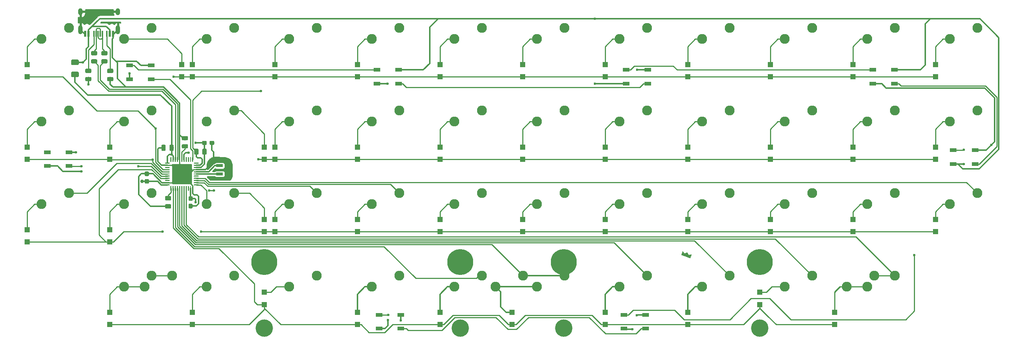
<source format=gbr>
G04 #@! TF.GenerationSoftware,KiCad,Pcbnew,(5.1.2)-2*
G04 #@! TF.CreationDate,2020-03-31T18:24:28-05:00*
G04 #@! TF.ProjectId,Schwann_Rev3.1_RGB,53636877-616e-46e5-9f52-6576332e315f,rev?*
G04 #@! TF.SameCoordinates,Original*
G04 #@! TF.FileFunction,Copper,L2,Bot*
G04 #@! TF.FilePolarity,Positive*
%FSLAX46Y46*%
G04 Gerber Fmt 4.6, Leading zero omitted, Abs format (unit mm)*
G04 Created by KiCad (PCBNEW (5.1.2)-2) date 2020-03-31 18:24:28*
%MOMM*%
%LPD*%
G04 APERTURE LIST*
%ADD10C,0.010000*%
%ADD11C,6.000000*%
%ADD12C,4.000000*%
%ADD13C,0.100000*%
%ADD14C,0.950000*%
%ADD15R,1.501140X0.899160*%
%ADD16R,0.600000X1.450000*%
%ADD17R,0.300000X1.450000*%
%ADD18O,1.000000X2.100000*%
%ADD19O,1.000000X1.600000*%
%ADD20C,2.286000*%
%ADD21R,1.200000X1.200000*%
%ADD22R,1.600000X0.700000*%
%ADD23R,1.600000X0.500000*%
%ADD24C,0.250000*%
%ADD25C,0.975000*%
%ADD26C,1.250000*%
%ADD27C,0.600000*%
%ADD28C,0.800000*%
%ADD29C,0.300000*%
%ADD30C,0.250000*%
%ADD31C,0.325000*%
%ADD32C,0.254000*%
G04 APERTURE END LIST*
D10*
G36*
X188270803Y-126984461D02*
G01*
X188256377Y-126988966D01*
X188250450Y-126994164D01*
X188248100Y-127001251D01*
X188241344Y-127020762D01*
X188230625Y-127051439D01*
X188216384Y-127092026D01*
X188199064Y-127141263D01*
X188179106Y-127197896D01*
X188156953Y-127260665D01*
X188133047Y-127328315D01*
X188119831Y-127365677D01*
X188095223Y-127435385D01*
X188072212Y-127500881D01*
X188051233Y-127560907D01*
X188032718Y-127614207D01*
X188017102Y-127659526D01*
X188004818Y-127695607D01*
X187996301Y-127721193D01*
X187991985Y-127735028D01*
X187991549Y-127737167D01*
X187998540Y-127739818D01*
X188018449Y-127747033D01*
X188050508Y-127758541D01*
X188093952Y-127774070D01*
X188148013Y-127793346D01*
X188211925Y-127816098D01*
X188284921Y-127842052D01*
X188366234Y-127870936D01*
X188455097Y-127902479D01*
X188550744Y-127936406D01*
X188652407Y-127972446D01*
X188759321Y-128010327D01*
X188870719Y-128049775D01*
X188976696Y-128087285D01*
X189091870Y-128128046D01*
X189203472Y-128167550D01*
X189310717Y-128205521D01*
X189412821Y-128241679D01*
X189509000Y-128275748D01*
X189598471Y-128307449D01*
X189680448Y-128336504D01*
X189754149Y-128362636D01*
X189818789Y-128385566D01*
X189873584Y-128405017D01*
X189917750Y-128420710D01*
X189950503Y-128432368D01*
X189971058Y-128439713D01*
X189978473Y-128442402D01*
X189997439Y-128449736D01*
X190129200Y-128076336D01*
X190158424Y-127993477D01*
X190183102Y-127923211D01*
X190203509Y-127864444D01*
X190219923Y-127816078D01*
X190232619Y-127777019D01*
X190241873Y-127746169D01*
X190247961Y-127722434D01*
X190251160Y-127704718D01*
X190251745Y-127691924D01*
X190249994Y-127682956D01*
X190246181Y-127676720D01*
X190240583Y-127672118D01*
X190233476Y-127668055D01*
X190232241Y-127667394D01*
X190224867Y-127666297D01*
X190210140Y-127667462D01*
X190187046Y-127671092D01*
X190154569Y-127677394D01*
X190111693Y-127686570D01*
X190057403Y-127698826D01*
X189990684Y-127714365D01*
X189943935Y-127725428D01*
X189882665Y-127740015D01*
X189825581Y-127753645D01*
X189774283Y-127765933D01*
X189730370Y-127776495D01*
X189695440Y-127784946D01*
X189671093Y-127790901D01*
X189658927Y-127793975D01*
X189658059Y-127794222D01*
X189653496Y-127791835D01*
X189645606Y-127782243D01*
X189633932Y-127764661D01*
X189618017Y-127738306D01*
X189597402Y-127702393D01*
X189571631Y-127656137D01*
X189540246Y-127598753D01*
X189502790Y-127529458D01*
X189491916Y-127509236D01*
X189459619Y-127449288D01*
X189429120Y-127392996D01*
X189401163Y-127341713D01*
X189376494Y-127296793D01*
X189355859Y-127259587D01*
X189340003Y-127231449D01*
X189329671Y-127213732D01*
X189325968Y-127208064D01*
X189310792Y-127197743D01*
X189299797Y-127195260D01*
X189290142Y-127197969D01*
X189268528Y-127205768D01*
X189236364Y-127218096D01*
X189195060Y-127234391D01*
X189146027Y-127254092D01*
X189090673Y-127276640D01*
X189030410Y-127301472D01*
X188977850Y-127323341D01*
X188915128Y-127349470D01*
X188856616Y-127373687D01*
X188803650Y-127395449D01*
X188757568Y-127414216D01*
X188719704Y-127429445D01*
X188691396Y-127440595D01*
X188673979Y-127447125D01*
X188668730Y-127448631D01*
X188663926Y-127442434D01*
X188651228Y-127425976D01*
X188631590Y-127400501D01*
X188605971Y-127367249D01*
X188575326Y-127327462D01*
X188540613Y-127282384D01*
X188502789Y-127233255D01*
X188490381Y-127217135D01*
X188451363Y-127166763D01*
X188414655Y-127119973D01*
X188381286Y-127078033D01*
X188352284Y-127042211D01*
X188328680Y-127013774D01*
X188311501Y-126993989D01*
X188301779Y-126984124D01*
X188300501Y-126983299D01*
X188287566Y-126982126D01*
X188270803Y-126984461D01*
X188270803Y-126984461D01*
G37*
X188270803Y-126984461D02*
X188256377Y-126988966D01*
X188250450Y-126994164D01*
X188248100Y-127001251D01*
X188241344Y-127020762D01*
X188230625Y-127051439D01*
X188216384Y-127092026D01*
X188199064Y-127141263D01*
X188179106Y-127197896D01*
X188156953Y-127260665D01*
X188133047Y-127328315D01*
X188119831Y-127365677D01*
X188095223Y-127435385D01*
X188072212Y-127500881D01*
X188051233Y-127560907D01*
X188032718Y-127614207D01*
X188017102Y-127659526D01*
X188004818Y-127695607D01*
X187996301Y-127721193D01*
X187991985Y-127735028D01*
X187991549Y-127737167D01*
X187998540Y-127739818D01*
X188018449Y-127747033D01*
X188050508Y-127758541D01*
X188093952Y-127774070D01*
X188148013Y-127793346D01*
X188211925Y-127816098D01*
X188284921Y-127842052D01*
X188366234Y-127870936D01*
X188455097Y-127902479D01*
X188550744Y-127936406D01*
X188652407Y-127972446D01*
X188759321Y-128010327D01*
X188870719Y-128049775D01*
X188976696Y-128087285D01*
X189091870Y-128128046D01*
X189203472Y-128167550D01*
X189310717Y-128205521D01*
X189412821Y-128241679D01*
X189509000Y-128275748D01*
X189598471Y-128307449D01*
X189680448Y-128336504D01*
X189754149Y-128362636D01*
X189818789Y-128385566D01*
X189873584Y-128405017D01*
X189917750Y-128420710D01*
X189950503Y-128432368D01*
X189971058Y-128439713D01*
X189978473Y-128442402D01*
X189997439Y-128449736D01*
X190129200Y-128076336D01*
X190158424Y-127993477D01*
X190183102Y-127923211D01*
X190203509Y-127864444D01*
X190219923Y-127816078D01*
X190232619Y-127777019D01*
X190241873Y-127746169D01*
X190247961Y-127722434D01*
X190251160Y-127704718D01*
X190251745Y-127691924D01*
X190249994Y-127682956D01*
X190246181Y-127676720D01*
X190240583Y-127672118D01*
X190233476Y-127668055D01*
X190232241Y-127667394D01*
X190224867Y-127666297D01*
X190210140Y-127667462D01*
X190187046Y-127671092D01*
X190154569Y-127677394D01*
X190111693Y-127686570D01*
X190057403Y-127698826D01*
X189990684Y-127714365D01*
X189943935Y-127725428D01*
X189882665Y-127740015D01*
X189825581Y-127753645D01*
X189774283Y-127765933D01*
X189730370Y-127776495D01*
X189695440Y-127784946D01*
X189671093Y-127790901D01*
X189658927Y-127793975D01*
X189658059Y-127794222D01*
X189653496Y-127791835D01*
X189645606Y-127782243D01*
X189633932Y-127764661D01*
X189618017Y-127738306D01*
X189597402Y-127702393D01*
X189571631Y-127656137D01*
X189540246Y-127598753D01*
X189502790Y-127529458D01*
X189491916Y-127509236D01*
X189459619Y-127449288D01*
X189429120Y-127392996D01*
X189401163Y-127341713D01*
X189376494Y-127296793D01*
X189355859Y-127259587D01*
X189340003Y-127231449D01*
X189329671Y-127213732D01*
X189325968Y-127208064D01*
X189310792Y-127197743D01*
X189299797Y-127195260D01*
X189290142Y-127197969D01*
X189268528Y-127205768D01*
X189236364Y-127218096D01*
X189195060Y-127234391D01*
X189146027Y-127254092D01*
X189090673Y-127276640D01*
X189030410Y-127301472D01*
X188977850Y-127323341D01*
X188915128Y-127349470D01*
X188856616Y-127373687D01*
X188803650Y-127395449D01*
X188757568Y-127414216D01*
X188719704Y-127429445D01*
X188691396Y-127440595D01*
X188673979Y-127447125D01*
X188668730Y-127448631D01*
X188663926Y-127442434D01*
X188651228Y-127425976D01*
X188631590Y-127400501D01*
X188605971Y-127367249D01*
X188575326Y-127327462D01*
X188540613Y-127282384D01*
X188502789Y-127233255D01*
X188490381Y-127217135D01*
X188451363Y-127166763D01*
X188414655Y-127119973D01*
X188381286Y-127078033D01*
X188352284Y-127042211D01*
X188328680Y-127013774D01*
X188311501Y-126993989D01*
X188301779Y-126984124D01*
X188300501Y-126983299D01*
X188287566Y-126982126D01*
X188270803Y-126984461D01*
D11*
X206106250Y-129413750D03*
D12*
X206106250Y-144653750D03*
X91806250Y-144653750D03*
D11*
X91806250Y-129413750D03*
D13*
G36*
X64942029Y-108519894D02*
G01*
X64965084Y-108523313D01*
X64987693Y-108528977D01*
X65009637Y-108536829D01*
X65030707Y-108546794D01*
X65050698Y-108558776D01*
X65069418Y-108572660D01*
X65086688Y-108588312D01*
X65102340Y-108605582D01*
X65116224Y-108624302D01*
X65128206Y-108644293D01*
X65138171Y-108665363D01*
X65146023Y-108687307D01*
X65151687Y-108709916D01*
X65155106Y-108732971D01*
X65156250Y-108756250D01*
X65156250Y-109331250D01*
X65155106Y-109354529D01*
X65151687Y-109377584D01*
X65146023Y-109400193D01*
X65138171Y-109422137D01*
X65128206Y-109443207D01*
X65116224Y-109463198D01*
X65102340Y-109481918D01*
X65086688Y-109499188D01*
X65069418Y-109514840D01*
X65050698Y-109528724D01*
X65030707Y-109540706D01*
X65009637Y-109550671D01*
X64987693Y-109558523D01*
X64965084Y-109564187D01*
X64942029Y-109567606D01*
X64918750Y-109568750D01*
X64443750Y-109568750D01*
X64420471Y-109567606D01*
X64397416Y-109564187D01*
X64374807Y-109558523D01*
X64352863Y-109550671D01*
X64331793Y-109540706D01*
X64311802Y-109528724D01*
X64293082Y-109514840D01*
X64275812Y-109499188D01*
X64260160Y-109481918D01*
X64246276Y-109463198D01*
X64234294Y-109443207D01*
X64224329Y-109422137D01*
X64216477Y-109400193D01*
X64210813Y-109377584D01*
X64207394Y-109354529D01*
X64206250Y-109331250D01*
X64206250Y-108756250D01*
X64207394Y-108732971D01*
X64210813Y-108709916D01*
X64216477Y-108687307D01*
X64224329Y-108665363D01*
X64234294Y-108644293D01*
X64246276Y-108624302D01*
X64260160Y-108605582D01*
X64275812Y-108588312D01*
X64293082Y-108572660D01*
X64311802Y-108558776D01*
X64331793Y-108546794D01*
X64352863Y-108536829D01*
X64374807Y-108528977D01*
X64397416Y-108523313D01*
X64420471Y-108519894D01*
X64443750Y-108518750D01*
X64918750Y-108518750D01*
X64942029Y-108519894D01*
X64942029Y-108519894D01*
G37*
D14*
X64681250Y-109043750D03*
D13*
G36*
X64942029Y-110269894D02*
G01*
X64965084Y-110273313D01*
X64987693Y-110278977D01*
X65009637Y-110286829D01*
X65030707Y-110296794D01*
X65050698Y-110308776D01*
X65069418Y-110322660D01*
X65086688Y-110338312D01*
X65102340Y-110355582D01*
X65116224Y-110374302D01*
X65128206Y-110394293D01*
X65138171Y-110415363D01*
X65146023Y-110437307D01*
X65151687Y-110459916D01*
X65155106Y-110482971D01*
X65156250Y-110506250D01*
X65156250Y-111081250D01*
X65155106Y-111104529D01*
X65151687Y-111127584D01*
X65146023Y-111150193D01*
X65138171Y-111172137D01*
X65128206Y-111193207D01*
X65116224Y-111213198D01*
X65102340Y-111231918D01*
X65086688Y-111249188D01*
X65069418Y-111264840D01*
X65050698Y-111278724D01*
X65030707Y-111290706D01*
X65009637Y-111300671D01*
X64987693Y-111308523D01*
X64965084Y-111314187D01*
X64942029Y-111317606D01*
X64918750Y-111318750D01*
X64443750Y-111318750D01*
X64420471Y-111317606D01*
X64397416Y-111314187D01*
X64374807Y-111308523D01*
X64352863Y-111300671D01*
X64331793Y-111290706D01*
X64311802Y-111278724D01*
X64293082Y-111264840D01*
X64275812Y-111249188D01*
X64260160Y-111231918D01*
X64246276Y-111213198D01*
X64234294Y-111193207D01*
X64224329Y-111172137D01*
X64216477Y-111150193D01*
X64210813Y-111127584D01*
X64207394Y-111104529D01*
X64206250Y-111081250D01*
X64206250Y-110506250D01*
X64207394Y-110482971D01*
X64210813Y-110459916D01*
X64216477Y-110437307D01*
X64224329Y-110415363D01*
X64234294Y-110394293D01*
X64246276Y-110374302D01*
X64260160Y-110355582D01*
X64275812Y-110338312D01*
X64293082Y-110322660D01*
X64311802Y-110308776D01*
X64331793Y-110296794D01*
X64352863Y-110286829D01*
X64374807Y-110278977D01*
X64397416Y-110273313D01*
X64420471Y-110269894D01*
X64443750Y-110268750D01*
X64918750Y-110268750D01*
X64942029Y-110269894D01*
X64942029Y-110269894D01*
G37*
D14*
X64681250Y-110793750D03*
D13*
G36*
X75042029Y-115969894D02*
G01*
X75065084Y-115973313D01*
X75087693Y-115978977D01*
X75109637Y-115986829D01*
X75130707Y-115996794D01*
X75150698Y-116008776D01*
X75169418Y-116022660D01*
X75186688Y-116038312D01*
X75202340Y-116055582D01*
X75216224Y-116074302D01*
X75228206Y-116094293D01*
X75238171Y-116115363D01*
X75246023Y-116137307D01*
X75251687Y-116159916D01*
X75255106Y-116182971D01*
X75256250Y-116206250D01*
X75256250Y-116781250D01*
X75255106Y-116804529D01*
X75251687Y-116827584D01*
X75246023Y-116850193D01*
X75238171Y-116872137D01*
X75228206Y-116893207D01*
X75216224Y-116913198D01*
X75202340Y-116931918D01*
X75186688Y-116949188D01*
X75169418Y-116964840D01*
X75150698Y-116978724D01*
X75130707Y-116990706D01*
X75109637Y-117000671D01*
X75087693Y-117008523D01*
X75065084Y-117014187D01*
X75042029Y-117017606D01*
X75018750Y-117018750D01*
X74543750Y-117018750D01*
X74520471Y-117017606D01*
X74497416Y-117014187D01*
X74474807Y-117008523D01*
X74452863Y-117000671D01*
X74431793Y-116990706D01*
X74411802Y-116978724D01*
X74393082Y-116964840D01*
X74375812Y-116949188D01*
X74360160Y-116931918D01*
X74346276Y-116913198D01*
X74334294Y-116893207D01*
X74324329Y-116872137D01*
X74316477Y-116850193D01*
X74310813Y-116827584D01*
X74307394Y-116804529D01*
X74306250Y-116781250D01*
X74306250Y-116206250D01*
X74307394Y-116182971D01*
X74310813Y-116159916D01*
X74316477Y-116137307D01*
X74324329Y-116115363D01*
X74334294Y-116094293D01*
X74346276Y-116074302D01*
X74360160Y-116055582D01*
X74375812Y-116038312D01*
X74393082Y-116022660D01*
X74411802Y-116008776D01*
X74431793Y-115996794D01*
X74452863Y-115986829D01*
X74474807Y-115978977D01*
X74497416Y-115973313D01*
X74520471Y-115969894D01*
X74543750Y-115968750D01*
X75018750Y-115968750D01*
X75042029Y-115969894D01*
X75042029Y-115969894D01*
G37*
D14*
X74781250Y-116493750D03*
D13*
G36*
X75042029Y-114219894D02*
G01*
X75065084Y-114223313D01*
X75087693Y-114228977D01*
X75109637Y-114236829D01*
X75130707Y-114246794D01*
X75150698Y-114258776D01*
X75169418Y-114272660D01*
X75186688Y-114288312D01*
X75202340Y-114305582D01*
X75216224Y-114324302D01*
X75228206Y-114344293D01*
X75238171Y-114365363D01*
X75246023Y-114387307D01*
X75251687Y-114409916D01*
X75255106Y-114432971D01*
X75256250Y-114456250D01*
X75256250Y-115031250D01*
X75255106Y-115054529D01*
X75251687Y-115077584D01*
X75246023Y-115100193D01*
X75238171Y-115122137D01*
X75228206Y-115143207D01*
X75216224Y-115163198D01*
X75202340Y-115181918D01*
X75186688Y-115199188D01*
X75169418Y-115214840D01*
X75150698Y-115228724D01*
X75130707Y-115240706D01*
X75109637Y-115250671D01*
X75087693Y-115258523D01*
X75065084Y-115264187D01*
X75042029Y-115267606D01*
X75018750Y-115268750D01*
X74543750Y-115268750D01*
X74520471Y-115267606D01*
X74497416Y-115264187D01*
X74474807Y-115258523D01*
X74452863Y-115250671D01*
X74431793Y-115240706D01*
X74411802Y-115228724D01*
X74393082Y-115214840D01*
X74375812Y-115199188D01*
X74360160Y-115181918D01*
X74346276Y-115163198D01*
X74334294Y-115143207D01*
X74324329Y-115122137D01*
X74316477Y-115100193D01*
X74310813Y-115077584D01*
X74307394Y-115054529D01*
X74306250Y-115031250D01*
X74306250Y-114456250D01*
X74307394Y-114432971D01*
X74310813Y-114409916D01*
X74316477Y-114387307D01*
X74324329Y-114365363D01*
X74334294Y-114344293D01*
X74346276Y-114324302D01*
X74360160Y-114305582D01*
X74375812Y-114288312D01*
X74393082Y-114272660D01*
X74411802Y-114258776D01*
X74431793Y-114246794D01*
X74452863Y-114236829D01*
X74474807Y-114228977D01*
X74497416Y-114223313D01*
X74520471Y-114219894D01*
X74543750Y-114218750D01*
X75018750Y-114218750D01*
X75042029Y-114219894D01*
X75042029Y-114219894D01*
G37*
D14*
X74781250Y-114743750D03*
D13*
G36*
X80017029Y-101444894D02*
G01*
X80040084Y-101448313D01*
X80062693Y-101453977D01*
X80084637Y-101461829D01*
X80105707Y-101471794D01*
X80125698Y-101483776D01*
X80144418Y-101497660D01*
X80161688Y-101513312D01*
X80177340Y-101530582D01*
X80191224Y-101549302D01*
X80203206Y-101569293D01*
X80213171Y-101590363D01*
X80221023Y-101612307D01*
X80226687Y-101634916D01*
X80230106Y-101657971D01*
X80231250Y-101681250D01*
X80231250Y-102156250D01*
X80230106Y-102179529D01*
X80226687Y-102202584D01*
X80221023Y-102225193D01*
X80213171Y-102247137D01*
X80203206Y-102268207D01*
X80191224Y-102288198D01*
X80177340Y-102306918D01*
X80161688Y-102324188D01*
X80144418Y-102339840D01*
X80125698Y-102353724D01*
X80105707Y-102365706D01*
X80084637Y-102375671D01*
X80062693Y-102383523D01*
X80040084Y-102389187D01*
X80017029Y-102392606D01*
X79993750Y-102393750D01*
X79418750Y-102393750D01*
X79395471Y-102392606D01*
X79372416Y-102389187D01*
X79349807Y-102383523D01*
X79327863Y-102375671D01*
X79306793Y-102365706D01*
X79286802Y-102353724D01*
X79268082Y-102339840D01*
X79250812Y-102324188D01*
X79235160Y-102306918D01*
X79221276Y-102288198D01*
X79209294Y-102268207D01*
X79199329Y-102247137D01*
X79191477Y-102225193D01*
X79185813Y-102202584D01*
X79182394Y-102179529D01*
X79181250Y-102156250D01*
X79181250Y-101681250D01*
X79182394Y-101657971D01*
X79185813Y-101634916D01*
X79191477Y-101612307D01*
X79199329Y-101590363D01*
X79209294Y-101569293D01*
X79221276Y-101549302D01*
X79235160Y-101530582D01*
X79250812Y-101513312D01*
X79268082Y-101497660D01*
X79286802Y-101483776D01*
X79306793Y-101471794D01*
X79327863Y-101461829D01*
X79349807Y-101453977D01*
X79372416Y-101448313D01*
X79395471Y-101444894D01*
X79418750Y-101443750D01*
X79993750Y-101443750D01*
X80017029Y-101444894D01*
X80017029Y-101444894D01*
G37*
D14*
X79706250Y-101918750D03*
D13*
G36*
X78267029Y-101444894D02*
G01*
X78290084Y-101448313D01*
X78312693Y-101453977D01*
X78334637Y-101461829D01*
X78355707Y-101471794D01*
X78375698Y-101483776D01*
X78394418Y-101497660D01*
X78411688Y-101513312D01*
X78427340Y-101530582D01*
X78441224Y-101549302D01*
X78453206Y-101569293D01*
X78463171Y-101590363D01*
X78471023Y-101612307D01*
X78476687Y-101634916D01*
X78480106Y-101657971D01*
X78481250Y-101681250D01*
X78481250Y-102156250D01*
X78480106Y-102179529D01*
X78476687Y-102202584D01*
X78471023Y-102225193D01*
X78463171Y-102247137D01*
X78453206Y-102268207D01*
X78441224Y-102288198D01*
X78427340Y-102306918D01*
X78411688Y-102324188D01*
X78394418Y-102339840D01*
X78375698Y-102353724D01*
X78355707Y-102365706D01*
X78334637Y-102375671D01*
X78312693Y-102383523D01*
X78290084Y-102389187D01*
X78267029Y-102392606D01*
X78243750Y-102393750D01*
X77668750Y-102393750D01*
X77645471Y-102392606D01*
X77622416Y-102389187D01*
X77599807Y-102383523D01*
X77577863Y-102375671D01*
X77556793Y-102365706D01*
X77536802Y-102353724D01*
X77518082Y-102339840D01*
X77500812Y-102324188D01*
X77485160Y-102306918D01*
X77471276Y-102288198D01*
X77459294Y-102268207D01*
X77449329Y-102247137D01*
X77441477Y-102225193D01*
X77435813Y-102202584D01*
X77432394Y-102179529D01*
X77431250Y-102156250D01*
X77431250Y-101681250D01*
X77432394Y-101657971D01*
X77435813Y-101634916D01*
X77441477Y-101612307D01*
X77449329Y-101590363D01*
X77459294Y-101569293D01*
X77471276Y-101549302D01*
X77485160Y-101530582D01*
X77500812Y-101513312D01*
X77518082Y-101497660D01*
X77536802Y-101483776D01*
X77556793Y-101471794D01*
X77577863Y-101461829D01*
X77599807Y-101453977D01*
X77622416Y-101448313D01*
X77645471Y-101444894D01*
X77668750Y-101443750D01*
X78243750Y-101443750D01*
X78267029Y-101444894D01*
X78267029Y-101444894D01*
G37*
D14*
X77956250Y-101918750D03*
D15*
X123230610Y-144768950D03*
X123230610Y-141568550D03*
X118231890Y-141568550D03*
X118231890Y-144768950D03*
X180230610Y-88268950D03*
X180230610Y-85068550D03*
X175231890Y-85068550D03*
X175231890Y-88268950D03*
X41731890Y-107268950D03*
X41731890Y-104068550D03*
X46730610Y-104068550D03*
X46730610Y-107268950D03*
X174731890Y-141568550D03*
X174731890Y-144768950D03*
X179730610Y-144768950D03*
X179730610Y-141568550D03*
X255730610Y-106768950D03*
X255730610Y-103568550D03*
X250731890Y-103568550D03*
X250731890Y-106768950D03*
X232181890Y-85068550D03*
X232181890Y-88268950D03*
X237180610Y-88268950D03*
X237180610Y-85068550D03*
X117731890Y-85068550D03*
X117731890Y-88268950D03*
X122730610Y-88268950D03*
X122730610Y-85068550D03*
X65730610Y-87268950D03*
X65730610Y-84068550D03*
X60731890Y-84068550D03*
X60731890Y-87268950D03*
D16*
X56931250Y-76726250D03*
X50481250Y-76726250D03*
X56156250Y-76726250D03*
X51256250Y-76726250D03*
D17*
X55456250Y-76726250D03*
X52456250Y-76726250D03*
X52956250Y-76726250D03*
X54456250Y-76726250D03*
X53956250Y-76726250D03*
X53456250Y-76726250D03*
D18*
X49386250Y-75811250D03*
X58026250Y-75811250D03*
D19*
X49386250Y-71631250D03*
X58026250Y-71631250D03*
D20*
X151496250Y-132588750D03*
X145146250Y-135128750D03*
X211821250Y-135128750D03*
X218171250Y-132588750D03*
X199121250Y-132588750D03*
X192771250Y-135128750D03*
X173721250Y-135128750D03*
X180071250Y-132588750D03*
X161021250Y-132588750D03*
X154671250Y-135128750D03*
X135621250Y-135128750D03*
X141971250Y-132588750D03*
X122921250Y-132588750D03*
X116571250Y-135128750D03*
X97521250Y-135128750D03*
X103871250Y-132588750D03*
X84821250Y-132588750D03*
X78471250Y-135128750D03*
X59421250Y-135128750D03*
X65771250Y-132588750D03*
X256271250Y-113538750D03*
X249921250Y-116078750D03*
X230871250Y-116078750D03*
X237221250Y-113538750D03*
X211821250Y-116078750D03*
X218171250Y-113538750D03*
X192771250Y-116078750D03*
X199121250Y-113538750D03*
X180071250Y-113538750D03*
X173721250Y-116078750D03*
X154671250Y-116078750D03*
X161021250Y-113538750D03*
X141971250Y-113538750D03*
X135621250Y-116078750D03*
X122921250Y-113538750D03*
X116571250Y-116078750D03*
X103871250Y-113538750D03*
X97521250Y-116078750D03*
X78471250Y-116078750D03*
X84821250Y-113538750D03*
X46721250Y-113538750D03*
X40371250Y-116078750D03*
X249921250Y-97028750D03*
X256271250Y-94488750D03*
X237221250Y-94488750D03*
X230871250Y-97028750D03*
X211821250Y-97028750D03*
X218171250Y-94488750D03*
X199121250Y-94488750D03*
X192771250Y-97028750D03*
X180071250Y-94488750D03*
X173721250Y-97028750D03*
X154671250Y-97028750D03*
X161021250Y-94488750D03*
X141971250Y-94488750D03*
X135621250Y-97028750D03*
X103871250Y-94488750D03*
X97521250Y-97028750D03*
X40371250Y-97028750D03*
X46721250Y-94488750D03*
X230871250Y-77978750D03*
X237221250Y-75438750D03*
X211821250Y-77978750D03*
X218171250Y-75438750D03*
X199121250Y-75438750D03*
X192771250Y-77978750D03*
X173721250Y-77978750D03*
X180071250Y-75438750D03*
X154671250Y-77978750D03*
X161021250Y-75438750D03*
X97521250Y-77978750D03*
X103871250Y-75438750D03*
X78471250Y-77978750D03*
X84821250Y-75438750D03*
X40371250Y-77978750D03*
X46721250Y-75438750D03*
X59421250Y-77978750D03*
X65771250Y-75438750D03*
X65771250Y-94488750D03*
X59421250Y-97028750D03*
X59421250Y-116078750D03*
X65771250Y-113538750D03*
X237221250Y-132588750D03*
X230871250Y-135128750D03*
X122921250Y-75438750D03*
X116571250Y-77978750D03*
X256271250Y-75438750D03*
X249921250Y-77978750D03*
X78471250Y-97028750D03*
X84821250Y-94488750D03*
X122921250Y-94488750D03*
X116571250Y-97028750D03*
X141971250Y-75438750D03*
X135621250Y-77978750D03*
X226108750Y-135128750D03*
X232458750Y-132588750D03*
X64183750Y-135128750D03*
X70533750Y-132588750D03*
D21*
X37037500Y-86681250D03*
X37037500Y-83881250D03*
X37037500Y-105731250D03*
X37037500Y-102931250D03*
X37037500Y-124781250D03*
X37037500Y-121981250D03*
X72756250Y-86681250D03*
X72756250Y-83881250D03*
X56087500Y-105731250D03*
X56087500Y-102931250D03*
X56087500Y-124781250D03*
X56087500Y-121981250D03*
X56087500Y-143831250D03*
X56087500Y-141031250D03*
X75137500Y-86681250D03*
X75137500Y-83881250D03*
X91806250Y-105731250D03*
X91806250Y-102931250D03*
X91806250Y-122400000D03*
X91806250Y-119600000D03*
X75137500Y-143831250D03*
X75137500Y-141031250D03*
X94187500Y-86681250D03*
X94187500Y-83881250D03*
X94187500Y-105731250D03*
X94187500Y-102931250D03*
X94187500Y-122400000D03*
X94187500Y-119600000D03*
X91806250Y-139195750D03*
X91806250Y-136395750D03*
X113237500Y-86681250D03*
X113237500Y-83881250D03*
X113237500Y-105731250D03*
X113237500Y-102931250D03*
X113237500Y-122400000D03*
X113237500Y-119600000D03*
X113237500Y-143831250D03*
X113237500Y-141031250D03*
X132287500Y-86681250D03*
X132287500Y-83881250D03*
X132287500Y-105731250D03*
X132287500Y-102931250D03*
X132287500Y-122400000D03*
X132287500Y-119600000D03*
X132287500Y-143831250D03*
X132287500Y-141031250D03*
X151337500Y-86681250D03*
X151337500Y-83881250D03*
X151337500Y-105731250D03*
X151337500Y-102931250D03*
X151337500Y-122400000D03*
X151337500Y-119600000D03*
X148956250Y-143831250D03*
X148956250Y-141031250D03*
X170387500Y-86681250D03*
X170387500Y-83881250D03*
X170387500Y-105731250D03*
X170387500Y-102931250D03*
X170387500Y-122400000D03*
X170387500Y-119600000D03*
X170387500Y-143831250D03*
X170387500Y-141031250D03*
X189437500Y-86681250D03*
X189437500Y-83881250D03*
X189437500Y-105731250D03*
X189437500Y-102931250D03*
X189437500Y-122400000D03*
X189437500Y-119600000D03*
X189437500Y-143831250D03*
X189437500Y-141031250D03*
X208487500Y-86681250D03*
X208487500Y-83881250D03*
X208487500Y-105731250D03*
X208487500Y-102931250D03*
X208487500Y-122400000D03*
X208487500Y-119600000D03*
X206106250Y-139195750D03*
X206106250Y-136395750D03*
X227537500Y-86681250D03*
X227537500Y-83881250D03*
X227537500Y-105731250D03*
X227537500Y-102931250D03*
X227537500Y-122400000D03*
X227537500Y-119600000D03*
X223308250Y-143802000D03*
X223308250Y-141002000D03*
X246587500Y-86681250D03*
X246587500Y-83881250D03*
X246587500Y-105731250D03*
X246587500Y-102931250D03*
X246587500Y-122400000D03*
X246587500Y-119600000D03*
D22*
X81456250Y-107189500D03*
D23*
X81456250Y-108139500D03*
D22*
X81456250Y-109089500D03*
D12*
X160894250Y-144653750D03*
X137018250Y-144653750D03*
D11*
X160894250Y-129413750D03*
X137018250Y-129413750D03*
D13*
G36*
X69899876Y-106469051D02*
G01*
X69905943Y-106469951D01*
X69911893Y-106471441D01*
X69917668Y-106473508D01*
X69923212Y-106476130D01*
X69928473Y-106479283D01*
X69933400Y-106482937D01*
X69937944Y-106487056D01*
X69942063Y-106491600D01*
X69945717Y-106496527D01*
X69948870Y-106501788D01*
X69951492Y-106507332D01*
X69953559Y-106513107D01*
X69955049Y-106519057D01*
X69955949Y-106525124D01*
X69956250Y-106531250D01*
X69956250Y-106656250D01*
X69955949Y-106662376D01*
X69955049Y-106668443D01*
X69953559Y-106674393D01*
X69951492Y-106680168D01*
X69948870Y-106685712D01*
X69945717Y-106690973D01*
X69942063Y-106695900D01*
X69937944Y-106700444D01*
X69933400Y-106704563D01*
X69928473Y-106708217D01*
X69923212Y-106711370D01*
X69917668Y-106713992D01*
X69911893Y-106716059D01*
X69905943Y-106717549D01*
X69899876Y-106718449D01*
X69893750Y-106718750D01*
X68943750Y-106718750D01*
X68937624Y-106718449D01*
X68931557Y-106717549D01*
X68925607Y-106716059D01*
X68919832Y-106713992D01*
X68914288Y-106711370D01*
X68909027Y-106708217D01*
X68904100Y-106704563D01*
X68899556Y-106700444D01*
X68895437Y-106695900D01*
X68891783Y-106690973D01*
X68888630Y-106685712D01*
X68886008Y-106680168D01*
X68883941Y-106674393D01*
X68882451Y-106668443D01*
X68881551Y-106662376D01*
X68881250Y-106656250D01*
X68881250Y-106531250D01*
X68881551Y-106525124D01*
X68882451Y-106519057D01*
X68883941Y-106513107D01*
X68886008Y-106507332D01*
X68888630Y-106501788D01*
X68891783Y-106496527D01*
X68895437Y-106491600D01*
X68899556Y-106487056D01*
X68904100Y-106482937D01*
X68909027Y-106479283D01*
X68914288Y-106476130D01*
X68919832Y-106473508D01*
X68925607Y-106471441D01*
X68931557Y-106469951D01*
X68937624Y-106469051D01*
X68943750Y-106468750D01*
X69893750Y-106468750D01*
X69899876Y-106469051D01*
X69899876Y-106469051D01*
G37*
D24*
X69418750Y-106593750D03*
D13*
G36*
X69899876Y-106969051D02*
G01*
X69905943Y-106969951D01*
X69911893Y-106971441D01*
X69917668Y-106973508D01*
X69923212Y-106976130D01*
X69928473Y-106979283D01*
X69933400Y-106982937D01*
X69937944Y-106987056D01*
X69942063Y-106991600D01*
X69945717Y-106996527D01*
X69948870Y-107001788D01*
X69951492Y-107007332D01*
X69953559Y-107013107D01*
X69955049Y-107019057D01*
X69955949Y-107025124D01*
X69956250Y-107031250D01*
X69956250Y-107156250D01*
X69955949Y-107162376D01*
X69955049Y-107168443D01*
X69953559Y-107174393D01*
X69951492Y-107180168D01*
X69948870Y-107185712D01*
X69945717Y-107190973D01*
X69942063Y-107195900D01*
X69937944Y-107200444D01*
X69933400Y-107204563D01*
X69928473Y-107208217D01*
X69923212Y-107211370D01*
X69917668Y-107213992D01*
X69911893Y-107216059D01*
X69905943Y-107217549D01*
X69899876Y-107218449D01*
X69893750Y-107218750D01*
X68943750Y-107218750D01*
X68937624Y-107218449D01*
X68931557Y-107217549D01*
X68925607Y-107216059D01*
X68919832Y-107213992D01*
X68914288Y-107211370D01*
X68909027Y-107208217D01*
X68904100Y-107204563D01*
X68899556Y-107200444D01*
X68895437Y-107195900D01*
X68891783Y-107190973D01*
X68888630Y-107185712D01*
X68886008Y-107180168D01*
X68883941Y-107174393D01*
X68882451Y-107168443D01*
X68881551Y-107162376D01*
X68881250Y-107156250D01*
X68881250Y-107031250D01*
X68881551Y-107025124D01*
X68882451Y-107019057D01*
X68883941Y-107013107D01*
X68886008Y-107007332D01*
X68888630Y-107001788D01*
X68891783Y-106996527D01*
X68895437Y-106991600D01*
X68899556Y-106987056D01*
X68904100Y-106982937D01*
X68909027Y-106979283D01*
X68914288Y-106976130D01*
X68919832Y-106973508D01*
X68925607Y-106971441D01*
X68931557Y-106969951D01*
X68937624Y-106969051D01*
X68943750Y-106968750D01*
X69893750Y-106968750D01*
X69899876Y-106969051D01*
X69899876Y-106969051D01*
G37*
D24*
X69418750Y-107093750D03*
D13*
G36*
X69899876Y-107469051D02*
G01*
X69905943Y-107469951D01*
X69911893Y-107471441D01*
X69917668Y-107473508D01*
X69923212Y-107476130D01*
X69928473Y-107479283D01*
X69933400Y-107482937D01*
X69937944Y-107487056D01*
X69942063Y-107491600D01*
X69945717Y-107496527D01*
X69948870Y-107501788D01*
X69951492Y-107507332D01*
X69953559Y-107513107D01*
X69955049Y-107519057D01*
X69955949Y-107525124D01*
X69956250Y-107531250D01*
X69956250Y-107656250D01*
X69955949Y-107662376D01*
X69955049Y-107668443D01*
X69953559Y-107674393D01*
X69951492Y-107680168D01*
X69948870Y-107685712D01*
X69945717Y-107690973D01*
X69942063Y-107695900D01*
X69937944Y-107700444D01*
X69933400Y-107704563D01*
X69928473Y-107708217D01*
X69923212Y-107711370D01*
X69917668Y-107713992D01*
X69911893Y-107716059D01*
X69905943Y-107717549D01*
X69899876Y-107718449D01*
X69893750Y-107718750D01*
X68943750Y-107718750D01*
X68937624Y-107718449D01*
X68931557Y-107717549D01*
X68925607Y-107716059D01*
X68919832Y-107713992D01*
X68914288Y-107711370D01*
X68909027Y-107708217D01*
X68904100Y-107704563D01*
X68899556Y-107700444D01*
X68895437Y-107695900D01*
X68891783Y-107690973D01*
X68888630Y-107685712D01*
X68886008Y-107680168D01*
X68883941Y-107674393D01*
X68882451Y-107668443D01*
X68881551Y-107662376D01*
X68881250Y-107656250D01*
X68881250Y-107531250D01*
X68881551Y-107525124D01*
X68882451Y-107519057D01*
X68883941Y-107513107D01*
X68886008Y-107507332D01*
X68888630Y-107501788D01*
X68891783Y-107496527D01*
X68895437Y-107491600D01*
X68899556Y-107487056D01*
X68904100Y-107482937D01*
X68909027Y-107479283D01*
X68914288Y-107476130D01*
X68919832Y-107473508D01*
X68925607Y-107471441D01*
X68931557Y-107469951D01*
X68937624Y-107469051D01*
X68943750Y-107468750D01*
X69893750Y-107468750D01*
X69899876Y-107469051D01*
X69899876Y-107469051D01*
G37*
D24*
X69418750Y-107593750D03*
D13*
G36*
X69899876Y-107969051D02*
G01*
X69905943Y-107969951D01*
X69911893Y-107971441D01*
X69917668Y-107973508D01*
X69923212Y-107976130D01*
X69928473Y-107979283D01*
X69933400Y-107982937D01*
X69937944Y-107987056D01*
X69942063Y-107991600D01*
X69945717Y-107996527D01*
X69948870Y-108001788D01*
X69951492Y-108007332D01*
X69953559Y-108013107D01*
X69955049Y-108019057D01*
X69955949Y-108025124D01*
X69956250Y-108031250D01*
X69956250Y-108156250D01*
X69955949Y-108162376D01*
X69955049Y-108168443D01*
X69953559Y-108174393D01*
X69951492Y-108180168D01*
X69948870Y-108185712D01*
X69945717Y-108190973D01*
X69942063Y-108195900D01*
X69937944Y-108200444D01*
X69933400Y-108204563D01*
X69928473Y-108208217D01*
X69923212Y-108211370D01*
X69917668Y-108213992D01*
X69911893Y-108216059D01*
X69905943Y-108217549D01*
X69899876Y-108218449D01*
X69893750Y-108218750D01*
X68943750Y-108218750D01*
X68937624Y-108218449D01*
X68931557Y-108217549D01*
X68925607Y-108216059D01*
X68919832Y-108213992D01*
X68914288Y-108211370D01*
X68909027Y-108208217D01*
X68904100Y-108204563D01*
X68899556Y-108200444D01*
X68895437Y-108195900D01*
X68891783Y-108190973D01*
X68888630Y-108185712D01*
X68886008Y-108180168D01*
X68883941Y-108174393D01*
X68882451Y-108168443D01*
X68881551Y-108162376D01*
X68881250Y-108156250D01*
X68881250Y-108031250D01*
X68881551Y-108025124D01*
X68882451Y-108019057D01*
X68883941Y-108013107D01*
X68886008Y-108007332D01*
X68888630Y-108001788D01*
X68891783Y-107996527D01*
X68895437Y-107991600D01*
X68899556Y-107987056D01*
X68904100Y-107982937D01*
X68909027Y-107979283D01*
X68914288Y-107976130D01*
X68919832Y-107973508D01*
X68925607Y-107971441D01*
X68931557Y-107969951D01*
X68937624Y-107969051D01*
X68943750Y-107968750D01*
X69893750Y-107968750D01*
X69899876Y-107969051D01*
X69899876Y-107969051D01*
G37*
D24*
X69418750Y-108093750D03*
D13*
G36*
X69899876Y-108469051D02*
G01*
X69905943Y-108469951D01*
X69911893Y-108471441D01*
X69917668Y-108473508D01*
X69923212Y-108476130D01*
X69928473Y-108479283D01*
X69933400Y-108482937D01*
X69937944Y-108487056D01*
X69942063Y-108491600D01*
X69945717Y-108496527D01*
X69948870Y-108501788D01*
X69951492Y-108507332D01*
X69953559Y-108513107D01*
X69955049Y-108519057D01*
X69955949Y-108525124D01*
X69956250Y-108531250D01*
X69956250Y-108656250D01*
X69955949Y-108662376D01*
X69955049Y-108668443D01*
X69953559Y-108674393D01*
X69951492Y-108680168D01*
X69948870Y-108685712D01*
X69945717Y-108690973D01*
X69942063Y-108695900D01*
X69937944Y-108700444D01*
X69933400Y-108704563D01*
X69928473Y-108708217D01*
X69923212Y-108711370D01*
X69917668Y-108713992D01*
X69911893Y-108716059D01*
X69905943Y-108717549D01*
X69899876Y-108718449D01*
X69893750Y-108718750D01*
X68943750Y-108718750D01*
X68937624Y-108718449D01*
X68931557Y-108717549D01*
X68925607Y-108716059D01*
X68919832Y-108713992D01*
X68914288Y-108711370D01*
X68909027Y-108708217D01*
X68904100Y-108704563D01*
X68899556Y-108700444D01*
X68895437Y-108695900D01*
X68891783Y-108690973D01*
X68888630Y-108685712D01*
X68886008Y-108680168D01*
X68883941Y-108674393D01*
X68882451Y-108668443D01*
X68881551Y-108662376D01*
X68881250Y-108656250D01*
X68881250Y-108531250D01*
X68881551Y-108525124D01*
X68882451Y-108519057D01*
X68883941Y-108513107D01*
X68886008Y-108507332D01*
X68888630Y-108501788D01*
X68891783Y-108496527D01*
X68895437Y-108491600D01*
X68899556Y-108487056D01*
X68904100Y-108482937D01*
X68909027Y-108479283D01*
X68914288Y-108476130D01*
X68919832Y-108473508D01*
X68925607Y-108471441D01*
X68931557Y-108469951D01*
X68937624Y-108469051D01*
X68943750Y-108468750D01*
X69893750Y-108468750D01*
X69899876Y-108469051D01*
X69899876Y-108469051D01*
G37*
D24*
X69418750Y-108593750D03*
D13*
G36*
X69899876Y-108969051D02*
G01*
X69905943Y-108969951D01*
X69911893Y-108971441D01*
X69917668Y-108973508D01*
X69923212Y-108976130D01*
X69928473Y-108979283D01*
X69933400Y-108982937D01*
X69937944Y-108987056D01*
X69942063Y-108991600D01*
X69945717Y-108996527D01*
X69948870Y-109001788D01*
X69951492Y-109007332D01*
X69953559Y-109013107D01*
X69955049Y-109019057D01*
X69955949Y-109025124D01*
X69956250Y-109031250D01*
X69956250Y-109156250D01*
X69955949Y-109162376D01*
X69955049Y-109168443D01*
X69953559Y-109174393D01*
X69951492Y-109180168D01*
X69948870Y-109185712D01*
X69945717Y-109190973D01*
X69942063Y-109195900D01*
X69937944Y-109200444D01*
X69933400Y-109204563D01*
X69928473Y-109208217D01*
X69923212Y-109211370D01*
X69917668Y-109213992D01*
X69911893Y-109216059D01*
X69905943Y-109217549D01*
X69899876Y-109218449D01*
X69893750Y-109218750D01*
X68943750Y-109218750D01*
X68937624Y-109218449D01*
X68931557Y-109217549D01*
X68925607Y-109216059D01*
X68919832Y-109213992D01*
X68914288Y-109211370D01*
X68909027Y-109208217D01*
X68904100Y-109204563D01*
X68899556Y-109200444D01*
X68895437Y-109195900D01*
X68891783Y-109190973D01*
X68888630Y-109185712D01*
X68886008Y-109180168D01*
X68883941Y-109174393D01*
X68882451Y-109168443D01*
X68881551Y-109162376D01*
X68881250Y-109156250D01*
X68881250Y-109031250D01*
X68881551Y-109025124D01*
X68882451Y-109019057D01*
X68883941Y-109013107D01*
X68886008Y-109007332D01*
X68888630Y-109001788D01*
X68891783Y-108996527D01*
X68895437Y-108991600D01*
X68899556Y-108987056D01*
X68904100Y-108982937D01*
X68909027Y-108979283D01*
X68914288Y-108976130D01*
X68919832Y-108973508D01*
X68925607Y-108971441D01*
X68931557Y-108969951D01*
X68937624Y-108969051D01*
X68943750Y-108968750D01*
X69893750Y-108968750D01*
X69899876Y-108969051D01*
X69899876Y-108969051D01*
G37*
D24*
X69418750Y-109093750D03*
D13*
G36*
X69899876Y-109469051D02*
G01*
X69905943Y-109469951D01*
X69911893Y-109471441D01*
X69917668Y-109473508D01*
X69923212Y-109476130D01*
X69928473Y-109479283D01*
X69933400Y-109482937D01*
X69937944Y-109487056D01*
X69942063Y-109491600D01*
X69945717Y-109496527D01*
X69948870Y-109501788D01*
X69951492Y-109507332D01*
X69953559Y-109513107D01*
X69955049Y-109519057D01*
X69955949Y-109525124D01*
X69956250Y-109531250D01*
X69956250Y-109656250D01*
X69955949Y-109662376D01*
X69955049Y-109668443D01*
X69953559Y-109674393D01*
X69951492Y-109680168D01*
X69948870Y-109685712D01*
X69945717Y-109690973D01*
X69942063Y-109695900D01*
X69937944Y-109700444D01*
X69933400Y-109704563D01*
X69928473Y-109708217D01*
X69923212Y-109711370D01*
X69917668Y-109713992D01*
X69911893Y-109716059D01*
X69905943Y-109717549D01*
X69899876Y-109718449D01*
X69893750Y-109718750D01*
X68943750Y-109718750D01*
X68937624Y-109718449D01*
X68931557Y-109717549D01*
X68925607Y-109716059D01*
X68919832Y-109713992D01*
X68914288Y-109711370D01*
X68909027Y-109708217D01*
X68904100Y-109704563D01*
X68899556Y-109700444D01*
X68895437Y-109695900D01*
X68891783Y-109690973D01*
X68888630Y-109685712D01*
X68886008Y-109680168D01*
X68883941Y-109674393D01*
X68882451Y-109668443D01*
X68881551Y-109662376D01*
X68881250Y-109656250D01*
X68881250Y-109531250D01*
X68881551Y-109525124D01*
X68882451Y-109519057D01*
X68883941Y-109513107D01*
X68886008Y-109507332D01*
X68888630Y-109501788D01*
X68891783Y-109496527D01*
X68895437Y-109491600D01*
X68899556Y-109487056D01*
X68904100Y-109482937D01*
X68909027Y-109479283D01*
X68914288Y-109476130D01*
X68919832Y-109473508D01*
X68925607Y-109471441D01*
X68931557Y-109469951D01*
X68937624Y-109469051D01*
X68943750Y-109468750D01*
X69893750Y-109468750D01*
X69899876Y-109469051D01*
X69899876Y-109469051D01*
G37*
D24*
X69418750Y-109593750D03*
D13*
G36*
X69899876Y-109969051D02*
G01*
X69905943Y-109969951D01*
X69911893Y-109971441D01*
X69917668Y-109973508D01*
X69923212Y-109976130D01*
X69928473Y-109979283D01*
X69933400Y-109982937D01*
X69937944Y-109987056D01*
X69942063Y-109991600D01*
X69945717Y-109996527D01*
X69948870Y-110001788D01*
X69951492Y-110007332D01*
X69953559Y-110013107D01*
X69955049Y-110019057D01*
X69955949Y-110025124D01*
X69956250Y-110031250D01*
X69956250Y-110156250D01*
X69955949Y-110162376D01*
X69955049Y-110168443D01*
X69953559Y-110174393D01*
X69951492Y-110180168D01*
X69948870Y-110185712D01*
X69945717Y-110190973D01*
X69942063Y-110195900D01*
X69937944Y-110200444D01*
X69933400Y-110204563D01*
X69928473Y-110208217D01*
X69923212Y-110211370D01*
X69917668Y-110213992D01*
X69911893Y-110216059D01*
X69905943Y-110217549D01*
X69899876Y-110218449D01*
X69893750Y-110218750D01*
X68943750Y-110218750D01*
X68937624Y-110218449D01*
X68931557Y-110217549D01*
X68925607Y-110216059D01*
X68919832Y-110213992D01*
X68914288Y-110211370D01*
X68909027Y-110208217D01*
X68904100Y-110204563D01*
X68899556Y-110200444D01*
X68895437Y-110195900D01*
X68891783Y-110190973D01*
X68888630Y-110185712D01*
X68886008Y-110180168D01*
X68883941Y-110174393D01*
X68882451Y-110168443D01*
X68881551Y-110162376D01*
X68881250Y-110156250D01*
X68881250Y-110031250D01*
X68881551Y-110025124D01*
X68882451Y-110019057D01*
X68883941Y-110013107D01*
X68886008Y-110007332D01*
X68888630Y-110001788D01*
X68891783Y-109996527D01*
X68895437Y-109991600D01*
X68899556Y-109987056D01*
X68904100Y-109982937D01*
X68909027Y-109979283D01*
X68914288Y-109976130D01*
X68919832Y-109973508D01*
X68925607Y-109971441D01*
X68931557Y-109969951D01*
X68937624Y-109969051D01*
X68943750Y-109968750D01*
X69893750Y-109968750D01*
X69899876Y-109969051D01*
X69899876Y-109969051D01*
G37*
D24*
X69418750Y-110093750D03*
D13*
G36*
X69899876Y-110469051D02*
G01*
X69905943Y-110469951D01*
X69911893Y-110471441D01*
X69917668Y-110473508D01*
X69923212Y-110476130D01*
X69928473Y-110479283D01*
X69933400Y-110482937D01*
X69937944Y-110487056D01*
X69942063Y-110491600D01*
X69945717Y-110496527D01*
X69948870Y-110501788D01*
X69951492Y-110507332D01*
X69953559Y-110513107D01*
X69955049Y-110519057D01*
X69955949Y-110525124D01*
X69956250Y-110531250D01*
X69956250Y-110656250D01*
X69955949Y-110662376D01*
X69955049Y-110668443D01*
X69953559Y-110674393D01*
X69951492Y-110680168D01*
X69948870Y-110685712D01*
X69945717Y-110690973D01*
X69942063Y-110695900D01*
X69937944Y-110700444D01*
X69933400Y-110704563D01*
X69928473Y-110708217D01*
X69923212Y-110711370D01*
X69917668Y-110713992D01*
X69911893Y-110716059D01*
X69905943Y-110717549D01*
X69899876Y-110718449D01*
X69893750Y-110718750D01*
X68943750Y-110718750D01*
X68937624Y-110718449D01*
X68931557Y-110717549D01*
X68925607Y-110716059D01*
X68919832Y-110713992D01*
X68914288Y-110711370D01*
X68909027Y-110708217D01*
X68904100Y-110704563D01*
X68899556Y-110700444D01*
X68895437Y-110695900D01*
X68891783Y-110690973D01*
X68888630Y-110685712D01*
X68886008Y-110680168D01*
X68883941Y-110674393D01*
X68882451Y-110668443D01*
X68881551Y-110662376D01*
X68881250Y-110656250D01*
X68881250Y-110531250D01*
X68881551Y-110525124D01*
X68882451Y-110519057D01*
X68883941Y-110513107D01*
X68886008Y-110507332D01*
X68888630Y-110501788D01*
X68891783Y-110496527D01*
X68895437Y-110491600D01*
X68899556Y-110487056D01*
X68904100Y-110482937D01*
X68909027Y-110479283D01*
X68914288Y-110476130D01*
X68919832Y-110473508D01*
X68925607Y-110471441D01*
X68931557Y-110469951D01*
X68937624Y-110469051D01*
X68943750Y-110468750D01*
X69893750Y-110468750D01*
X69899876Y-110469051D01*
X69899876Y-110469051D01*
G37*
D24*
X69418750Y-110593750D03*
D13*
G36*
X69899876Y-110969051D02*
G01*
X69905943Y-110969951D01*
X69911893Y-110971441D01*
X69917668Y-110973508D01*
X69923212Y-110976130D01*
X69928473Y-110979283D01*
X69933400Y-110982937D01*
X69937944Y-110987056D01*
X69942063Y-110991600D01*
X69945717Y-110996527D01*
X69948870Y-111001788D01*
X69951492Y-111007332D01*
X69953559Y-111013107D01*
X69955049Y-111019057D01*
X69955949Y-111025124D01*
X69956250Y-111031250D01*
X69956250Y-111156250D01*
X69955949Y-111162376D01*
X69955049Y-111168443D01*
X69953559Y-111174393D01*
X69951492Y-111180168D01*
X69948870Y-111185712D01*
X69945717Y-111190973D01*
X69942063Y-111195900D01*
X69937944Y-111200444D01*
X69933400Y-111204563D01*
X69928473Y-111208217D01*
X69923212Y-111211370D01*
X69917668Y-111213992D01*
X69911893Y-111216059D01*
X69905943Y-111217549D01*
X69899876Y-111218449D01*
X69893750Y-111218750D01*
X68943750Y-111218750D01*
X68937624Y-111218449D01*
X68931557Y-111217549D01*
X68925607Y-111216059D01*
X68919832Y-111213992D01*
X68914288Y-111211370D01*
X68909027Y-111208217D01*
X68904100Y-111204563D01*
X68899556Y-111200444D01*
X68895437Y-111195900D01*
X68891783Y-111190973D01*
X68888630Y-111185712D01*
X68886008Y-111180168D01*
X68883941Y-111174393D01*
X68882451Y-111168443D01*
X68881551Y-111162376D01*
X68881250Y-111156250D01*
X68881250Y-111031250D01*
X68881551Y-111025124D01*
X68882451Y-111019057D01*
X68883941Y-111013107D01*
X68886008Y-111007332D01*
X68888630Y-111001788D01*
X68891783Y-110996527D01*
X68895437Y-110991600D01*
X68899556Y-110987056D01*
X68904100Y-110982937D01*
X68909027Y-110979283D01*
X68914288Y-110976130D01*
X68919832Y-110973508D01*
X68925607Y-110971441D01*
X68931557Y-110969951D01*
X68937624Y-110969051D01*
X68943750Y-110968750D01*
X69893750Y-110968750D01*
X69899876Y-110969051D01*
X69899876Y-110969051D01*
G37*
D24*
X69418750Y-111093750D03*
D13*
G36*
X69899876Y-111469051D02*
G01*
X69905943Y-111469951D01*
X69911893Y-111471441D01*
X69917668Y-111473508D01*
X69923212Y-111476130D01*
X69928473Y-111479283D01*
X69933400Y-111482937D01*
X69937944Y-111487056D01*
X69942063Y-111491600D01*
X69945717Y-111496527D01*
X69948870Y-111501788D01*
X69951492Y-111507332D01*
X69953559Y-111513107D01*
X69955049Y-111519057D01*
X69955949Y-111525124D01*
X69956250Y-111531250D01*
X69956250Y-111656250D01*
X69955949Y-111662376D01*
X69955049Y-111668443D01*
X69953559Y-111674393D01*
X69951492Y-111680168D01*
X69948870Y-111685712D01*
X69945717Y-111690973D01*
X69942063Y-111695900D01*
X69937944Y-111700444D01*
X69933400Y-111704563D01*
X69928473Y-111708217D01*
X69923212Y-111711370D01*
X69917668Y-111713992D01*
X69911893Y-111716059D01*
X69905943Y-111717549D01*
X69899876Y-111718449D01*
X69893750Y-111718750D01*
X68943750Y-111718750D01*
X68937624Y-111718449D01*
X68931557Y-111717549D01*
X68925607Y-111716059D01*
X68919832Y-111713992D01*
X68914288Y-111711370D01*
X68909027Y-111708217D01*
X68904100Y-111704563D01*
X68899556Y-111700444D01*
X68895437Y-111695900D01*
X68891783Y-111690973D01*
X68888630Y-111685712D01*
X68886008Y-111680168D01*
X68883941Y-111674393D01*
X68882451Y-111668443D01*
X68881551Y-111662376D01*
X68881250Y-111656250D01*
X68881250Y-111531250D01*
X68881551Y-111525124D01*
X68882451Y-111519057D01*
X68883941Y-111513107D01*
X68886008Y-111507332D01*
X68888630Y-111501788D01*
X68891783Y-111496527D01*
X68895437Y-111491600D01*
X68899556Y-111487056D01*
X68904100Y-111482937D01*
X68909027Y-111479283D01*
X68914288Y-111476130D01*
X68919832Y-111473508D01*
X68925607Y-111471441D01*
X68931557Y-111469951D01*
X68937624Y-111469051D01*
X68943750Y-111468750D01*
X69893750Y-111468750D01*
X69899876Y-111469051D01*
X69899876Y-111469051D01*
G37*
D24*
X69418750Y-111593750D03*
D13*
G36*
X70324876Y-111894051D02*
G01*
X70330943Y-111894951D01*
X70336893Y-111896441D01*
X70342668Y-111898508D01*
X70348212Y-111901130D01*
X70353473Y-111904283D01*
X70358400Y-111907937D01*
X70362944Y-111912056D01*
X70367063Y-111916600D01*
X70370717Y-111921527D01*
X70373870Y-111926788D01*
X70376492Y-111932332D01*
X70378559Y-111938107D01*
X70380049Y-111944057D01*
X70380949Y-111950124D01*
X70381250Y-111956250D01*
X70381250Y-112906250D01*
X70380949Y-112912376D01*
X70380049Y-112918443D01*
X70378559Y-112924393D01*
X70376492Y-112930168D01*
X70373870Y-112935712D01*
X70370717Y-112940973D01*
X70367063Y-112945900D01*
X70362944Y-112950444D01*
X70358400Y-112954563D01*
X70353473Y-112958217D01*
X70348212Y-112961370D01*
X70342668Y-112963992D01*
X70336893Y-112966059D01*
X70330943Y-112967549D01*
X70324876Y-112968449D01*
X70318750Y-112968750D01*
X70193750Y-112968750D01*
X70187624Y-112968449D01*
X70181557Y-112967549D01*
X70175607Y-112966059D01*
X70169832Y-112963992D01*
X70164288Y-112961370D01*
X70159027Y-112958217D01*
X70154100Y-112954563D01*
X70149556Y-112950444D01*
X70145437Y-112945900D01*
X70141783Y-112940973D01*
X70138630Y-112935712D01*
X70136008Y-112930168D01*
X70133941Y-112924393D01*
X70132451Y-112918443D01*
X70131551Y-112912376D01*
X70131250Y-112906250D01*
X70131250Y-111956250D01*
X70131551Y-111950124D01*
X70132451Y-111944057D01*
X70133941Y-111938107D01*
X70136008Y-111932332D01*
X70138630Y-111926788D01*
X70141783Y-111921527D01*
X70145437Y-111916600D01*
X70149556Y-111912056D01*
X70154100Y-111907937D01*
X70159027Y-111904283D01*
X70164288Y-111901130D01*
X70169832Y-111898508D01*
X70175607Y-111896441D01*
X70181557Y-111894951D01*
X70187624Y-111894051D01*
X70193750Y-111893750D01*
X70318750Y-111893750D01*
X70324876Y-111894051D01*
X70324876Y-111894051D01*
G37*
D24*
X70256250Y-112431250D03*
D13*
G36*
X70824876Y-111894051D02*
G01*
X70830943Y-111894951D01*
X70836893Y-111896441D01*
X70842668Y-111898508D01*
X70848212Y-111901130D01*
X70853473Y-111904283D01*
X70858400Y-111907937D01*
X70862944Y-111912056D01*
X70867063Y-111916600D01*
X70870717Y-111921527D01*
X70873870Y-111926788D01*
X70876492Y-111932332D01*
X70878559Y-111938107D01*
X70880049Y-111944057D01*
X70880949Y-111950124D01*
X70881250Y-111956250D01*
X70881250Y-112906250D01*
X70880949Y-112912376D01*
X70880049Y-112918443D01*
X70878559Y-112924393D01*
X70876492Y-112930168D01*
X70873870Y-112935712D01*
X70870717Y-112940973D01*
X70867063Y-112945900D01*
X70862944Y-112950444D01*
X70858400Y-112954563D01*
X70853473Y-112958217D01*
X70848212Y-112961370D01*
X70842668Y-112963992D01*
X70836893Y-112966059D01*
X70830943Y-112967549D01*
X70824876Y-112968449D01*
X70818750Y-112968750D01*
X70693750Y-112968750D01*
X70687624Y-112968449D01*
X70681557Y-112967549D01*
X70675607Y-112966059D01*
X70669832Y-112963992D01*
X70664288Y-112961370D01*
X70659027Y-112958217D01*
X70654100Y-112954563D01*
X70649556Y-112950444D01*
X70645437Y-112945900D01*
X70641783Y-112940973D01*
X70638630Y-112935712D01*
X70636008Y-112930168D01*
X70633941Y-112924393D01*
X70632451Y-112918443D01*
X70631551Y-112912376D01*
X70631250Y-112906250D01*
X70631250Y-111956250D01*
X70631551Y-111950124D01*
X70632451Y-111944057D01*
X70633941Y-111938107D01*
X70636008Y-111932332D01*
X70638630Y-111926788D01*
X70641783Y-111921527D01*
X70645437Y-111916600D01*
X70649556Y-111912056D01*
X70654100Y-111907937D01*
X70659027Y-111904283D01*
X70664288Y-111901130D01*
X70669832Y-111898508D01*
X70675607Y-111896441D01*
X70681557Y-111894951D01*
X70687624Y-111894051D01*
X70693750Y-111893750D01*
X70818750Y-111893750D01*
X70824876Y-111894051D01*
X70824876Y-111894051D01*
G37*
D24*
X70756250Y-112431250D03*
D13*
G36*
X71324876Y-111894051D02*
G01*
X71330943Y-111894951D01*
X71336893Y-111896441D01*
X71342668Y-111898508D01*
X71348212Y-111901130D01*
X71353473Y-111904283D01*
X71358400Y-111907937D01*
X71362944Y-111912056D01*
X71367063Y-111916600D01*
X71370717Y-111921527D01*
X71373870Y-111926788D01*
X71376492Y-111932332D01*
X71378559Y-111938107D01*
X71380049Y-111944057D01*
X71380949Y-111950124D01*
X71381250Y-111956250D01*
X71381250Y-112906250D01*
X71380949Y-112912376D01*
X71380049Y-112918443D01*
X71378559Y-112924393D01*
X71376492Y-112930168D01*
X71373870Y-112935712D01*
X71370717Y-112940973D01*
X71367063Y-112945900D01*
X71362944Y-112950444D01*
X71358400Y-112954563D01*
X71353473Y-112958217D01*
X71348212Y-112961370D01*
X71342668Y-112963992D01*
X71336893Y-112966059D01*
X71330943Y-112967549D01*
X71324876Y-112968449D01*
X71318750Y-112968750D01*
X71193750Y-112968750D01*
X71187624Y-112968449D01*
X71181557Y-112967549D01*
X71175607Y-112966059D01*
X71169832Y-112963992D01*
X71164288Y-112961370D01*
X71159027Y-112958217D01*
X71154100Y-112954563D01*
X71149556Y-112950444D01*
X71145437Y-112945900D01*
X71141783Y-112940973D01*
X71138630Y-112935712D01*
X71136008Y-112930168D01*
X71133941Y-112924393D01*
X71132451Y-112918443D01*
X71131551Y-112912376D01*
X71131250Y-112906250D01*
X71131250Y-111956250D01*
X71131551Y-111950124D01*
X71132451Y-111944057D01*
X71133941Y-111938107D01*
X71136008Y-111932332D01*
X71138630Y-111926788D01*
X71141783Y-111921527D01*
X71145437Y-111916600D01*
X71149556Y-111912056D01*
X71154100Y-111907937D01*
X71159027Y-111904283D01*
X71164288Y-111901130D01*
X71169832Y-111898508D01*
X71175607Y-111896441D01*
X71181557Y-111894951D01*
X71187624Y-111894051D01*
X71193750Y-111893750D01*
X71318750Y-111893750D01*
X71324876Y-111894051D01*
X71324876Y-111894051D01*
G37*
D24*
X71256250Y-112431250D03*
D13*
G36*
X71824876Y-111894051D02*
G01*
X71830943Y-111894951D01*
X71836893Y-111896441D01*
X71842668Y-111898508D01*
X71848212Y-111901130D01*
X71853473Y-111904283D01*
X71858400Y-111907937D01*
X71862944Y-111912056D01*
X71867063Y-111916600D01*
X71870717Y-111921527D01*
X71873870Y-111926788D01*
X71876492Y-111932332D01*
X71878559Y-111938107D01*
X71880049Y-111944057D01*
X71880949Y-111950124D01*
X71881250Y-111956250D01*
X71881250Y-112906250D01*
X71880949Y-112912376D01*
X71880049Y-112918443D01*
X71878559Y-112924393D01*
X71876492Y-112930168D01*
X71873870Y-112935712D01*
X71870717Y-112940973D01*
X71867063Y-112945900D01*
X71862944Y-112950444D01*
X71858400Y-112954563D01*
X71853473Y-112958217D01*
X71848212Y-112961370D01*
X71842668Y-112963992D01*
X71836893Y-112966059D01*
X71830943Y-112967549D01*
X71824876Y-112968449D01*
X71818750Y-112968750D01*
X71693750Y-112968750D01*
X71687624Y-112968449D01*
X71681557Y-112967549D01*
X71675607Y-112966059D01*
X71669832Y-112963992D01*
X71664288Y-112961370D01*
X71659027Y-112958217D01*
X71654100Y-112954563D01*
X71649556Y-112950444D01*
X71645437Y-112945900D01*
X71641783Y-112940973D01*
X71638630Y-112935712D01*
X71636008Y-112930168D01*
X71633941Y-112924393D01*
X71632451Y-112918443D01*
X71631551Y-112912376D01*
X71631250Y-112906250D01*
X71631250Y-111956250D01*
X71631551Y-111950124D01*
X71632451Y-111944057D01*
X71633941Y-111938107D01*
X71636008Y-111932332D01*
X71638630Y-111926788D01*
X71641783Y-111921527D01*
X71645437Y-111916600D01*
X71649556Y-111912056D01*
X71654100Y-111907937D01*
X71659027Y-111904283D01*
X71664288Y-111901130D01*
X71669832Y-111898508D01*
X71675607Y-111896441D01*
X71681557Y-111894951D01*
X71687624Y-111894051D01*
X71693750Y-111893750D01*
X71818750Y-111893750D01*
X71824876Y-111894051D01*
X71824876Y-111894051D01*
G37*
D24*
X71756250Y-112431250D03*
D13*
G36*
X72324876Y-111894051D02*
G01*
X72330943Y-111894951D01*
X72336893Y-111896441D01*
X72342668Y-111898508D01*
X72348212Y-111901130D01*
X72353473Y-111904283D01*
X72358400Y-111907937D01*
X72362944Y-111912056D01*
X72367063Y-111916600D01*
X72370717Y-111921527D01*
X72373870Y-111926788D01*
X72376492Y-111932332D01*
X72378559Y-111938107D01*
X72380049Y-111944057D01*
X72380949Y-111950124D01*
X72381250Y-111956250D01*
X72381250Y-112906250D01*
X72380949Y-112912376D01*
X72380049Y-112918443D01*
X72378559Y-112924393D01*
X72376492Y-112930168D01*
X72373870Y-112935712D01*
X72370717Y-112940973D01*
X72367063Y-112945900D01*
X72362944Y-112950444D01*
X72358400Y-112954563D01*
X72353473Y-112958217D01*
X72348212Y-112961370D01*
X72342668Y-112963992D01*
X72336893Y-112966059D01*
X72330943Y-112967549D01*
X72324876Y-112968449D01*
X72318750Y-112968750D01*
X72193750Y-112968750D01*
X72187624Y-112968449D01*
X72181557Y-112967549D01*
X72175607Y-112966059D01*
X72169832Y-112963992D01*
X72164288Y-112961370D01*
X72159027Y-112958217D01*
X72154100Y-112954563D01*
X72149556Y-112950444D01*
X72145437Y-112945900D01*
X72141783Y-112940973D01*
X72138630Y-112935712D01*
X72136008Y-112930168D01*
X72133941Y-112924393D01*
X72132451Y-112918443D01*
X72131551Y-112912376D01*
X72131250Y-112906250D01*
X72131250Y-111956250D01*
X72131551Y-111950124D01*
X72132451Y-111944057D01*
X72133941Y-111938107D01*
X72136008Y-111932332D01*
X72138630Y-111926788D01*
X72141783Y-111921527D01*
X72145437Y-111916600D01*
X72149556Y-111912056D01*
X72154100Y-111907937D01*
X72159027Y-111904283D01*
X72164288Y-111901130D01*
X72169832Y-111898508D01*
X72175607Y-111896441D01*
X72181557Y-111894951D01*
X72187624Y-111894051D01*
X72193750Y-111893750D01*
X72318750Y-111893750D01*
X72324876Y-111894051D01*
X72324876Y-111894051D01*
G37*
D24*
X72256250Y-112431250D03*
D13*
G36*
X72824876Y-111894051D02*
G01*
X72830943Y-111894951D01*
X72836893Y-111896441D01*
X72842668Y-111898508D01*
X72848212Y-111901130D01*
X72853473Y-111904283D01*
X72858400Y-111907937D01*
X72862944Y-111912056D01*
X72867063Y-111916600D01*
X72870717Y-111921527D01*
X72873870Y-111926788D01*
X72876492Y-111932332D01*
X72878559Y-111938107D01*
X72880049Y-111944057D01*
X72880949Y-111950124D01*
X72881250Y-111956250D01*
X72881250Y-112906250D01*
X72880949Y-112912376D01*
X72880049Y-112918443D01*
X72878559Y-112924393D01*
X72876492Y-112930168D01*
X72873870Y-112935712D01*
X72870717Y-112940973D01*
X72867063Y-112945900D01*
X72862944Y-112950444D01*
X72858400Y-112954563D01*
X72853473Y-112958217D01*
X72848212Y-112961370D01*
X72842668Y-112963992D01*
X72836893Y-112966059D01*
X72830943Y-112967549D01*
X72824876Y-112968449D01*
X72818750Y-112968750D01*
X72693750Y-112968750D01*
X72687624Y-112968449D01*
X72681557Y-112967549D01*
X72675607Y-112966059D01*
X72669832Y-112963992D01*
X72664288Y-112961370D01*
X72659027Y-112958217D01*
X72654100Y-112954563D01*
X72649556Y-112950444D01*
X72645437Y-112945900D01*
X72641783Y-112940973D01*
X72638630Y-112935712D01*
X72636008Y-112930168D01*
X72633941Y-112924393D01*
X72632451Y-112918443D01*
X72631551Y-112912376D01*
X72631250Y-112906250D01*
X72631250Y-111956250D01*
X72631551Y-111950124D01*
X72632451Y-111944057D01*
X72633941Y-111938107D01*
X72636008Y-111932332D01*
X72638630Y-111926788D01*
X72641783Y-111921527D01*
X72645437Y-111916600D01*
X72649556Y-111912056D01*
X72654100Y-111907937D01*
X72659027Y-111904283D01*
X72664288Y-111901130D01*
X72669832Y-111898508D01*
X72675607Y-111896441D01*
X72681557Y-111894951D01*
X72687624Y-111894051D01*
X72693750Y-111893750D01*
X72818750Y-111893750D01*
X72824876Y-111894051D01*
X72824876Y-111894051D01*
G37*
D24*
X72756250Y-112431250D03*
D13*
G36*
X73324876Y-111894051D02*
G01*
X73330943Y-111894951D01*
X73336893Y-111896441D01*
X73342668Y-111898508D01*
X73348212Y-111901130D01*
X73353473Y-111904283D01*
X73358400Y-111907937D01*
X73362944Y-111912056D01*
X73367063Y-111916600D01*
X73370717Y-111921527D01*
X73373870Y-111926788D01*
X73376492Y-111932332D01*
X73378559Y-111938107D01*
X73380049Y-111944057D01*
X73380949Y-111950124D01*
X73381250Y-111956250D01*
X73381250Y-112906250D01*
X73380949Y-112912376D01*
X73380049Y-112918443D01*
X73378559Y-112924393D01*
X73376492Y-112930168D01*
X73373870Y-112935712D01*
X73370717Y-112940973D01*
X73367063Y-112945900D01*
X73362944Y-112950444D01*
X73358400Y-112954563D01*
X73353473Y-112958217D01*
X73348212Y-112961370D01*
X73342668Y-112963992D01*
X73336893Y-112966059D01*
X73330943Y-112967549D01*
X73324876Y-112968449D01*
X73318750Y-112968750D01*
X73193750Y-112968750D01*
X73187624Y-112968449D01*
X73181557Y-112967549D01*
X73175607Y-112966059D01*
X73169832Y-112963992D01*
X73164288Y-112961370D01*
X73159027Y-112958217D01*
X73154100Y-112954563D01*
X73149556Y-112950444D01*
X73145437Y-112945900D01*
X73141783Y-112940973D01*
X73138630Y-112935712D01*
X73136008Y-112930168D01*
X73133941Y-112924393D01*
X73132451Y-112918443D01*
X73131551Y-112912376D01*
X73131250Y-112906250D01*
X73131250Y-111956250D01*
X73131551Y-111950124D01*
X73132451Y-111944057D01*
X73133941Y-111938107D01*
X73136008Y-111932332D01*
X73138630Y-111926788D01*
X73141783Y-111921527D01*
X73145437Y-111916600D01*
X73149556Y-111912056D01*
X73154100Y-111907937D01*
X73159027Y-111904283D01*
X73164288Y-111901130D01*
X73169832Y-111898508D01*
X73175607Y-111896441D01*
X73181557Y-111894951D01*
X73187624Y-111894051D01*
X73193750Y-111893750D01*
X73318750Y-111893750D01*
X73324876Y-111894051D01*
X73324876Y-111894051D01*
G37*
D24*
X73256250Y-112431250D03*
D13*
G36*
X73824876Y-111894051D02*
G01*
X73830943Y-111894951D01*
X73836893Y-111896441D01*
X73842668Y-111898508D01*
X73848212Y-111901130D01*
X73853473Y-111904283D01*
X73858400Y-111907937D01*
X73862944Y-111912056D01*
X73867063Y-111916600D01*
X73870717Y-111921527D01*
X73873870Y-111926788D01*
X73876492Y-111932332D01*
X73878559Y-111938107D01*
X73880049Y-111944057D01*
X73880949Y-111950124D01*
X73881250Y-111956250D01*
X73881250Y-112906250D01*
X73880949Y-112912376D01*
X73880049Y-112918443D01*
X73878559Y-112924393D01*
X73876492Y-112930168D01*
X73873870Y-112935712D01*
X73870717Y-112940973D01*
X73867063Y-112945900D01*
X73862944Y-112950444D01*
X73858400Y-112954563D01*
X73853473Y-112958217D01*
X73848212Y-112961370D01*
X73842668Y-112963992D01*
X73836893Y-112966059D01*
X73830943Y-112967549D01*
X73824876Y-112968449D01*
X73818750Y-112968750D01*
X73693750Y-112968750D01*
X73687624Y-112968449D01*
X73681557Y-112967549D01*
X73675607Y-112966059D01*
X73669832Y-112963992D01*
X73664288Y-112961370D01*
X73659027Y-112958217D01*
X73654100Y-112954563D01*
X73649556Y-112950444D01*
X73645437Y-112945900D01*
X73641783Y-112940973D01*
X73638630Y-112935712D01*
X73636008Y-112930168D01*
X73633941Y-112924393D01*
X73632451Y-112918443D01*
X73631551Y-112912376D01*
X73631250Y-112906250D01*
X73631250Y-111956250D01*
X73631551Y-111950124D01*
X73632451Y-111944057D01*
X73633941Y-111938107D01*
X73636008Y-111932332D01*
X73638630Y-111926788D01*
X73641783Y-111921527D01*
X73645437Y-111916600D01*
X73649556Y-111912056D01*
X73654100Y-111907937D01*
X73659027Y-111904283D01*
X73664288Y-111901130D01*
X73669832Y-111898508D01*
X73675607Y-111896441D01*
X73681557Y-111894951D01*
X73687624Y-111894051D01*
X73693750Y-111893750D01*
X73818750Y-111893750D01*
X73824876Y-111894051D01*
X73824876Y-111894051D01*
G37*
D24*
X73756250Y-112431250D03*
D13*
G36*
X74324876Y-111894051D02*
G01*
X74330943Y-111894951D01*
X74336893Y-111896441D01*
X74342668Y-111898508D01*
X74348212Y-111901130D01*
X74353473Y-111904283D01*
X74358400Y-111907937D01*
X74362944Y-111912056D01*
X74367063Y-111916600D01*
X74370717Y-111921527D01*
X74373870Y-111926788D01*
X74376492Y-111932332D01*
X74378559Y-111938107D01*
X74380049Y-111944057D01*
X74380949Y-111950124D01*
X74381250Y-111956250D01*
X74381250Y-112906250D01*
X74380949Y-112912376D01*
X74380049Y-112918443D01*
X74378559Y-112924393D01*
X74376492Y-112930168D01*
X74373870Y-112935712D01*
X74370717Y-112940973D01*
X74367063Y-112945900D01*
X74362944Y-112950444D01*
X74358400Y-112954563D01*
X74353473Y-112958217D01*
X74348212Y-112961370D01*
X74342668Y-112963992D01*
X74336893Y-112966059D01*
X74330943Y-112967549D01*
X74324876Y-112968449D01*
X74318750Y-112968750D01*
X74193750Y-112968750D01*
X74187624Y-112968449D01*
X74181557Y-112967549D01*
X74175607Y-112966059D01*
X74169832Y-112963992D01*
X74164288Y-112961370D01*
X74159027Y-112958217D01*
X74154100Y-112954563D01*
X74149556Y-112950444D01*
X74145437Y-112945900D01*
X74141783Y-112940973D01*
X74138630Y-112935712D01*
X74136008Y-112930168D01*
X74133941Y-112924393D01*
X74132451Y-112918443D01*
X74131551Y-112912376D01*
X74131250Y-112906250D01*
X74131250Y-111956250D01*
X74131551Y-111950124D01*
X74132451Y-111944057D01*
X74133941Y-111938107D01*
X74136008Y-111932332D01*
X74138630Y-111926788D01*
X74141783Y-111921527D01*
X74145437Y-111916600D01*
X74149556Y-111912056D01*
X74154100Y-111907937D01*
X74159027Y-111904283D01*
X74164288Y-111901130D01*
X74169832Y-111898508D01*
X74175607Y-111896441D01*
X74181557Y-111894951D01*
X74187624Y-111894051D01*
X74193750Y-111893750D01*
X74318750Y-111893750D01*
X74324876Y-111894051D01*
X74324876Y-111894051D01*
G37*
D24*
X74256250Y-112431250D03*
D13*
G36*
X74824876Y-111894051D02*
G01*
X74830943Y-111894951D01*
X74836893Y-111896441D01*
X74842668Y-111898508D01*
X74848212Y-111901130D01*
X74853473Y-111904283D01*
X74858400Y-111907937D01*
X74862944Y-111912056D01*
X74867063Y-111916600D01*
X74870717Y-111921527D01*
X74873870Y-111926788D01*
X74876492Y-111932332D01*
X74878559Y-111938107D01*
X74880049Y-111944057D01*
X74880949Y-111950124D01*
X74881250Y-111956250D01*
X74881250Y-112906250D01*
X74880949Y-112912376D01*
X74880049Y-112918443D01*
X74878559Y-112924393D01*
X74876492Y-112930168D01*
X74873870Y-112935712D01*
X74870717Y-112940973D01*
X74867063Y-112945900D01*
X74862944Y-112950444D01*
X74858400Y-112954563D01*
X74853473Y-112958217D01*
X74848212Y-112961370D01*
X74842668Y-112963992D01*
X74836893Y-112966059D01*
X74830943Y-112967549D01*
X74824876Y-112968449D01*
X74818750Y-112968750D01*
X74693750Y-112968750D01*
X74687624Y-112968449D01*
X74681557Y-112967549D01*
X74675607Y-112966059D01*
X74669832Y-112963992D01*
X74664288Y-112961370D01*
X74659027Y-112958217D01*
X74654100Y-112954563D01*
X74649556Y-112950444D01*
X74645437Y-112945900D01*
X74641783Y-112940973D01*
X74638630Y-112935712D01*
X74636008Y-112930168D01*
X74633941Y-112924393D01*
X74632451Y-112918443D01*
X74631551Y-112912376D01*
X74631250Y-112906250D01*
X74631250Y-111956250D01*
X74631551Y-111950124D01*
X74632451Y-111944057D01*
X74633941Y-111938107D01*
X74636008Y-111932332D01*
X74638630Y-111926788D01*
X74641783Y-111921527D01*
X74645437Y-111916600D01*
X74649556Y-111912056D01*
X74654100Y-111907937D01*
X74659027Y-111904283D01*
X74664288Y-111901130D01*
X74669832Y-111898508D01*
X74675607Y-111896441D01*
X74681557Y-111894951D01*
X74687624Y-111894051D01*
X74693750Y-111893750D01*
X74818750Y-111893750D01*
X74824876Y-111894051D01*
X74824876Y-111894051D01*
G37*
D24*
X74756250Y-112431250D03*
D13*
G36*
X75324876Y-111894051D02*
G01*
X75330943Y-111894951D01*
X75336893Y-111896441D01*
X75342668Y-111898508D01*
X75348212Y-111901130D01*
X75353473Y-111904283D01*
X75358400Y-111907937D01*
X75362944Y-111912056D01*
X75367063Y-111916600D01*
X75370717Y-111921527D01*
X75373870Y-111926788D01*
X75376492Y-111932332D01*
X75378559Y-111938107D01*
X75380049Y-111944057D01*
X75380949Y-111950124D01*
X75381250Y-111956250D01*
X75381250Y-112906250D01*
X75380949Y-112912376D01*
X75380049Y-112918443D01*
X75378559Y-112924393D01*
X75376492Y-112930168D01*
X75373870Y-112935712D01*
X75370717Y-112940973D01*
X75367063Y-112945900D01*
X75362944Y-112950444D01*
X75358400Y-112954563D01*
X75353473Y-112958217D01*
X75348212Y-112961370D01*
X75342668Y-112963992D01*
X75336893Y-112966059D01*
X75330943Y-112967549D01*
X75324876Y-112968449D01*
X75318750Y-112968750D01*
X75193750Y-112968750D01*
X75187624Y-112968449D01*
X75181557Y-112967549D01*
X75175607Y-112966059D01*
X75169832Y-112963992D01*
X75164288Y-112961370D01*
X75159027Y-112958217D01*
X75154100Y-112954563D01*
X75149556Y-112950444D01*
X75145437Y-112945900D01*
X75141783Y-112940973D01*
X75138630Y-112935712D01*
X75136008Y-112930168D01*
X75133941Y-112924393D01*
X75132451Y-112918443D01*
X75131551Y-112912376D01*
X75131250Y-112906250D01*
X75131250Y-111956250D01*
X75131551Y-111950124D01*
X75132451Y-111944057D01*
X75133941Y-111938107D01*
X75136008Y-111932332D01*
X75138630Y-111926788D01*
X75141783Y-111921527D01*
X75145437Y-111916600D01*
X75149556Y-111912056D01*
X75154100Y-111907937D01*
X75159027Y-111904283D01*
X75164288Y-111901130D01*
X75169832Y-111898508D01*
X75175607Y-111896441D01*
X75181557Y-111894951D01*
X75187624Y-111894051D01*
X75193750Y-111893750D01*
X75318750Y-111893750D01*
X75324876Y-111894051D01*
X75324876Y-111894051D01*
G37*
D24*
X75256250Y-112431250D03*
D13*
G36*
X76574876Y-111469051D02*
G01*
X76580943Y-111469951D01*
X76586893Y-111471441D01*
X76592668Y-111473508D01*
X76598212Y-111476130D01*
X76603473Y-111479283D01*
X76608400Y-111482937D01*
X76612944Y-111487056D01*
X76617063Y-111491600D01*
X76620717Y-111496527D01*
X76623870Y-111501788D01*
X76626492Y-111507332D01*
X76628559Y-111513107D01*
X76630049Y-111519057D01*
X76630949Y-111525124D01*
X76631250Y-111531250D01*
X76631250Y-111656250D01*
X76630949Y-111662376D01*
X76630049Y-111668443D01*
X76628559Y-111674393D01*
X76626492Y-111680168D01*
X76623870Y-111685712D01*
X76620717Y-111690973D01*
X76617063Y-111695900D01*
X76612944Y-111700444D01*
X76608400Y-111704563D01*
X76603473Y-111708217D01*
X76598212Y-111711370D01*
X76592668Y-111713992D01*
X76586893Y-111716059D01*
X76580943Y-111717549D01*
X76574876Y-111718449D01*
X76568750Y-111718750D01*
X75618750Y-111718750D01*
X75612624Y-111718449D01*
X75606557Y-111717549D01*
X75600607Y-111716059D01*
X75594832Y-111713992D01*
X75589288Y-111711370D01*
X75584027Y-111708217D01*
X75579100Y-111704563D01*
X75574556Y-111700444D01*
X75570437Y-111695900D01*
X75566783Y-111690973D01*
X75563630Y-111685712D01*
X75561008Y-111680168D01*
X75558941Y-111674393D01*
X75557451Y-111668443D01*
X75556551Y-111662376D01*
X75556250Y-111656250D01*
X75556250Y-111531250D01*
X75556551Y-111525124D01*
X75557451Y-111519057D01*
X75558941Y-111513107D01*
X75561008Y-111507332D01*
X75563630Y-111501788D01*
X75566783Y-111496527D01*
X75570437Y-111491600D01*
X75574556Y-111487056D01*
X75579100Y-111482937D01*
X75584027Y-111479283D01*
X75589288Y-111476130D01*
X75594832Y-111473508D01*
X75600607Y-111471441D01*
X75606557Y-111469951D01*
X75612624Y-111469051D01*
X75618750Y-111468750D01*
X76568750Y-111468750D01*
X76574876Y-111469051D01*
X76574876Y-111469051D01*
G37*
D24*
X76093750Y-111593750D03*
D13*
G36*
X76574876Y-110969051D02*
G01*
X76580943Y-110969951D01*
X76586893Y-110971441D01*
X76592668Y-110973508D01*
X76598212Y-110976130D01*
X76603473Y-110979283D01*
X76608400Y-110982937D01*
X76612944Y-110987056D01*
X76617063Y-110991600D01*
X76620717Y-110996527D01*
X76623870Y-111001788D01*
X76626492Y-111007332D01*
X76628559Y-111013107D01*
X76630049Y-111019057D01*
X76630949Y-111025124D01*
X76631250Y-111031250D01*
X76631250Y-111156250D01*
X76630949Y-111162376D01*
X76630049Y-111168443D01*
X76628559Y-111174393D01*
X76626492Y-111180168D01*
X76623870Y-111185712D01*
X76620717Y-111190973D01*
X76617063Y-111195900D01*
X76612944Y-111200444D01*
X76608400Y-111204563D01*
X76603473Y-111208217D01*
X76598212Y-111211370D01*
X76592668Y-111213992D01*
X76586893Y-111216059D01*
X76580943Y-111217549D01*
X76574876Y-111218449D01*
X76568750Y-111218750D01*
X75618750Y-111218750D01*
X75612624Y-111218449D01*
X75606557Y-111217549D01*
X75600607Y-111216059D01*
X75594832Y-111213992D01*
X75589288Y-111211370D01*
X75584027Y-111208217D01*
X75579100Y-111204563D01*
X75574556Y-111200444D01*
X75570437Y-111195900D01*
X75566783Y-111190973D01*
X75563630Y-111185712D01*
X75561008Y-111180168D01*
X75558941Y-111174393D01*
X75557451Y-111168443D01*
X75556551Y-111162376D01*
X75556250Y-111156250D01*
X75556250Y-111031250D01*
X75556551Y-111025124D01*
X75557451Y-111019057D01*
X75558941Y-111013107D01*
X75561008Y-111007332D01*
X75563630Y-111001788D01*
X75566783Y-110996527D01*
X75570437Y-110991600D01*
X75574556Y-110987056D01*
X75579100Y-110982937D01*
X75584027Y-110979283D01*
X75589288Y-110976130D01*
X75594832Y-110973508D01*
X75600607Y-110971441D01*
X75606557Y-110969951D01*
X75612624Y-110969051D01*
X75618750Y-110968750D01*
X76568750Y-110968750D01*
X76574876Y-110969051D01*
X76574876Y-110969051D01*
G37*
D24*
X76093750Y-111093750D03*
D13*
G36*
X76574876Y-110469051D02*
G01*
X76580943Y-110469951D01*
X76586893Y-110471441D01*
X76592668Y-110473508D01*
X76598212Y-110476130D01*
X76603473Y-110479283D01*
X76608400Y-110482937D01*
X76612944Y-110487056D01*
X76617063Y-110491600D01*
X76620717Y-110496527D01*
X76623870Y-110501788D01*
X76626492Y-110507332D01*
X76628559Y-110513107D01*
X76630049Y-110519057D01*
X76630949Y-110525124D01*
X76631250Y-110531250D01*
X76631250Y-110656250D01*
X76630949Y-110662376D01*
X76630049Y-110668443D01*
X76628559Y-110674393D01*
X76626492Y-110680168D01*
X76623870Y-110685712D01*
X76620717Y-110690973D01*
X76617063Y-110695900D01*
X76612944Y-110700444D01*
X76608400Y-110704563D01*
X76603473Y-110708217D01*
X76598212Y-110711370D01*
X76592668Y-110713992D01*
X76586893Y-110716059D01*
X76580943Y-110717549D01*
X76574876Y-110718449D01*
X76568750Y-110718750D01*
X75618750Y-110718750D01*
X75612624Y-110718449D01*
X75606557Y-110717549D01*
X75600607Y-110716059D01*
X75594832Y-110713992D01*
X75589288Y-110711370D01*
X75584027Y-110708217D01*
X75579100Y-110704563D01*
X75574556Y-110700444D01*
X75570437Y-110695900D01*
X75566783Y-110690973D01*
X75563630Y-110685712D01*
X75561008Y-110680168D01*
X75558941Y-110674393D01*
X75557451Y-110668443D01*
X75556551Y-110662376D01*
X75556250Y-110656250D01*
X75556250Y-110531250D01*
X75556551Y-110525124D01*
X75557451Y-110519057D01*
X75558941Y-110513107D01*
X75561008Y-110507332D01*
X75563630Y-110501788D01*
X75566783Y-110496527D01*
X75570437Y-110491600D01*
X75574556Y-110487056D01*
X75579100Y-110482937D01*
X75584027Y-110479283D01*
X75589288Y-110476130D01*
X75594832Y-110473508D01*
X75600607Y-110471441D01*
X75606557Y-110469951D01*
X75612624Y-110469051D01*
X75618750Y-110468750D01*
X76568750Y-110468750D01*
X76574876Y-110469051D01*
X76574876Y-110469051D01*
G37*
D24*
X76093750Y-110593750D03*
D13*
G36*
X76574876Y-109969051D02*
G01*
X76580943Y-109969951D01*
X76586893Y-109971441D01*
X76592668Y-109973508D01*
X76598212Y-109976130D01*
X76603473Y-109979283D01*
X76608400Y-109982937D01*
X76612944Y-109987056D01*
X76617063Y-109991600D01*
X76620717Y-109996527D01*
X76623870Y-110001788D01*
X76626492Y-110007332D01*
X76628559Y-110013107D01*
X76630049Y-110019057D01*
X76630949Y-110025124D01*
X76631250Y-110031250D01*
X76631250Y-110156250D01*
X76630949Y-110162376D01*
X76630049Y-110168443D01*
X76628559Y-110174393D01*
X76626492Y-110180168D01*
X76623870Y-110185712D01*
X76620717Y-110190973D01*
X76617063Y-110195900D01*
X76612944Y-110200444D01*
X76608400Y-110204563D01*
X76603473Y-110208217D01*
X76598212Y-110211370D01*
X76592668Y-110213992D01*
X76586893Y-110216059D01*
X76580943Y-110217549D01*
X76574876Y-110218449D01*
X76568750Y-110218750D01*
X75618750Y-110218750D01*
X75612624Y-110218449D01*
X75606557Y-110217549D01*
X75600607Y-110216059D01*
X75594832Y-110213992D01*
X75589288Y-110211370D01*
X75584027Y-110208217D01*
X75579100Y-110204563D01*
X75574556Y-110200444D01*
X75570437Y-110195900D01*
X75566783Y-110190973D01*
X75563630Y-110185712D01*
X75561008Y-110180168D01*
X75558941Y-110174393D01*
X75557451Y-110168443D01*
X75556551Y-110162376D01*
X75556250Y-110156250D01*
X75556250Y-110031250D01*
X75556551Y-110025124D01*
X75557451Y-110019057D01*
X75558941Y-110013107D01*
X75561008Y-110007332D01*
X75563630Y-110001788D01*
X75566783Y-109996527D01*
X75570437Y-109991600D01*
X75574556Y-109987056D01*
X75579100Y-109982937D01*
X75584027Y-109979283D01*
X75589288Y-109976130D01*
X75594832Y-109973508D01*
X75600607Y-109971441D01*
X75606557Y-109969951D01*
X75612624Y-109969051D01*
X75618750Y-109968750D01*
X76568750Y-109968750D01*
X76574876Y-109969051D01*
X76574876Y-109969051D01*
G37*
D24*
X76093750Y-110093750D03*
D13*
G36*
X76574876Y-109469051D02*
G01*
X76580943Y-109469951D01*
X76586893Y-109471441D01*
X76592668Y-109473508D01*
X76598212Y-109476130D01*
X76603473Y-109479283D01*
X76608400Y-109482937D01*
X76612944Y-109487056D01*
X76617063Y-109491600D01*
X76620717Y-109496527D01*
X76623870Y-109501788D01*
X76626492Y-109507332D01*
X76628559Y-109513107D01*
X76630049Y-109519057D01*
X76630949Y-109525124D01*
X76631250Y-109531250D01*
X76631250Y-109656250D01*
X76630949Y-109662376D01*
X76630049Y-109668443D01*
X76628559Y-109674393D01*
X76626492Y-109680168D01*
X76623870Y-109685712D01*
X76620717Y-109690973D01*
X76617063Y-109695900D01*
X76612944Y-109700444D01*
X76608400Y-109704563D01*
X76603473Y-109708217D01*
X76598212Y-109711370D01*
X76592668Y-109713992D01*
X76586893Y-109716059D01*
X76580943Y-109717549D01*
X76574876Y-109718449D01*
X76568750Y-109718750D01*
X75618750Y-109718750D01*
X75612624Y-109718449D01*
X75606557Y-109717549D01*
X75600607Y-109716059D01*
X75594832Y-109713992D01*
X75589288Y-109711370D01*
X75584027Y-109708217D01*
X75579100Y-109704563D01*
X75574556Y-109700444D01*
X75570437Y-109695900D01*
X75566783Y-109690973D01*
X75563630Y-109685712D01*
X75561008Y-109680168D01*
X75558941Y-109674393D01*
X75557451Y-109668443D01*
X75556551Y-109662376D01*
X75556250Y-109656250D01*
X75556250Y-109531250D01*
X75556551Y-109525124D01*
X75557451Y-109519057D01*
X75558941Y-109513107D01*
X75561008Y-109507332D01*
X75563630Y-109501788D01*
X75566783Y-109496527D01*
X75570437Y-109491600D01*
X75574556Y-109487056D01*
X75579100Y-109482937D01*
X75584027Y-109479283D01*
X75589288Y-109476130D01*
X75594832Y-109473508D01*
X75600607Y-109471441D01*
X75606557Y-109469951D01*
X75612624Y-109469051D01*
X75618750Y-109468750D01*
X76568750Y-109468750D01*
X76574876Y-109469051D01*
X76574876Y-109469051D01*
G37*
D24*
X76093750Y-109593750D03*
D13*
G36*
X76574876Y-108969051D02*
G01*
X76580943Y-108969951D01*
X76586893Y-108971441D01*
X76592668Y-108973508D01*
X76598212Y-108976130D01*
X76603473Y-108979283D01*
X76608400Y-108982937D01*
X76612944Y-108987056D01*
X76617063Y-108991600D01*
X76620717Y-108996527D01*
X76623870Y-109001788D01*
X76626492Y-109007332D01*
X76628559Y-109013107D01*
X76630049Y-109019057D01*
X76630949Y-109025124D01*
X76631250Y-109031250D01*
X76631250Y-109156250D01*
X76630949Y-109162376D01*
X76630049Y-109168443D01*
X76628559Y-109174393D01*
X76626492Y-109180168D01*
X76623870Y-109185712D01*
X76620717Y-109190973D01*
X76617063Y-109195900D01*
X76612944Y-109200444D01*
X76608400Y-109204563D01*
X76603473Y-109208217D01*
X76598212Y-109211370D01*
X76592668Y-109213992D01*
X76586893Y-109216059D01*
X76580943Y-109217549D01*
X76574876Y-109218449D01*
X76568750Y-109218750D01*
X75618750Y-109218750D01*
X75612624Y-109218449D01*
X75606557Y-109217549D01*
X75600607Y-109216059D01*
X75594832Y-109213992D01*
X75589288Y-109211370D01*
X75584027Y-109208217D01*
X75579100Y-109204563D01*
X75574556Y-109200444D01*
X75570437Y-109195900D01*
X75566783Y-109190973D01*
X75563630Y-109185712D01*
X75561008Y-109180168D01*
X75558941Y-109174393D01*
X75557451Y-109168443D01*
X75556551Y-109162376D01*
X75556250Y-109156250D01*
X75556250Y-109031250D01*
X75556551Y-109025124D01*
X75557451Y-109019057D01*
X75558941Y-109013107D01*
X75561008Y-109007332D01*
X75563630Y-109001788D01*
X75566783Y-108996527D01*
X75570437Y-108991600D01*
X75574556Y-108987056D01*
X75579100Y-108982937D01*
X75584027Y-108979283D01*
X75589288Y-108976130D01*
X75594832Y-108973508D01*
X75600607Y-108971441D01*
X75606557Y-108969951D01*
X75612624Y-108969051D01*
X75618750Y-108968750D01*
X76568750Y-108968750D01*
X76574876Y-108969051D01*
X76574876Y-108969051D01*
G37*
D24*
X76093750Y-109093750D03*
D13*
G36*
X76574876Y-108469051D02*
G01*
X76580943Y-108469951D01*
X76586893Y-108471441D01*
X76592668Y-108473508D01*
X76598212Y-108476130D01*
X76603473Y-108479283D01*
X76608400Y-108482937D01*
X76612944Y-108487056D01*
X76617063Y-108491600D01*
X76620717Y-108496527D01*
X76623870Y-108501788D01*
X76626492Y-108507332D01*
X76628559Y-108513107D01*
X76630049Y-108519057D01*
X76630949Y-108525124D01*
X76631250Y-108531250D01*
X76631250Y-108656250D01*
X76630949Y-108662376D01*
X76630049Y-108668443D01*
X76628559Y-108674393D01*
X76626492Y-108680168D01*
X76623870Y-108685712D01*
X76620717Y-108690973D01*
X76617063Y-108695900D01*
X76612944Y-108700444D01*
X76608400Y-108704563D01*
X76603473Y-108708217D01*
X76598212Y-108711370D01*
X76592668Y-108713992D01*
X76586893Y-108716059D01*
X76580943Y-108717549D01*
X76574876Y-108718449D01*
X76568750Y-108718750D01*
X75618750Y-108718750D01*
X75612624Y-108718449D01*
X75606557Y-108717549D01*
X75600607Y-108716059D01*
X75594832Y-108713992D01*
X75589288Y-108711370D01*
X75584027Y-108708217D01*
X75579100Y-108704563D01*
X75574556Y-108700444D01*
X75570437Y-108695900D01*
X75566783Y-108690973D01*
X75563630Y-108685712D01*
X75561008Y-108680168D01*
X75558941Y-108674393D01*
X75557451Y-108668443D01*
X75556551Y-108662376D01*
X75556250Y-108656250D01*
X75556250Y-108531250D01*
X75556551Y-108525124D01*
X75557451Y-108519057D01*
X75558941Y-108513107D01*
X75561008Y-108507332D01*
X75563630Y-108501788D01*
X75566783Y-108496527D01*
X75570437Y-108491600D01*
X75574556Y-108487056D01*
X75579100Y-108482937D01*
X75584027Y-108479283D01*
X75589288Y-108476130D01*
X75594832Y-108473508D01*
X75600607Y-108471441D01*
X75606557Y-108469951D01*
X75612624Y-108469051D01*
X75618750Y-108468750D01*
X76568750Y-108468750D01*
X76574876Y-108469051D01*
X76574876Y-108469051D01*
G37*
D24*
X76093750Y-108593750D03*
D13*
G36*
X76574876Y-107969051D02*
G01*
X76580943Y-107969951D01*
X76586893Y-107971441D01*
X76592668Y-107973508D01*
X76598212Y-107976130D01*
X76603473Y-107979283D01*
X76608400Y-107982937D01*
X76612944Y-107987056D01*
X76617063Y-107991600D01*
X76620717Y-107996527D01*
X76623870Y-108001788D01*
X76626492Y-108007332D01*
X76628559Y-108013107D01*
X76630049Y-108019057D01*
X76630949Y-108025124D01*
X76631250Y-108031250D01*
X76631250Y-108156250D01*
X76630949Y-108162376D01*
X76630049Y-108168443D01*
X76628559Y-108174393D01*
X76626492Y-108180168D01*
X76623870Y-108185712D01*
X76620717Y-108190973D01*
X76617063Y-108195900D01*
X76612944Y-108200444D01*
X76608400Y-108204563D01*
X76603473Y-108208217D01*
X76598212Y-108211370D01*
X76592668Y-108213992D01*
X76586893Y-108216059D01*
X76580943Y-108217549D01*
X76574876Y-108218449D01*
X76568750Y-108218750D01*
X75618750Y-108218750D01*
X75612624Y-108218449D01*
X75606557Y-108217549D01*
X75600607Y-108216059D01*
X75594832Y-108213992D01*
X75589288Y-108211370D01*
X75584027Y-108208217D01*
X75579100Y-108204563D01*
X75574556Y-108200444D01*
X75570437Y-108195900D01*
X75566783Y-108190973D01*
X75563630Y-108185712D01*
X75561008Y-108180168D01*
X75558941Y-108174393D01*
X75557451Y-108168443D01*
X75556551Y-108162376D01*
X75556250Y-108156250D01*
X75556250Y-108031250D01*
X75556551Y-108025124D01*
X75557451Y-108019057D01*
X75558941Y-108013107D01*
X75561008Y-108007332D01*
X75563630Y-108001788D01*
X75566783Y-107996527D01*
X75570437Y-107991600D01*
X75574556Y-107987056D01*
X75579100Y-107982937D01*
X75584027Y-107979283D01*
X75589288Y-107976130D01*
X75594832Y-107973508D01*
X75600607Y-107971441D01*
X75606557Y-107969951D01*
X75612624Y-107969051D01*
X75618750Y-107968750D01*
X76568750Y-107968750D01*
X76574876Y-107969051D01*
X76574876Y-107969051D01*
G37*
D24*
X76093750Y-108093750D03*
D13*
G36*
X76574876Y-107469051D02*
G01*
X76580943Y-107469951D01*
X76586893Y-107471441D01*
X76592668Y-107473508D01*
X76598212Y-107476130D01*
X76603473Y-107479283D01*
X76608400Y-107482937D01*
X76612944Y-107487056D01*
X76617063Y-107491600D01*
X76620717Y-107496527D01*
X76623870Y-107501788D01*
X76626492Y-107507332D01*
X76628559Y-107513107D01*
X76630049Y-107519057D01*
X76630949Y-107525124D01*
X76631250Y-107531250D01*
X76631250Y-107656250D01*
X76630949Y-107662376D01*
X76630049Y-107668443D01*
X76628559Y-107674393D01*
X76626492Y-107680168D01*
X76623870Y-107685712D01*
X76620717Y-107690973D01*
X76617063Y-107695900D01*
X76612944Y-107700444D01*
X76608400Y-107704563D01*
X76603473Y-107708217D01*
X76598212Y-107711370D01*
X76592668Y-107713992D01*
X76586893Y-107716059D01*
X76580943Y-107717549D01*
X76574876Y-107718449D01*
X76568750Y-107718750D01*
X75618750Y-107718750D01*
X75612624Y-107718449D01*
X75606557Y-107717549D01*
X75600607Y-107716059D01*
X75594832Y-107713992D01*
X75589288Y-107711370D01*
X75584027Y-107708217D01*
X75579100Y-107704563D01*
X75574556Y-107700444D01*
X75570437Y-107695900D01*
X75566783Y-107690973D01*
X75563630Y-107685712D01*
X75561008Y-107680168D01*
X75558941Y-107674393D01*
X75557451Y-107668443D01*
X75556551Y-107662376D01*
X75556250Y-107656250D01*
X75556250Y-107531250D01*
X75556551Y-107525124D01*
X75557451Y-107519057D01*
X75558941Y-107513107D01*
X75561008Y-107507332D01*
X75563630Y-107501788D01*
X75566783Y-107496527D01*
X75570437Y-107491600D01*
X75574556Y-107487056D01*
X75579100Y-107482937D01*
X75584027Y-107479283D01*
X75589288Y-107476130D01*
X75594832Y-107473508D01*
X75600607Y-107471441D01*
X75606557Y-107469951D01*
X75612624Y-107469051D01*
X75618750Y-107468750D01*
X76568750Y-107468750D01*
X76574876Y-107469051D01*
X76574876Y-107469051D01*
G37*
D24*
X76093750Y-107593750D03*
D13*
G36*
X76574876Y-106969051D02*
G01*
X76580943Y-106969951D01*
X76586893Y-106971441D01*
X76592668Y-106973508D01*
X76598212Y-106976130D01*
X76603473Y-106979283D01*
X76608400Y-106982937D01*
X76612944Y-106987056D01*
X76617063Y-106991600D01*
X76620717Y-106996527D01*
X76623870Y-107001788D01*
X76626492Y-107007332D01*
X76628559Y-107013107D01*
X76630049Y-107019057D01*
X76630949Y-107025124D01*
X76631250Y-107031250D01*
X76631250Y-107156250D01*
X76630949Y-107162376D01*
X76630049Y-107168443D01*
X76628559Y-107174393D01*
X76626492Y-107180168D01*
X76623870Y-107185712D01*
X76620717Y-107190973D01*
X76617063Y-107195900D01*
X76612944Y-107200444D01*
X76608400Y-107204563D01*
X76603473Y-107208217D01*
X76598212Y-107211370D01*
X76592668Y-107213992D01*
X76586893Y-107216059D01*
X76580943Y-107217549D01*
X76574876Y-107218449D01*
X76568750Y-107218750D01*
X75618750Y-107218750D01*
X75612624Y-107218449D01*
X75606557Y-107217549D01*
X75600607Y-107216059D01*
X75594832Y-107213992D01*
X75589288Y-107211370D01*
X75584027Y-107208217D01*
X75579100Y-107204563D01*
X75574556Y-107200444D01*
X75570437Y-107195900D01*
X75566783Y-107190973D01*
X75563630Y-107185712D01*
X75561008Y-107180168D01*
X75558941Y-107174393D01*
X75557451Y-107168443D01*
X75556551Y-107162376D01*
X75556250Y-107156250D01*
X75556250Y-107031250D01*
X75556551Y-107025124D01*
X75557451Y-107019057D01*
X75558941Y-107013107D01*
X75561008Y-107007332D01*
X75563630Y-107001788D01*
X75566783Y-106996527D01*
X75570437Y-106991600D01*
X75574556Y-106987056D01*
X75579100Y-106982937D01*
X75584027Y-106979283D01*
X75589288Y-106976130D01*
X75594832Y-106973508D01*
X75600607Y-106971441D01*
X75606557Y-106969951D01*
X75612624Y-106969051D01*
X75618750Y-106968750D01*
X76568750Y-106968750D01*
X76574876Y-106969051D01*
X76574876Y-106969051D01*
G37*
D24*
X76093750Y-107093750D03*
D13*
G36*
X76574876Y-106469051D02*
G01*
X76580943Y-106469951D01*
X76586893Y-106471441D01*
X76592668Y-106473508D01*
X76598212Y-106476130D01*
X76603473Y-106479283D01*
X76608400Y-106482937D01*
X76612944Y-106487056D01*
X76617063Y-106491600D01*
X76620717Y-106496527D01*
X76623870Y-106501788D01*
X76626492Y-106507332D01*
X76628559Y-106513107D01*
X76630049Y-106519057D01*
X76630949Y-106525124D01*
X76631250Y-106531250D01*
X76631250Y-106656250D01*
X76630949Y-106662376D01*
X76630049Y-106668443D01*
X76628559Y-106674393D01*
X76626492Y-106680168D01*
X76623870Y-106685712D01*
X76620717Y-106690973D01*
X76617063Y-106695900D01*
X76612944Y-106700444D01*
X76608400Y-106704563D01*
X76603473Y-106708217D01*
X76598212Y-106711370D01*
X76592668Y-106713992D01*
X76586893Y-106716059D01*
X76580943Y-106717549D01*
X76574876Y-106718449D01*
X76568750Y-106718750D01*
X75618750Y-106718750D01*
X75612624Y-106718449D01*
X75606557Y-106717549D01*
X75600607Y-106716059D01*
X75594832Y-106713992D01*
X75589288Y-106711370D01*
X75584027Y-106708217D01*
X75579100Y-106704563D01*
X75574556Y-106700444D01*
X75570437Y-106695900D01*
X75566783Y-106690973D01*
X75563630Y-106685712D01*
X75561008Y-106680168D01*
X75558941Y-106674393D01*
X75557451Y-106668443D01*
X75556551Y-106662376D01*
X75556250Y-106656250D01*
X75556250Y-106531250D01*
X75556551Y-106525124D01*
X75557451Y-106519057D01*
X75558941Y-106513107D01*
X75561008Y-106507332D01*
X75563630Y-106501788D01*
X75566783Y-106496527D01*
X75570437Y-106491600D01*
X75574556Y-106487056D01*
X75579100Y-106482937D01*
X75584027Y-106479283D01*
X75589288Y-106476130D01*
X75594832Y-106473508D01*
X75600607Y-106471441D01*
X75606557Y-106469951D01*
X75612624Y-106469051D01*
X75618750Y-106468750D01*
X76568750Y-106468750D01*
X76574876Y-106469051D01*
X76574876Y-106469051D01*
G37*
D24*
X76093750Y-106593750D03*
D13*
G36*
X75324876Y-105219051D02*
G01*
X75330943Y-105219951D01*
X75336893Y-105221441D01*
X75342668Y-105223508D01*
X75348212Y-105226130D01*
X75353473Y-105229283D01*
X75358400Y-105232937D01*
X75362944Y-105237056D01*
X75367063Y-105241600D01*
X75370717Y-105246527D01*
X75373870Y-105251788D01*
X75376492Y-105257332D01*
X75378559Y-105263107D01*
X75380049Y-105269057D01*
X75380949Y-105275124D01*
X75381250Y-105281250D01*
X75381250Y-106231250D01*
X75380949Y-106237376D01*
X75380049Y-106243443D01*
X75378559Y-106249393D01*
X75376492Y-106255168D01*
X75373870Y-106260712D01*
X75370717Y-106265973D01*
X75367063Y-106270900D01*
X75362944Y-106275444D01*
X75358400Y-106279563D01*
X75353473Y-106283217D01*
X75348212Y-106286370D01*
X75342668Y-106288992D01*
X75336893Y-106291059D01*
X75330943Y-106292549D01*
X75324876Y-106293449D01*
X75318750Y-106293750D01*
X75193750Y-106293750D01*
X75187624Y-106293449D01*
X75181557Y-106292549D01*
X75175607Y-106291059D01*
X75169832Y-106288992D01*
X75164288Y-106286370D01*
X75159027Y-106283217D01*
X75154100Y-106279563D01*
X75149556Y-106275444D01*
X75145437Y-106270900D01*
X75141783Y-106265973D01*
X75138630Y-106260712D01*
X75136008Y-106255168D01*
X75133941Y-106249393D01*
X75132451Y-106243443D01*
X75131551Y-106237376D01*
X75131250Y-106231250D01*
X75131250Y-105281250D01*
X75131551Y-105275124D01*
X75132451Y-105269057D01*
X75133941Y-105263107D01*
X75136008Y-105257332D01*
X75138630Y-105251788D01*
X75141783Y-105246527D01*
X75145437Y-105241600D01*
X75149556Y-105237056D01*
X75154100Y-105232937D01*
X75159027Y-105229283D01*
X75164288Y-105226130D01*
X75169832Y-105223508D01*
X75175607Y-105221441D01*
X75181557Y-105219951D01*
X75187624Y-105219051D01*
X75193750Y-105218750D01*
X75318750Y-105218750D01*
X75324876Y-105219051D01*
X75324876Y-105219051D01*
G37*
D24*
X75256250Y-105756250D03*
D13*
G36*
X74824876Y-105219051D02*
G01*
X74830943Y-105219951D01*
X74836893Y-105221441D01*
X74842668Y-105223508D01*
X74848212Y-105226130D01*
X74853473Y-105229283D01*
X74858400Y-105232937D01*
X74862944Y-105237056D01*
X74867063Y-105241600D01*
X74870717Y-105246527D01*
X74873870Y-105251788D01*
X74876492Y-105257332D01*
X74878559Y-105263107D01*
X74880049Y-105269057D01*
X74880949Y-105275124D01*
X74881250Y-105281250D01*
X74881250Y-106231250D01*
X74880949Y-106237376D01*
X74880049Y-106243443D01*
X74878559Y-106249393D01*
X74876492Y-106255168D01*
X74873870Y-106260712D01*
X74870717Y-106265973D01*
X74867063Y-106270900D01*
X74862944Y-106275444D01*
X74858400Y-106279563D01*
X74853473Y-106283217D01*
X74848212Y-106286370D01*
X74842668Y-106288992D01*
X74836893Y-106291059D01*
X74830943Y-106292549D01*
X74824876Y-106293449D01*
X74818750Y-106293750D01*
X74693750Y-106293750D01*
X74687624Y-106293449D01*
X74681557Y-106292549D01*
X74675607Y-106291059D01*
X74669832Y-106288992D01*
X74664288Y-106286370D01*
X74659027Y-106283217D01*
X74654100Y-106279563D01*
X74649556Y-106275444D01*
X74645437Y-106270900D01*
X74641783Y-106265973D01*
X74638630Y-106260712D01*
X74636008Y-106255168D01*
X74633941Y-106249393D01*
X74632451Y-106243443D01*
X74631551Y-106237376D01*
X74631250Y-106231250D01*
X74631250Y-105281250D01*
X74631551Y-105275124D01*
X74632451Y-105269057D01*
X74633941Y-105263107D01*
X74636008Y-105257332D01*
X74638630Y-105251788D01*
X74641783Y-105246527D01*
X74645437Y-105241600D01*
X74649556Y-105237056D01*
X74654100Y-105232937D01*
X74659027Y-105229283D01*
X74664288Y-105226130D01*
X74669832Y-105223508D01*
X74675607Y-105221441D01*
X74681557Y-105219951D01*
X74687624Y-105219051D01*
X74693750Y-105218750D01*
X74818750Y-105218750D01*
X74824876Y-105219051D01*
X74824876Y-105219051D01*
G37*
D24*
X74756250Y-105756250D03*
D13*
G36*
X74324876Y-105219051D02*
G01*
X74330943Y-105219951D01*
X74336893Y-105221441D01*
X74342668Y-105223508D01*
X74348212Y-105226130D01*
X74353473Y-105229283D01*
X74358400Y-105232937D01*
X74362944Y-105237056D01*
X74367063Y-105241600D01*
X74370717Y-105246527D01*
X74373870Y-105251788D01*
X74376492Y-105257332D01*
X74378559Y-105263107D01*
X74380049Y-105269057D01*
X74380949Y-105275124D01*
X74381250Y-105281250D01*
X74381250Y-106231250D01*
X74380949Y-106237376D01*
X74380049Y-106243443D01*
X74378559Y-106249393D01*
X74376492Y-106255168D01*
X74373870Y-106260712D01*
X74370717Y-106265973D01*
X74367063Y-106270900D01*
X74362944Y-106275444D01*
X74358400Y-106279563D01*
X74353473Y-106283217D01*
X74348212Y-106286370D01*
X74342668Y-106288992D01*
X74336893Y-106291059D01*
X74330943Y-106292549D01*
X74324876Y-106293449D01*
X74318750Y-106293750D01*
X74193750Y-106293750D01*
X74187624Y-106293449D01*
X74181557Y-106292549D01*
X74175607Y-106291059D01*
X74169832Y-106288992D01*
X74164288Y-106286370D01*
X74159027Y-106283217D01*
X74154100Y-106279563D01*
X74149556Y-106275444D01*
X74145437Y-106270900D01*
X74141783Y-106265973D01*
X74138630Y-106260712D01*
X74136008Y-106255168D01*
X74133941Y-106249393D01*
X74132451Y-106243443D01*
X74131551Y-106237376D01*
X74131250Y-106231250D01*
X74131250Y-105281250D01*
X74131551Y-105275124D01*
X74132451Y-105269057D01*
X74133941Y-105263107D01*
X74136008Y-105257332D01*
X74138630Y-105251788D01*
X74141783Y-105246527D01*
X74145437Y-105241600D01*
X74149556Y-105237056D01*
X74154100Y-105232937D01*
X74159027Y-105229283D01*
X74164288Y-105226130D01*
X74169832Y-105223508D01*
X74175607Y-105221441D01*
X74181557Y-105219951D01*
X74187624Y-105219051D01*
X74193750Y-105218750D01*
X74318750Y-105218750D01*
X74324876Y-105219051D01*
X74324876Y-105219051D01*
G37*
D24*
X74256250Y-105756250D03*
D13*
G36*
X73824876Y-105219051D02*
G01*
X73830943Y-105219951D01*
X73836893Y-105221441D01*
X73842668Y-105223508D01*
X73848212Y-105226130D01*
X73853473Y-105229283D01*
X73858400Y-105232937D01*
X73862944Y-105237056D01*
X73867063Y-105241600D01*
X73870717Y-105246527D01*
X73873870Y-105251788D01*
X73876492Y-105257332D01*
X73878559Y-105263107D01*
X73880049Y-105269057D01*
X73880949Y-105275124D01*
X73881250Y-105281250D01*
X73881250Y-106231250D01*
X73880949Y-106237376D01*
X73880049Y-106243443D01*
X73878559Y-106249393D01*
X73876492Y-106255168D01*
X73873870Y-106260712D01*
X73870717Y-106265973D01*
X73867063Y-106270900D01*
X73862944Y-106275444D01*
X73858400Y-106279563D01*
X73853473Y-106283217D01*
X73848212Y-106286370D01*
X73842668Y-106288992D01*
X73836893Y-106291059D01*
X73830943Y-106292549D01*
X73824876Y-106293449D01*
X73818750Y-106293750D01*
X73693750Y-106293750D01*
X73687624Y-106293449D01*
X73681557Y-106292549D01*
X73675607Y-106291059D01*
X73669832Y-106288992D01*
X73664288Y-106286370D01*
X73659027Y-106283217D01*
X73654100Y-106279563D01*
X73649556Y-106275444D01*
X73645437Y-106270900D01*
X73641783Y-106265973D01*
X73638630Y-106260712D01*
X73636008Y-106255168D01*
X73633941Y-106249393D01*
X73632451Y-106243443D01*
X73631551Y-106237376D01*
X73631250Y-106231250D01*
X73631250Y-105281250D01*
X73631551Y-105275124D01*
X73632451Y-105269057D01*
X73633941Y-105263107D01*
X73636008Y-105257332D01*
X73638630Y-105251788D01*
X73641783Y-105246527D01*
X73645437Y-105241600D01*
X73649556Y-105237056D01*
X73654100Y-105232937D01*
X73659027Y-105229283D01*
X73664288Y-105226130D01*
X73669832Y-105223508D01*
X73675607Y-105221441D01*
X73681557Y-105219951D01*
X73687624Y-105219051D01*
X73693750Y-105218750D01*
X73818750Y-105218750D01*
X73824876Y-105219051D01*
X73824876Y-105219051D01*
G37*
D24*
X73756250Y-105756250D03*
D13*
G36*
X73324876Y-105219051D02*
G01*
X73330943Y-105219951D01*
X73336893Y-105221441D01*
X73342668Y-105223508D01*
X73348212Y-105226130D01*
X73353473Y-105229283D01*
X73358400Y-105232937D01*
X73362944Y-105237056D01*
X73367063Y-105241600D01*
X73370717Y-105246527D01*
X73373870Y-105251788D01*
X73376492Y-105257332D01*
X73378559Y-105263107D01*
X73380049Y-105269057D01*
X73380949Y-105275124D01*
X73381250Y-105281250D01*
X73381250Y-106231250D01*
X73380949Y-106237376D01*
X73380049Y-106243443D01*
X73378559Y-106249393D01*
X73376492Y-106255168D01*
X73373870Y-106260712D01*
X73370717Y-106265973D01*
X73367063Y-106270900D01*
X73362944Y-106275444D01*
X73358400Y-106279563D01*
X73353473Y-106283217D01*
X73348212Y-106286370D01*
X73342668Y-106288992D01*
X73336893Y-106291059D01*
X73330943Y-106292549D01*
X73324876Y-106293449D01*
X73318750Y-106293750D01*
X73193750Y-106293750D01*
X73187624Y-106293449D01*
X73181557Y-106292549D01*
X73175607Y-106291059D01*
X73169832Y-106288992D01*
X73164288Y-106286370D01*
X73159027Y-106283217D01*
X73154100Y-106279563D01*
X73149556Y-106275444D01*
X73145437Y-106270900D01*
X73141783Y-106265973D01*
X73138630Y-106260712D01*
X73136008Y-106255168D01*
X73133941Y-106249393D01*
X73132451Y-106243443D01*
X73131551Y-106237376D01*
X73131250Y-106231250D01*
X73131250Y-105281250D01*
X73131551Y-105275124D01*
X73132451Y-105269057D01*
X73133941Y-105263107D01*
X73136008Y-105257332D01*
X73138630Y-105251788D01*
X73141783Y-105246527D01*
X73145437Y-105241600D01*
X73149556Y-105237056D01*
X73154100Y-105232937D01*
X73159027Y-105229283D01*
X73164288Y-105226130D01*
X73169832Y-105223508D01*
X73175607Y-105221441D01*
X73181557Y-105219951D01*
X73187624Y-105219051D01*
X73193750Y-105218750D01*
X73318750Y-105218750D01*
X73324876Y-105219051D01*
X73324876Y-105219051D01*
G37*
D24*
X73256250Y-105756250D03*
D13*
G36*
X72824876Y-105219051D02*
G01*
X72830943Y-105219951D01*
X72836893Y-105221441D01*
X72842668Y-105223508D01*
X72848212Y-105226130D01*
X72853473Y-105229283D01*
X72858400Y-105232937D01*
X72862944Y-105237056D01*
X72867063Y-105241600D01*
X72870717Y-105246527D01*
X72873870Y-105251788D01*
X72876492Y-105257332D01*
X72878559Y-105263107D01*
X72880049Y-105269057D01*
X72880949Y-105275124D01*
X72881250Y-105281250D01*
X72881250Y-106231250D01*
X72880949Y-106237376D01*
X72880049Y-106243443D01*
X72878559Y-106249393D01*
X72876492Y-106255168D01*
X72873870Y-106260712D01*
X72870717Y-106265973D01*
X72867063Y-106270900D01*
X72862944Y-106275444D01*
X72858400Y-106279563D01*
X72853473Y-106283217D01*
X72848212Y-106286370D01*
X72842668Y-106288992D01*
X72836893Y-106291059D01*
X72830943Y-106292549D01*
X72824876Y-106293449D01*
X72818750Y-106293750D01*
X72693750Y-106293750D01*
X72687624Y-106293449D01*
X72681557Y-106292549D01*
X72675607Y-106291059D01*
X72669832Y-106288992D01*
X72664288Y-106286370D01*
X72659027Y-106283217D01*
X72654100Y-106279563D01*
X72649556Y-106275444D01*
X72645437Y-106270900D01*
X72641783Y-106265973D01*
X72638630Y-106260712D01*
X72636008Y-106255168D01*
X72633941Y-106249393D01*
X72632451Y-106243443D01*
X72631551Y-106237376D01*
X72631250Y-106231250D01*
X72631250Y-105281250D01*
X72631551Y-105275124D01*
X72632451Y-105269057D01*
X72633941Y-105263107D01*
X72636008Y-105257332D01*
X72638630Y-105251788D01*
X72641783Y-105246527D01*
X72645437Y-105241600D01*
X72649556Y-105237056D01*
X72654100Y-105232937D01*
X72659027Y-105229283D01*
X72664288Y-105226130D01*
X72669832Y-105223508D01*
X72675607Y-105221441D01*
X72681557Y-105219951D01*
X72687624Y-105219051D01*
X72693750Y-105218750D01*
X72818750Y-105218750D01*
X72824876Y-105219051D01*
X72824876Y-105219051D01*
G37*
D24*
X72756250Y-105756250D03*
D13*
G36*
X72324876Y-105219051D02*
G01*
X72330943Y-105219951D01*
X72336893Y-105221441D01*
X72342668Y-105223508D01*
X72348212Y-105226130D01*
X72353473Y-105229283D01*
X72358400Y-105232937D01*
X72362944Y-105237056D01*
X72367063Y-105241600D01*
X72370717Y-105246527D01*
X72373870Y-105251788D01*
X72376492Y-105257332D01*
X72378559Y-105263107D01*
X72380049Y-105269057D01*
X72380949Y-105275124D01*
X72381250Y-105281250D01*
X72381250Y-106231250D01*
X72380949Y-106237376D01*
X72380049Y-106243443D01*
X72378559Y-106249393D01*
X72376492Y-106255168D01*
X72373870Y-106260712D01*
X72370717Y-106265973D01*
X72367063Y-106270900D01*
X72362944Y-106275444D01*
X72358400Y-106279563D01*
X72353473Y-106283217D01*
X72348212Y-106286370D01*
X72342668Y-106288992D01*
X72336893Y-106291059D01*
X72330943Y-106292549D01*
X72324876Y-106293449D01*
X72318750Y-106293750D01*
X72193750Y-106293750D01*
X72187624Y-106293449D01*
X72181557Y-106292549D01*
X72175607Y-106291059D01*
X72169832Y-106288992D01*
X72164288Y-106286370D01*
X72159027Y-106283217D01*
X72154100Y-106279563D01*
X72149556Y-106275444D01*
X72145437Y-106270900D01*
X72141783Y-106265973D01*
X72138630Y-106260712D01*
X72136008Y-106255168D01*
X72133941Y-106249393D01*
X72132451Y-106243443D01*
X72131551Y-106237376D01*
X72131250Y-106231250D01*
X72131250Y-105281250D01*
X72131551Y-105275124D01*
X72132451Y-105269057D01*
X72133941Y-105263107D01*
X72136008Y-105257332D01*
X72138630Y-105251788D01*
X72141783Y-105246527D01*
X72145437Y-105241600D01*
X72149556Y-105237056D01*
X72154100Y-105232937D01*
X72159027Y-105229283D01*
X72164288Y-105226130D01*
X72169832Y-105223508D01*
X72175607Y-105221441D01*
X72181557Y-105219951D01*
X72187624Y-105219051D01*
X72193750Y-105218750D01*
X72318750Y-105218750D01*
X72324876Y-105219051D01*
X72324876Y-105219051D01*
G37*
D24*
X72256250Y-105756250D03*
D13*
G36*
X71824876Y-105219051D02*
G01*
X71830943Y-105219951D01*
X71836893Y-105221441D01*
X71842668Y-105223508D01*
X71848212Y-105226130D01*
X71853473Y-105229283D01*
X71858400Y-105232937D01*
X71862944Y-105237056D01*
X71867063Y-105241600D01*
X71870717Y-105246527D01*
X71873870Y-105251788D01*
X71876492Y-105257332D01*
X71878559Y-105263107D01*
X71880049Y-105269057D01*
X71880949Y-105275124D01*
X71881250Y-105281250D01*
X71881250Y-106231250D01*
X71880949Y-106237376D01*
X71880049Y-106243443D01*
X71878559Y-106249393D01*
X71876492Y-106255168D01*
X71873870Y-106260712D01*
X71870717Y-106265973D01*
X71867063Y-106270900D01*
X71862944Y-106275444D01*
X71858400Y-106279563D01*
X71853473Y-106283217D01*
X71848212Y-106286370D01*
X71842668Y-106288992D01*
X71836893Y-106291059D01*
X71830943Y-106292549D01*
X71824876Y-106293449D01*
X71818750Y-106293750D01*
X71693750Y-106293750D01*
X71687624Y-106293449D01*
X71681557Y-106292549D01*
X71675607Y-106291059D01*
X71669832Y-106288992D01*
X71664288Y-106286370D01*
X71659027Y-106283217D01*
X71654100Y-106279563D01*
X71649556Y-106275444D01*
X71645437Y-106270900D01*
X71641783Y-106265973D01*
X71638630Y-106260712D01*
X71636008Y-106255168D01*
X71633941Y-106249393D01*
X71632451Y-106243443D01*
X71631551Y-106237376D01*
X71631250Y-106231250D01*
X71631250Y-105281250D01*
X71631551Y-105275124D01*
X71632451Y-105269057D01*
X71633941Y-105263107D01*
X71636008Y-105257332D01*
X71638630Y-105251788D01*
X71641783Y-105246527D01*
X71645437Y-105241600D01*
X71649556Y-105237056D01*
X71654100Y-105232937D01*
X71659027Y-105229283D01*
X71664288Y-105226130D01*
X71669832Y-105223508D01*
X71675607Y-105221441D01*
X71681557Y-105219951D01*
X71687624Y-105219051D01*
X71693750Y-105218750D01*
X71818750Y-105218750D01*
X71824876Y-105219051D01*
X71824876Y-105219051D01*
G37*
D24*
X71756250Y-105756250D03*
D13*
G36*
X71324876Y-105219051D02*
G01*
X71330943Y-105219951D01*
X71336893Y-105221441D01*
X71342668Y-105223508D01*
X71348212Y-105226130D01*
X71353473Y-105229283D01*
X71358400Y-105232937D01*
X71362944Y-105237056D01*
X71367063Y-105241600D01*
X71370717Y-105246527D01*
X71373870Y-105251788D01*
X71376492Y-105257332D01*
X71378559Y-105263107D01*
X71380049Y-105269057D01*
X71380949Y-105275124D01*
X71381250Y-105281250D01*
X71381250Y-106231250D01*
X71380949Y-106237376D01*
X71380049Y-106243443D01*
X71378559Y-106249393D01*
X71376492Y-106255168D01*
X71373870Y-106260712D01*
X71370717Y-106265973D01*
X71367063Y-106270900D01*
X71362944Y-106275444D01*
X71358400Y-106279563D01*
X71353473Y-106283217D01*
X71348212Y-106286370D01*
X71342668Y-106288992D01*
X71336893Y-106291059D01*
X71330943Y-106292549D01*
X71324876Y-106293449D01*
X71318750Y-106293750D01*
X71193750Y-106293750D01*
X71187624Y-106293449D01*
X71181557Y-106292549D01*
X71175607Y-106291059D01*
X71169832Y-106288992D01*
X71164288Y-106286370D01*
X71159027Y-106283217D01*
X71154100Y-106279563D01*
X71149556Y-106275444D01*
X71145437Y-106270900D01*
X71141783Y-106265973D01*
X71138630Y-106260712D01*
X71136008Y-106255168D01*
X71133941Y-106249393D01*
X71132451Y-106243443D01*
X71131551Y-106237376D01*
X71131250Y-106231250D01*
X71131250Y-105281250D01*
X71131551Y-105275124D01*
X71132451Y-105269057D01*
X71133941Y-105263107D01*
X71136008Y-105257332D01*
X71138630Y-105251788D01*
X71141783Y-105246527D01*
X71145437Y-105241600D01*
X71149556Y-105237056D01*
X71154100Y-105232937D01*
X71159027Y-105229283D01*
X71164288Y-105226130D01*
X71169832Y-105223508D01*
X71175607Y-105221441D01*
X71181557Y-105219951D01*
X71187624Y-105219051D01*
X71193750Y-105218750D01*
X71318750Y-105218750D01*
X71324876Y-105219051D01*
X71324876Y-105219051D01*
G37*
D24*
X71256250Y-105756250D03*
D13*
G36*
X70824876Y-105219051D02*
G01*
X70830943Y-105219951D01*
X70836893Y-105221441D01*
X70842668Y-105223508D01*
X70848212Y-105226130D01*
X70853473Y-105229283D01*
X70858400Y-105232937D01*
X70862944Y-105237056D01*
X70867063Y-105241600D01*
X70870717Y-105246527D01*
X70873870Y-105251788D01*
X70876492Y-105257332D01*
X70878559Y-105263107D01*
X70880049Y-105269057D01*
X70880949Y-105275124D01*
X70881250Y-105281250D01*
X70881250Y-106231250D01*
X70880949Y-106237376D01*
X70880049Y-106243443D01*
X70878559Y-106249393D01*
X70876492Y-106255168D01*
X70873870Y-106260712D01*
X70870717Y-106265973D01*
X70867063Y-106270900D01*
X70862944Y-106275444D01*
X70858400Y-106279563D01*
X70853473Y-106283217D01*
X70848212Y-106286370D01*
X70842668Y-106288992D01*
X70836893Y-106291059D01*
X70830943Y-106292549D01*
X70824876Y-106293449D01*
X70818750Y-106293750D01*
X70693750Y-106293750D01*
X70687624Y-106293449D01*
X70681557Y-106292549D01*
X70675607Y-106291059D01*
X70669832Y-106288992D01*
X70664288Y-106286370D01*
X70659027Y-106283217D01*
X70654100Y-106279563D01*
X70649556Y-106275444D01*
X70645437Y-106270900D01*
X70641783Y-106265973D01*
X70638630Y-106260712D01*
X70636008Y-106255168D01*
X70633941Y-106249393D01*
X70632451Y-106243443D01*
X70631551Y-106237376D01*
X70631250Y-106231250D01*
X70631250Y-105281250D01*
X70631551Y-105275124D01*
X70632451Y-105269057D01*
X70633941Y-105263107D01*
X70636008Y-105257332D01*
X70638630Y-105251788D01*
X70641783Y-105246527D01*
X70645437Y-105241600D01*
X70649556Y-105237056D01*
X70654100Y-105232937D01*
X70659027Y-105229283D01*
X70664288Y-105226130D01*
X70669832Y-105223508D01*
X70675607Y-105221441D01*
X70681557Y-105219951D01*
X70687624Y-105219051D01*
X70693750Y-105218750D01*
X70818750Y-105218750D01*
X70824876Y-105219051D01*
X70824876Y-105219051D01*
G37*
D24*
X70756250Y-105756250D03*
D13*
G36*
X70324876Y-105219051D02*
G01*
X70330943Y-105219951D01*
X70336893Y-105221441D01*
X70342668Y-105223508D01*
X70348212Y-105226130D01*
X70353473Y-105229283D01*
X70358400Y-105232937D01*
X70362944Y-105237056D01*
X70367063Y-105241600D01*
X70370717Y-105246527D01*
X70373870Y-105251788D01*
X70376492Y-105257332D01*
X70378559Y-105263107D01*
X70380049Y-105269057D01*
X70380949Y-105275124D01*
X70381250Y-105281250D01*
X70381250Y-106231250D01*
X70380949Y-106237376D01*
X70380049Y-106243443D01*
X70378559Y-106249393D01*
X70376492Y-106255168D01*
X70373870Y-106260712D01*
X70370717Y-106265973D01*
X70367063Y-106270900D01*
X70362944Y-106275444D01*
X70358400Y-106279563D01*
X70353473Y-106283217D01*
X70348212Y-106286370D01*
X70342668Y-106288992D01*
X70336893Y-106291059D01*
X70330943Y-106292549D01*
X70324876Y-106293449D01*
X70318750Y-106293750D01*
X70193750Y-106293750D01*
X70187624Y-106293449D01*
X70181557Y-106292549D01*
X70175607Y-106291059D01*
X70169832Y-106288992D01*
X70164288Y-106286370D01*
X70159027Y-106283217D01*
X70154100Y-106279563D01*
X70149556Y-106275444D01*
X70145437Y-106270900D01*
X70141783Y-106265973D01*
X70138630Y-106260712D01*
X70136008Y-106255168D01*
X70133941Y-106249393D01*
X70132451Y-106243443D01*
X70131551Y-106237376D01*
X70131250Y-106231250D01*
X70131250Y-105281250D01*
X70131551Y-105275124D01*
X70132451Y-105269057D01*
X70133941Y-105263107D01*
X70136008Y-105257332D01*
X70138630Y-105251788D01*
X70141783Y-105246527D01*
X70145437Y-105241600D01*
X70149556Y-105237056D01*
X70154100Y-105232937D01*
X70159027Y-105229283D01*
X70164288Y-105226130D01*
X70169832Y-105223508D01*
X70175607Y-105221441D01*
X70181557Y-105219951D01*
X70187624Y-105219051D01*
X70193750Y-105218750D01*
X70318750Y-105218750D01*
X70324876Y-105219051D01*
X70324876Y-105219051D01*
G37*
D24*
X70256250Y-105756250D03*
D13*
G36*
X73936392Y-102232424D02*
G01*
X73960053Y-102235934D01*
X73983257Y-102241746D01*
X74005779Y-102249804D01*
X74027403Y-102260032D01*
X74047920Y-102272329D01*
X74067133Y-102286579D01*
X74084857Y-102302643D01*
X74100921Y-102320367D01*
X74115171Y-102339580D01*
X74127468Y-102360097D01*
X74137696Y-102381721D01*
X74145754Y-102404243D01*
X74151566Y-102427447D01*
X74155076Y-102451108D01*
X74156250Y-102475000D01*
X74156250Y-102962500D01*
X74155076Y-102986392D01*
X74151566Y-103010053D01*
X74145754Y-103033257D01*
X74137696Y-103055779D01*
X74127468Y-103077403D01*
X74115171Y-103097920D01*
X74100921Y-103117133D01*
X74084857Y-103134857D01*
X74067133Y-103150921D01*
X74047920Y-103165171D01*
X74027403Y-103177468D01*
X74005779Y-103187696D01*
X73983257Y-103195754D01*
X73960053Y-103201566D01*
X73936392Y-103205076D01*
X73912500Y-103206250D01*
X73000000Y-103206250D01*
X72976108Y-103205076D01*
X72952447Y-103201566D01*
X72929243Y-103195754D01*
X72906721Y-103187696D01*
X72885097Y-103177468D01*
X72864580Y-103165171D01*
X72845367Y-103150921D01*
X72827643Y-103134857D01*
X72811579Y-103117133D01*
X72797329Y-103097920D01*
X72785032Y-103077403D01*
X72774804Y-103055779D01*
X72766746Y-103033257D01*
X72760934Y-103010053D01*
X72757424Y-102986392D01*
X72756250Y-102962500D01*
X72756250Y-102475000D01*
X72757424Y-102451108D01*
X72760934Y-102427447D01*
X72766746Y-102404243D01*
X72774804Y-102381721D01*
X72785032Y-102360097D01*
X72797329Y-102339580D01*
X72811579Y-102320367D01*
X72827643Y-102302643D01*
X72845367Y-102286579D01*
X72864580Y-102272329D01*
X72885097Y-102260032D01*
X72906721Y-102249804D01*
X72929243Y-102241746D01*
X72952447Y-102235934D01*
X72976108Y-102232424D01*
X73000000Y-102231250D01*
X73912500Y-102231250D01*
X73936392Y-102232424D01*
X73936392Y-102232424D01*
G37*
D25*
X73456250Y-102718750D03*
D13*
G36*
X73936392Y-100357424D02*
G01*
X73960053Y-100360934D01*
X73983257Y-100366746D01*
X74005779Y-100374804D01*
X74027403Y-100385032D01*
X74047920Y-100397329D01*
X74067133Y-100411579D01*
X74084857Y-100427643D01*
X74100921Y-100445367D01*
X74115171Y-100464580D01*
X74127468Y-100485097D01*
X74137696Y-100506721D01*
X74145754Y-100529243D01*
X74151566Y-100552447D01*
X74155076Y-100576108D01*
X74156250Y-100600000D01*
X74156250Y-101087500D01*
X74155076Y-101111392D01*
X74151566Y-101135053D01*
X74145754Y-101158257D01*
X74137696Y-101180779D01*
X74127468Y-101202403D01*
X74115171Y-101222920D01*
X74100921Y-101242133D01*
X74084857Y-101259857D01*
X74067133Y-101275921D01*
X74047920Y-101290171D01*
X74027403Y-101302468D01*
X74005779Y-101312696D01*
X73983257Y-101320754D01*
X73960053Y-101326566D01*
X73936392Y-101330076D01*
X73912500Y-101331250D01*
X73000000Y-101331250D01*
X72976108Y-101330076D01*
X72952447Y-101326566D01*
X72929243Y-101320754D01*
X72906721Y-101312696D01*
X72885097Y-101302468D01*
X72864580Y-101290171D01*
X72845367Y-101275921D01*
X72827643Y-101259857D01*
X72811579Y-101242133D01*
X72797329Y-101222920D01*
X72785032Y-101202403D01*
X72774804Y-101180779D01*
X72766746Y-101158257D01*
X72760934Y-101135053D01*
X72757424Y-101111392D01*
X72756250Y-101087500D01*
X72756250Y-100600000D01*
X72757424Y-100576108D01*
X72760934Y-100552447D01*
X72766746Y-100529243D01*
X72774804Y-100506721D01*
X72785032Y-100485097D01*
X72797329Y-100464580D01*
X72811579Y-100445367D01*
X72827643Y-100427643D01*
X72845367Y-100411579D01*
X72864580Y-100397329D01*
X72885097Y-100385032D01*
X72906721Y-100374804D01*
X72929243Y-100366746D01*
X72952447Y-100360934D01*
X72976108Y-100357424D01*
X73000000Y-100356250D01*
X73912500Y-100356250D01*
X73936392Y-100357424D01*
X73936392Y-100357424D01*
G37*
D25*
X73456250Y-100843750D03*
D13*
G36*
X70666392Y-102352424D02*
G01*
X70690053Y-102355934D01*
X70713257Y-102361746D01*
X70735779Y-102369804D01*
X70757403Y-102380032D01*
X70777920Y-102392329D01*
X70797133Y-102406579D01*
X70814857Y-102422643D01*
X70830921Y-102440367D01*
X70845171Y-102459580D01*
X70857468Y-102480097D01*
X70867696Y-102501721D01*
X70875754Y-102524243D01*
X70881566Y-102547447D01*
X70885076Y-102571108D01*
X70886250Y-102595000D01*
X70886250Y-103507500D01*
X70885076Y-103531392D01*
X70881566Y-103555053D01*
X70875754Y-103578257D01*
X70867696Y-103600779D01*
X70857468Y-103622403D01*
X70845171Y-103642920D01*
X70830921Y-103662133D01*
X70814857Y-103679857D01*
X70797133Y-103695921D01*
X70777920Y-103710171D01*
X70757403Y-103722468D01*
X70735779Y-103732696D01*
X70713257Y-103740754D01*
X70690053Y-103746566D01*
X70666392Y-103750076D01*
X70642500Y-103751250D01*
X70155000Y-103751250D01*
X70131108Y-103750076D01*
X70107447Y-103746566D01*
X70084243Y-103740754D01*
X70061721Y-103732696D01*
X70040097Y-103722468D01*
X70019580Y-103710171D01*
X70000367Y-103695921D01*
X69982643Y-103679857D01*
X69966579Y-103662133D01*
X69952329Y-103642920D01*
X69940032Y-103622403D01*
X69929804Y-103600779D01*
X69921746Y-103578257D01*
X69915934Y-103555053D01*
X69912424Y-103531392D01*
X69911250Y-103507500D01*
X69911250Y-102595000D01*
X69912424Y-102571108D01*
X69915934Y-102547447D01*
X69921746Y-102524243D01*
X69929804Y-102501721D01*
X69940032Y-102480097D01*
X69952329Y-102459580D01*
X69966579Y-102440367D01*
X69982643Y-102422643D01*
X70000367Y-102406579D01*
X70019580Y-102392329D01*
X70040097Y-102380032D01*
X70061721Y-102369804D01*
X70084243Y-102361746D01*
X70107447Y-102355934D01*
X70131108Y-102352424D01*
X70155000Y-102351250D01*
X70642500Y-102351250D01*
X70666392Y-102352424D01*
X70666392Y-102352424D01*
G37*
D25*
X70398750Y-103051250D03*
D13*
G36*
X68791392Y-102352424D02*
G01*
X68815053Y-102355934D01*
X68838257Y-102361746D01*
X68860779Y-102369804D01*
X68882403Y-102380032D01*
X68902920Y-102392329D01*
X68922133Y-102406579D01*
X68939857Y-102422643D01*
X68955921Y-102440367D01*
X68970171Y-102459580D01*
X68982468Y-102480097D01*
X68992696Y-102501721D01*
X69000754Y-102524243D01*
X69006566Y-102547447D01*
X69010076Y-102571108D01*
X69011250Y-102595000D01*
X69011250Y-103507500D01*
X69010076Y-103531392D01*
X69006566Y-103555053D01*
X69000754Y-103578257D01*
X68992696Y-103600779D01*
X68982468Y-103622403D01*
X68970171Y-103642920D01*
X68955921Y-103662133D01*
X68939857Y-103679857D01*
X68922133Y-103695921D01*
X68902920Y-103710171D01*
X68882403Y-103722468D01*
X68860779Y-103732696D01*
X68838257Y-103740754D01*
X68815053Y-103746566D01*
X68791392Y-103750076D01*
X68767500Y-103751250D01*
X68280000Y-103751250D01*
X68256108Y-103750076D01*
X68232447Y-103746566D01*
X68209243Y-103740754D01*
X68186721Y-103732696D01*
X68165097Y-103722468D01*
X68144580Y-103710171D01*
X68125367Y-103695921D01*
X68107643Y-103679857D01*
X68091579Y-103662133D01*
X68077329Y-103642920D01*
X68065032Y-103622403D01*
X68054804Y-103600779D01*
X68046746Y-103578257D01*
X68040934Y-103555053D01*
X68037424Y-103531392D01*
X68036250Y-103507500D01*
X68036250Y-102595000D01*
X68037424Y-102571108D01*
X68040934Y-102547447D01*
X68046746Y-102524243D01*
X68054804Y-102501721D01*
X68065032Y-102480097D01*
X68077329Y-102459580D01*
X68091579Y-102440367D01*
X68107643Y-102422643D01*
X68125367Y-102406579D01*
X68144580Y-102392329D01*
X68165097Y-102380032D01*
X68186721Y-102369804D01*
X68209243Y-102361746D01*
X68232447Y-102355934D01*
X68256108Y-102352424D01*
X68280000Y-102351250D01*
X68767500Y-102351250D01*
X68791392Y-102352424D01*
X68791392Y-102352424D01*
G37*
D25*
X68523750Y-103051250D03*
D13*
G36*
X48750754Y-85507454D02*
G01*
X48775023Y-85511054D01*
X48798821Y-85517015D01*
X48821921Y-85525280D01*
X48844099Y-85535770D01*
X48865143Y-85548383D01*
X48884848Y-85562997D01*
X48903027Y-85579473D01*
X48919503Y-85597652D01*
X48934117Y-85617357D01*
X48946730Y-85638401D01*
X48957220Y-85660579D01*
X48965485Y-85683679D01*
X48971446Y-85707477D01*
X48975046Y-85731746D01*
X48976250Y-85756250D01*
X48976250Y-86506250D01*
X48975046Y-86530754D01*
X48971446Y-86555023D01*
X48965485Y-86578821D01*
X48957220Y-86601921D01*
X48946730Y-86624099D01*
X48934117Y-86645143D01*
X48919503Y-86664848D01*
X48903027Y-86683027D01*
X48884848Y-86699503D01*
X48865143Y-86714117D01*
X48844099Y-86726730D01*
X48821921Y-86737220D01*
X48798821Y-86745485D01*
X48775023Y-86751446D01*
X48750754Y-86755046D01*
X48726250Y-86756250D01*
X47476250Y-86756250D01*
X47451746Y-86755046D01*
X47427477Y-86751446D01*
X47403679Y-86745485D01*
X47380579Y-86737220D01*
X47358401Y-86726730D01*
X47337357Y-86714117D01*
X47317652Y-86699503D01*
X47299473Y-86683027D01*
X47282997Y-86664848D01*
X47268383Y-86645143D01*
X47255770Y-86624099D01*
X47245280Y-86601921D01*
X47237015Y-86578821D01*
X47231054Y-86555023D01*
X47227454Y-86530754D01*
X47226250Y-86506250D01*
X47226250Y-85756250D01*
X47227454Y-85731746D01*
X47231054Y-85707477D01*
X47237015Y-85683679D01*
X47245280Y-85660579D01*
X47255770Y-85638401D01*
X47268383Y-85617357D01*
X47282997Y-85597652D01*
X47299473Y-85579473D01*
X47317652Y-85562997D01*
X47337357Y-85548383D01*
X47358401Y-85535770D01*
X47380579Y-85525280D01*
X47403679Y-85517015D01*
X47427477Y-85511054D01*
X47451746Y-85507454D01*
X47476250Y-85506250D01*
X48726250Y-85506250D01*
X48750754Y-85507454D01*
X48750754Y-85507454D01*
G37*
D26*
X48101250Y-86131250D03*
D13*
G36*
X48750754Y-82707454D02*
G01*
X48775023Y-82711054D01*
X48798821Y-82717015D01*
X48821921Y-82725280D01*
X48844099Y-82735770D01*
X48865143Y-82748383D01*
X48884848Y-82762997D01*
X48903027Y-82779473D01*
X48919503Y-82797652D01*
X48934117Y-82817357D01*
X48946730Y-82838401D01*
X48957220Y-82860579D01*
X48965485Y-82883679D01*
X48971446Y-82907477D01*
X48975046Y-82931746D01*
X48976250Y-82956250D01*
X48976250Y-83706250D01*
X48975046Y-83730754D01*
X48971446Y-83755023D01*
X48965485Y-83778821D01*
X48957220Y-83801921D01*
X48946730Y-83824099D01*
X48934117Y-83845143D01*
X48919503Y-83864848D01*
X48903027Y-83883027D01*
X48884848Y-83899503D01*
X48865143Y-83914117D01*
X48844099Y-83926730D01*
X48821921Y-83937220D01*
X48798821Y-83945485D01*
X48775023Y-83951446D01*
X48750754Y-83955046D01*
X48726250Y-83956250D01*
X47476250Y-83956250D01*
X47451746Y-83955046D01*
X47427477Y-83951446D01*
X47403679Y-83945485D01*
X47380579Y-83937220D01*
X47358401Y-83926730D01*
X47337357Y-83914117D01*
X47317652Y-83899503D01*
X47299473Y-83883027D01*
X47282997Y-83864848D01*
X47268383Y-83845143D01*
X47255770Y-83824099D01*
X47245280Y-83801921D01*
X47237015Y-83778821D01*
X47231054Y-83755023D01*
X47227454Y-83730754D01*
X47226250Y-83706250D01*
X47226250Y-82956250D01*
X47227454Y-82931746D01*
X47231054Y-82907477D01*
X47237015Y-82883679D01*
X47245280Y-82860579D01*
X47255770Y-82838401D01*
X47268383Y-82817357D01*
X47282997Y-82797652D01*
X47299473Y-82779473D01*
X47317652Y-82762997D01*
X47337357Y-82748383D01*
X47358401Y-82735770D01*
X47380579Y-82725280D01*
X47403679Y-82717015D01*
X47427477Y-82711054D01*
X47451746Y-82707454D01*
X47476250Y-82706250D01*
X48726250Y-82706250D01*
X48750754Y-82707454D01*
X48750754Y-82707454D01*
G37*
D26*
X48101250Y-83331250D03*
D13*
G36*
X76371392Y-103242424D02*
G01*
X76395053Y-103245934D01*
X76418257Y-103251746D01*
X76440779Y-103259804D01*
X76462403Y-103270032D01*
X76482920Y-103282329D01*
X76502133Y-103296579D01*
X76519857Y-103312643D01*
X76535921Y-103330367D01*
X76550171Y-103349580D01*
X76562468Y-103370097D01*
X76572696Y-103391721D01*
X76580754Y-103414243D01*
X76586566Y-103437447D01*
X76590076Y-103461108D01*
X76591250Y-103485000D01*
X76591250Y-104397500D01*
X76590076Y-104421392D01*
X76586566Y-104445053D01*
X76580754Y-104468257D01*
X76572696Y-104490779D01*
X76562468Y-104512403D01*
X76550171Y-104532920D01*
X76535921Y-104552133D01*
X76519857Y-104569857D01*
X76502133Y-104585921D01*
X76482920Y-104600171D01*
X76462403Y-104612468D01*
X76440779Y-104622696D01*
X76418257Y-104630754D01*
X76395053Y-104636566D01*
X76371392Y-104640076D01*
X76347500Y-104641250D01*
X75860000Y-104641250D01*
X75836108Y-104640076D01*
X75812447Y-104636566D01*
X75789243Y-104630754D01*
X75766721Y-104622696D01*
X75745097Y-104612468D01*
X75724580Y-104600171D01*
X75705367Y-104585921D01*
X75687643Y-104569857D01*
X75671579Y-104552133D01*
X75657329Y-104532920D01*
X75645032Y-104512403D01*
X75634804Y-104490779D01*
X75626746Y-104468257D01*
X75620934Y-104445053D01*
X75617424Y-104421392D01*
X75616250Y-104397500D01*
X75616250Y-103485000D01*
X75617424Y-103461108D01*
X75620934Y-103437447D01*
X75626746Y-103414243D01*
X75634804Y-103391721D01*
X75645032Y-103370097D01*
X75657329Y-103349580D01*
X75671579Y-103330367D01*
X75687643Y-103312643D01*
X75705367Y-103296579D01*
X75724580Y-103282329D01*
X75745097Y-103270032D01*
X75766721Y-103259804D01*
X75789243Y-103251746D01*
X75812447Y-103245934D01*
X75836108Y-103242424D01*
X75860000Y-103241250D01*
X76347500Y-103241250D01*
X76371392Y-103242424D01*
X76371392Y-103242424D01*
G37*
D25*
X76103750Y-103941250D03*
D13*
G36*
X78246392Y-103242424D02*
G01*
X78270053Y-103245934D01*
X78293257Y-103251746D01*
X78315779Y-103259804D01*
X78337403Y-103270032D01*
X78357920Y-103282329D01*
X78377133Y-103296579D01*
X78394857Y-103312643D01*
X78410921Y-103330367D01*
X78425171Y-103349580D01*
X78437468Y-103370097D01*
X78447696Y-103391721D01*
X78455754Y-103414243D01*
X78461566Y-103437447D01*
X78465076Y-103461108D01*
X78466250Y-103485000D01*
X78466250Y-104397500D01*
X78465076Y-104421392D01*
X78461566Y-104445053D01*
X78455754Y-104468257D01*
X78447696Y-104490779D01*
X78437468Y-104512403D01*
X78425171Y-104532920D01*
X78410921Y-104552133D01*
X78394857Y-104569857D01*
X78377133Y-104585921D01*
X78357920Y-104600171D01*
X78337403Y-104612468D01*
X78315779Y-104622696D01*
X78293257Y-104630754D01*
X78270053Y-104636566D01*
X78246392Y-104640076D01*
X78222500Y-104641250D01*
X77735000Y-104641250D01*
X77711108Y-104640076D01*
X77687447Y-104636566D01*
X77664243Y-104630754D01*
X77641721Y-104622696D01*
X77620097Y-104612468D01*
X77599580Y-104600171D01*
X77580367Y-104585921D01*
X77562643Y-104569857D01*
X77546579Y-104552133D01*
X77532329Y-104532920D01*
X77520032Y-104512403D01*
X77509804Y-104490779D01*
X77501746Y-104468257D01*
X77495934Y-104445053D01*
X77492424Y-104421392D01*
X77491250Y-104397500D01*
X77491250Y-103485000D01*
X77492424Y-103461108D01*
X77495934Y-103437447D01*
X77501746Y-103414243D01*
X77509804Y-103391721D01*
X77520032Y-103370097D01*
X77532329Y-103349580D01*
X77546579Y-103330367D01*
X77562643Y-103312643D01*
X77580367Y-103296579D01*
X77599580Y-103282329D01*
X77620097Y-103270032D01*
X77641721Y-103259804D01*
X77664243Y-103251746D01*
X77687447Y-103245934D01*
X77711108Y-103242424D01*
X77735000Y-103241250D01*
X78222500Y-103241250D01*
X78246392Y-103242424D01*
X78246392Y-103242424D01*
G37*
D25*
X77978750Y-103941250D03*
D13*
G36*
X70061392Y-114194924D02*
G01*
X70085053Y-114198434D01*
X70108257Y-114204246D01*
X70130779Y-114212304D01*
X70152403Y-114222532D01*
X70172920Y-114234829D01*
X70192133Y-114249079D01*
X70209857Y-114265143D01*
X70225921Y-114282867D01*
X70240171Y-114302080D01*
X70252468Y-114322597D01*
X70262696Y-114344221D01*
X70270754Y-114366743D01*
X70276566Y-114389947D01*
X70280076Y-114413608D01*
X70281250Y-114437500D01*
X70281250Y-114925000D01*
X70280076Y-114948892D01*
X70276566Y-114972553D01*
X70270754Y-114995757D01*
X70262696Y-115018279D01*
X70252468Y-115039903D01*
X70240171Y-115060420D01*
X70225921Y-115079633D01*
X70209857Y-115097357D01*
X70192133Y-115113421D01*
X70172920Y-115127671D01*
X70152403Y-115139968D01*
X70130779Y-115150196D01*
X70108257Y-115158254D01*
X70085053Y-115164066D01*
X70061392Y-115167576D01*
X70037500Y-115168750D01*
X69125000Y-115168750D01*
X69101108Y-115167576D01*
X69077447Y-115164066D01*
X69054243Y-115158254D01*
X69031721Y-115150196D01*
X69010097Y-115139968D01*
X68989580Y-115127671D01*
X68970367Y-115113421D01*
X68952643Y-115097357D01*
X68936579Y-115079633D01*
X68922329Y-115060420D01*
X68910032Y-115039903D01*
X68899804Y-115018279D01*
X68891746Y-114995757D01*
X68885934Y-114972553D01*
X68882424Y-114948892D01*
X68881250Y-114925000D01*
X68881250Y-114437500D01*
X68882424Y-114413608D01*
X68885934Y-114389947D01*
X68891746Y-114366743D01*
X68899804Y-114344221D01*
X68910032Y-114322597D01*
X68922329Y-114302080D01*
X68936579Y-114282867D01*
X68952643Y-114265143D01*
X68970367Y-114249079D01*
X68989580Y-114234829D01*
X69010097Y-114222532D01*
X69031721Y-114212304D01*
X69054243Y-114204246D01*
X69077447Y-114198434D01*
X69101108Y-114194924D01*
X69125000Y-114193750D01*
X70037500Y-114193750D01*
X70061392Y-114194924D01*
X70061392Y-114194924D01*
G37*
D25*
X69581250Y-114681250D03*
D13*
G36*
X70061392Y-116069924D02*
G01*
X70085053Y-116073434D01*
X70108257Y-116079246D01*
X70130779Y-116087304D01*
X70152403Y-116097532D01*
X70172920Y-116109829D01*
X70192133Y-116124079D01*
X70209857Y-116140143D01*
X70225921Y-116157867D01*
X70240171Y-116177080D01*
X70252468Y-116197597D01*
X70262696Y-116219221D01*
X70270754Y-116241743D01*
X70276566Y-116264947D01*
X70280076Y-116288608D01*
X70281250Y-116312500D01*
X70281250Y-116800000D01*
X70280076Y-116823892D01*
X70276566Y-116847553D01*
X70270754Y-116870757D01*
X70262696Y-116893279D01*
X70252468Y-116914903D01*
X70240171Y-116935420D01*
X70225921Y-116954633D01*
X70209857Y-116972357D01*
X70192133Y-116988421D01*
X70172920Y-117002671D01*
X70152403Y-117014968D01*
X70130779Y-117025196D01*
X70108257Y-117033254D01*
X70085053Y-117039066D01*
X70061392Y-117042576D01*
X70037500Y-117043750D01*
X69125000Y-117043750D01*
X69101108Y-117042576D01*
X69077447Y-117039066D01*
X69054243Y-117033254D01*
X69031721Y-117025196D01*
X69010097Y-117014968D01*
X68989580Y-117002671D01*
X68970367Y-116988421D01*
X68952643Y-116972357D01*
X68936579Y-116954633D01*
X68922329Y-116935420D01*
X68910032Y-116914903D01*
X68899804Y-116893279D01*
X68891746Y-116870757D01*
X68885934Y-116847553D01*
X68882424Y-116823892D01*
X68881250Y-116800000D01*
X68881250Y-116312500D01*
X68882424Y-116288608D01*
X68885934Y-116264947D01*
X68891746Y-116241743D01*
X68899804Y-116219221D01*
X68910032Y-116197597D01*
X68922329Y-116177080D01*
X68936579Y-116157867D01*
X68952643Y-116140143D01*
X68970367Y-116124079D01*
X68989580Y-116109829D01*
X69010097Y-116097532D01*
X69031721Y-116087304D01*
X69054243Y-116079246D01*
X69077447Y-116073434D01*
X69101108Y-116069924D01*
X69125000Y-116068750D01*
X70037500Y-116068750D01*
X70061392Y-116069924D01*
X70061392Y-116069924D01*
G37*
D25*
X69581250Y-116556250D03*
D13*
G36*
X55371392Y-80757424D02*
G01*
X55395053Y-80760934D01*
X55418257Y-80766746D01*
X55440779Y-80774804D01*
X55462403Y-80785032D01*
X55482920Y-80797329D01*
X55502133Y-80811579D01*
X55519857Y-80827643D01*
X55535921Y-80845367D01*
X55550171Y-80864580D01*
X55562468Y-80885097D01*
X55572696Y-80906721D01*
X55580754Y-80929243D01*
X55586566Y-80952447D01*
X55590076Y-80976108D01*
X55591250Y-81000000D01*
X55591250Y-81487500D01*
X55590076Y-81511392D01*
X55586566Y-81535053D01*
X55580754Y-81558257D01*
X55572696Y-81580779D01*
X55562468Y-81602403D01*
X55550171Y-81622920D01*
X55535921Y-81642133D01*
X55519857Y-81659857D01*
X55502133Y-81675921D01*
X55482920Y-81690171D01*
X55462403Y-81702468D01*
X55440779Y-81712696D01*
X55418257Y-81720754D01*
X55395053Y-81726566D01*
X55371392Y-81730076D01*
X55347500Y-81731250D01*
X54435000Y-81731250D01*
X54411108Y-81730076D01*
X54387447Y-81726566D01*
X54364243Y-81720754D01*
X54341721Y-81712696D01*
X54320097Y-81702468D01*
X54299580Y-81690171D01*
X54280367Y-81675921D01*
X54262643Y-81659857D01*
X54246579Y-81642133D01*
X54232329Y-81622920D01*
X54220032Y-81602403D01*
X54209804Y-81580779D01*
X54201746Y-81558257D01*
X54195934Y-81535053D01*
X54192424Y-81511392D01*
X54191250Y-81487500D01*
X54191250Y-81000000D01*
X54192424Y-80976108D01*
X54195934Y-80952447D01*
X54201746Y-80929243D01*
X54209804Y-80906721D01*
X54220032Y-80885097D01*
X54232329Y-80864580D01*
X54246579Y-80845367D01*
X54262643Y-80827643D01*
X54280367Y-80811579D01*
X54299580Y-80797329D01*
X54320097Y-80785032D01*
X54341721Y-80774804D01*
X54364243Y-80766746D01*
X54387447Y-80760934D01*
X54411108Y-80757424D01*
X54435000Y-80756250D01*
X55347500Y-80756250D01*
X55371392Y-80757424D01*
X55371392Y-80757424D01*
G37*
D25*
X54891250Y-81243750D03*
D13*
G36*
X55371392Y-82632424D02*
G01*
X55395053Y-82635934D01*
X55418257Y-82641746D01*
X55440779Y-82649804D01*
X55462403Y-82660032D01*
X55482920Y-82672329D01*
X55502133Y-82686579D01*
X55519857Y-82702643D01*
X55535921Y-82720367D01*
X55550171Y-82739580D01*
X55562468Y-82760097D01*
X55572696Y-82781721D01*
X55580754Y-82804243D01*
X55586566Y-82827447D01*
X55590076Y-82851108D01*
X55591250Y-82875000D01*
X55591250Y-83362500D01*
X55590076Y-83386392D01*
X55586566Y-83410053D01*
X55580754Y-83433257D01*
X55572696Y-83455779D01*
X55562468Y-83477403D01*
X55550171Y-83497920D01*
X55535921Y-83517133D01*
X55519857Y-83534857D01*
X55502133Y-83550921D01*
X55482920Y-83565171D01*
X55462403Y-83577468D01*
X55440779Y-83587696D01*
X55418257Y-83595754D01*
X55395053Y-83601566D01*
X55371392Y-83605076D01*
X55347500Y-83606250D01*
X54435000Y-83606250D01*
X54411108Y-83605076D01*
X54387447Y-83601566D01*
X54364243Y-83595754D01*
X54341721Y-83587696D01*
X54320097Y-83577468D01*
X54299580Y-83565171D01*
X54280367Y-83550921D01*
X54262643Y-83534857D01*
X54246579Y-83517133D01*
X54232329Y-83497920D01*
X54220032Y-83477403D01*
X54209804Y-83455779D01*
X54201746Y-83433257D01*
X54195934Y-83410053D01*
X54192424Y-83386392D01*
X54191250Y-83362500D01*
X54191250Y-82875000D01*
X54192424Y-82851108D01*
X54195934Y-82827447D01*
X54201746Y-82804243D01*
X54209804Y-82781721D01*
X54220032Y-82760097D01*
X54232329Y-82739580D01*
X54246579Y-82720367D01*
X54262643Y-82702643D01*
X54280367Y-82686579D01*
X54299580Y-82672329D01*
X54320097Y-82660032D01*
X54341721Y-82649804D01*
X54364243Y-82641746D01*
X54387447Y-82635934D01*
X54411108Y-82632424D01*
X54435000Y-82631250D01*
X55347500Y-82631250D01*
X55371392Y-82632424D01*
X55371392Y-82632424D01*
G37*
D25*
X54891250Y-83118750D03*
D13*
G36*
X53011392Y-82632424D02*
G01*
X53035053Y-82635934D01*
X53058257Y-82641746D01*
X53080779Y-82649804D01*
X53102403Y-82660032D01*
X53122920Y-82672329D01*
X53142133Y-82686579D01*
X53159857Y-82702643D01*
X53175921Y-82720367D01*
X53190171Y-82739580D01*
X53202468Y-82760097D01*
X53212696Y-82781721D01*
X53220754Y-82804243D01*
X53226566Y-82827447D01*
X53230076Y-82851108D01*
X53231250Y-82875000D01*
X53231250Y-83362500D01*
X53230076Y-83386392D01*
X53226566Y-83410053D01*
X53220754Y-83433257D01*
X53212696Y-83455779D01*
X53202468Y-83477403D01*
X53190171Y-83497920D01*
X53175921Y-83517133D01*
X53159857Y-83534857D01*
X53142133Y-83550921D01*
X53122920Y-83565171D01*
X53102403Y-83577468D01*
X53080779Y-83587696D01*
X53058257Y-83595754D01*
X53035053Y-83601566D01*
X53011392Y-83605076D01*
X52987500Y-83606250D01*
X52075000Y-83606250D01*
X52051108Y-83605076D01*
X52027447Y-83601566D01*
X52004243Y-83595754D01*
X51981721Y-83587696D01*
X51960097Y-83577468D01*
X51939580Y-83565171D01*
X51920367Y-83550921D01*
X51902643Y-83534857D01*
X51886579Y-83517133D01*
X51872329Y-83497920D01*
X51860032Y-83477403D01*
X51849804Y-83455779D01*
X51841746Y-83433257D01*
X51835934Y-83410053D01*
X51832424Y-83386392D01*
X51831250Y-83362500D01*
X51831250Y-82875000D01*
X51832424Y-82851108D01*
X51835934Y-82827447D01*
X51841746Y-82804243D01*
X51849804Y-82781721D01*
X51860032Y-82760097D01*
X51872329Y-82739580D01*
X51886579Y-82720367D01*
X51902643Y-82702643D01*
X51920367Y-82686579D01*
X51939580Y-82672329D01*
X51960097Y-82660032D01*
X51981721Y-82649804D01*
X52004243Y-82641746D01*
X52027447Y-82635934D01*
X52051108Y-82632424D01*
X52075000Y-82631250D01*
X52987500Y-82631250D01*
X53011392Y-82632424D01*
X53011392Y-82632424D01*
G37*
D25*
X52531250Y-83118750D03*
D13*
G36*
X53011392Y-80757424D02*
G01*
X53035053Y-80760934D01*
X53058257Y-80766746D01*
X53080779Y-80774804D01*
X53102403Y-80785032D01*
X53122920Y-80797329D01*
X53142133Y-80811579D01*
X53159857Y-80827643D01*
X53175921Y-80845367D01*
X53190171Y-80864580D01*
X53202468Y-80885097D01*
X53212696Y-80906721D01*
X53220754Y-80929243D01*
X53226566Y-80952447D01*
X53230076Y-80976108D01*
X53231250Y-81000000D01*
X53231250Y-81487500D01*
X53230076Y-81511392D01*
X53226566Y-81535053D01*
X53220754Y-81558257D01*
X53212696Y-81580779D01*
X53202468Y-81602403D01*
X53190171Y-81622920D01*
X53175921Y-81642133D01*
X53159857Y-81659857D01*
X53142133Y-81675921D01*
X53122920Y-81690171D01*
X53102403Y-81702468D01*
X53080779Y-81712696D01*
X53058257Y-81720754D01*
X53035053Y-81726566D01*
X53011392Y-81730076D01*
X52987500Y-81731250D01*
X52075000Y-81731250D01*
X52051108Y-81730076D01*
X52027447Y-81726566D01*
X52004243Y-81720754D01*
X51981721Y-81712696D01*
X51960097Y-81702468D01*
X51939580Y-81690171D01*
X51920367Y-81675921D01*
X51902643Y-81659857D01*
X51886579Y-81642133D01*
X51872329Y-81622920D01*
X51860032Y-81602403D01*
X51849804Y-81580779D01*
X51841746Y-81558257D01*
X51835934Y-81535053D01*
X51832424Y-81511392D01*
X51831250Y-81487500D01*
X51831250Y-81000000D01*
X51832424Y-80976108D01*
X51835934Y-80952447D01*
X51841746Y-80929243D01*
X51849804Y-80906721D01*
X51860032Y-80885097D01*
X51872329Y-80864580D01*
X51886579Y-80845367D01*
X51902643Y-80827643D01*
X51920367Y-80811579D01*
X51939580Y-80797329D01*
X51960097Y-80785032D01*
X51981721Y-80774804D01*
X52004243Y-80766746D01*
X52027447Y-80760934D01*
X52051108Y-80757424D01*
X52075000Y-80756250D01*
X52987500Y-80756250D01*
X53011392Y-80757424D01*
X53011392Y-80757424D01*
G37*
D25*
X52531250Y-81243750D03*
D13*
G36*
X56721392Y-84827424D02*
G01*
X56745053Y-84830934D01*
X56768257Y-84836746D01*
X56790779Y-84844804D01*
X56812403Y-84855032D01*
X56832920Y-84867329D01*
X56852133Y-84881579D01*
X56869857Y-84897643D01*
X56885921Y-84915367D01*
X56900171Y-84934580D01*
X56912468Y-84955097D01*
X56922696Y-84976721D01*
X56930754Y-84999243D01*
X56936566Y-85022447D01*
X56940076Y-85046108D01*
X56941250Y-85070000D01*
X56941250Y-85557500D01*
X56940076Y-85581392D01*
X56936566Y-85605053D01*
X56930754Y-85628257D01*
X56922696Y-85650779D01*
X56912468Y-85672403D01*
X56900171Y-85692920D01*
X56885921Y-85712133D01*
X56869857Y-85729857D01*
X56852133Y-85745921D01*
X56832920Y-85760171D01*
X56812403Y-85772468D01*
X56790779Y-85782696D01*
X56768257Y-85790754D01*
X56745053Y-85796566D01*
X56721392Y-85800076D01*
X56697500Y-85801250D01*
X55785000Y-85801250D01*
X55761108Y-85800076D01*
X55737447Y-85796566D01*
X55714243Y-85790754D01*
X55691721Y-85782696D01*
X55670097Y-85772468D01*
X55649580Y-85760171D01*
X55630367Y-85745921D01*
X55612643Y-85729857D01*
X55596579Y-85712133D01*
X55582329Y-85692920D01*
X55570032Y-85672403D01*
X55559804Y-85650779D01*
X55551746Y-85628257D01*
X55545934Y-85605053D01*
X55542424Y-85581392D01*
X55541250Y-85557500D01*
X55541250Y-85070000D01*
X55542424Y-85046108D01*
X55545934Y-85022447D01*
X55551746Y-84999243D01*
X55559804Y-84976721D01*
X55570032Y-84955097D01*
X55582329Y-84934580D01*
X55596579Y-84915367D01*
X55612643Y-84897643D01*
X55630367Y-84881579D01*
X55649580Y-84867329D01*
X55670097Y-84855032D01*
X55691721Y-84844804D01*
X55714243Y-84836746D01*
X55737447Y-84830934D01*
X55761108Y-84827424D01*
X55785000Y-84826250D01*
X56697500Y-84826250D01*
X56721392Y-84827424D01*
X56721392Y-84827424D01*
G37*
D25*
X56241250Y-85313750D03*
D13*
G36*
X56721392Y-86702424D02*
G01*
X56745053Y-86705934D01*
X56768257Y-86711746D01*
X56790779Y-86719804D01*
X56812403Y-86730032D01*
X56832920Y-86742329D01*
X56852133Y-86756579D01*
X56869857Y-86772643D01*
X56885921Y-86790367D01*
X56900171Y-86809580D01*
X56912468Y-86830097D01*
X56922696Y-86851721D01*
X56930754Y-86874243D01*
X56936566Y-86897447D01*
X56940076Y-86921108D01*
X56941250Y-86945000D01*
X56941250Y-87432500D01*
X56940076Y-87456392D01*
X56936566Y-87480053D01*
X56930754Y-87503257D01*
X56922696Y-87525779D01*
X56912468Y-87547403D01*
X56900171Y-87567920D01*
X56885921Y-87587133D01*
X56869857Y-87604857D01*
X56852133Y-87620921D01*
X56832920Y-87635171D01*
X56812403Y-87647468D01*
X56790779Y-87657696D01*
X56768257Y-87665754D01*
X56745053Y-87671566D01*
X56721392Y-87675076D01*
X56697500Y-87676250D01*
X55785000Y-87676250D01*
X55761108Y-87675076D01*
X55737447Y-87671566D01*
X55714243Y-87665754D01*
X55691721Y-87657696D01*
X55670097Y-87647468D01*
X55649580Y-87635171D01*
X55630367Y-87620921D01*
X55612643Y-87604857D01*
X55596579Y-87587133D01*
X55582329Y-87567920D01*
X55570032Y-87547403D01*
X55559804Y-87525779D01*
X55551746Y-87503257D01*
X55545934Y-87480053D01*
X55542424Y-87456392D01*
X55541250Y-87432500D01*
X55541250Y-86945000D01*
X55542424Y-86921108D01*
X55545934Y-86897447D01*
X55551746Y-86874243D01*
X55559804Y-86851721D01*
X55570032Y-86830097D01*
X55582329Y-86809580D01*
X55596579Y-86790367D01*
X55612643Y-86772643D01*
X55630367Y-86756579D01*
X55649580Y-86742329D01*
X55670097Y-86730032D01*
X55691721Y-86719804D01*
X55714243Y-86711746D01*
X55737447Y-86705934D01*
X55761108Y-86702424D01*
X55785000Y-86701250D01*
X56697500Y-86701250D01*
X56721392Y-86702424D01*
X56721392Y-86702424D01*
G37*
D25*
X56241250Y-87188750D03*
D13*
G36*
X51661392Y-86702424D02*
G01*
X51685053Y-86705934D01*
X51708257Y-86711746D01*
X51730779Y-86719804D01*
X51752403Y-86730032D01*
X51772920Y-86742329D01*
X51792133Y-86756579D01*
X51809857Y-86772643D01*
X51825921Y-86790367D01*
X51840171Y-86809580D01*
X51852468Y-86830097D01*
X51862696Y-86851721D01*
X51870754Y-86874243D01*
X51876566Y-86897447D01*
X51880076Y-86921108D01*
X51881250Y-86945000D01*
X51881250Y-87432500D01*
X51880076Y-87456392D01*
X51876566Y-87480053D01*
X51870754Y-87503257D01*
X51862696Y-87525779D01*
X51852468Y-87547403D01*
X51840171Y-87567920D01*
X51825921Y-87587133D01*
X51809857Y-87604857D01*
X51792133Y-87620921D01*
X51772920Y-87635171D01*
X51752403Y-87647468D01*
X51730779Y-87657696D01*
X51708257Y-87665754D01*
X51685053Y-87671566D01*
X51661392Y-87675076D01*
X51637500Y-87676250D01*
X50725000Y-87676250D01*
X50701108Y-87675076D01*
X50677447Y-87671566D01*
X50654243Y-87665754D01*
X50631721Y-87657696D01*
X50610097Y-87647468D01*
X50589580Y-87635171D01*
X50570367Y-87620921D01*
X50552643Y-87604857D01*
X50536579Y-87587133D01*
X50522329Y-87567920D01*
X50510032Y-87547403D01*
X50499804Y-87525779D01*
X50491746Y-87503257D01*
X50485934Y-87480053D01*
X50482424Y-87456392D01*
X50481250Y-87432500D01*
X50481250Y-86945000D01*
X50482424Y-86921108D01*
X50485934Y-86897447D01*
X50491746Y-86874243D01*
X50499804Y-86851721D01*
X50510032Y-86830097D01*
X50522329Y-86809580D01*
X50536579Y-86790367D01*
X50552643Y-86772643D01*
X50570367Y-86756579D01*
X50589580Y-86742329D01*
X50610097Y-86730032D01*
X50631721Y-86719804D01*
X50654243Y-86711746D01*
X50677447Y-86705934D01*
X50701108Y-86702424D01*
X50725000Y-86701250D01*
X51637500Y-86701250D01*
X51661392Y-86702424D01*
X51661392Y-86702424D01*
G37*
D25*
X51181250Y-87188750D03*
D13*
G36*
X51661392Y-84827424D02*
G01*
X51685053Y-84830934D01*
X51708257Y-84836746D01*
X51730779Y-84844804D01*
X51752403Y-84855032D01*
X51772920Y-84867329D01*
X51792133Y-84881579D01*
X51809857Y-84897643D01*
X51825921Y-84915367D01*
X51840171Y-84934580D01*
X51852468Y-84955097D01*
X51862696Y-84976721D01*
X51870754Y-84999243D01*
X51876566Y-85022447D01*
X51880076Y-85046108D01*
X51881250Y-85070000D01*
X51881250Y-85557500D01*
X51880076Y-85581392D01*
X51876566Y-85605053D01*
X51870754Y-85628257D01*
X51862696Y-85650779D01*
X51852468Y-85672403D01*
X51840171Y-85692920D01*
X51825921Y-85712133D01*
X51809857Y-85729857D01*
X51792133Y-85745921D01*
X51772920Y-85760171D01*
X51752403Y-85772468D01*
X51730779Y-85782696D01*
X51708257Y-85790754D01*
X51685053Y-85796566D01*
X51661392Y-85800076D01*
X51637500Y-85801250D01*
X50725000Y-85801250D01*
X50701108Y-85800076D01*
X50677447Y-85796566D01*
X50654243Y-85790754D01*
X50631721Y-85782696D01*
X50610097Y-85772468D01*
X50589580Y-85760171D01*
X50570367Y-85745921D01*
X50552643Y-85729857D01*
X50536579Y-85712133D01*
X50522329Y-85692920D01*
X50510032Y-85672403D01*
X50499804Y-85650779D01*
X50491746Y-85628257D01*
X50485934Y-85605053D01*
X50482424Y-85581392D01*
X50481250Y-85557500D01*
X50481250Y-85070000D01*
X50482424Y-85046108D01*
X50485934Y-85022447D01*
X50491746Y-84999243D01*
X50499804Y-84976721D01*
X50510032Y-84955097D01*
X50522329Y-84934580D01*
X50536579Y-84915367D01*
X50552643Y-84897643D01*
X50570367Y-84881579D01*
X50589580Y-84867329D01*
X50610097Y-84855032D01*
X50631721Y-84844804D01*
X50654243Y-84836746D01*
X50677447Y-84830934D01*
X50701108Y-84827424D01*
X50725000Y-84826250D01*
X51637500Y-84826250D01*
X51661392Y-84827424D01*
X51661392Y-84827424D01*
G37*
D25*
X51181250Y-85313750D03*
D27*
X51181250Y-88441250D03*
X176731250Y-144918750D03*
X259481250Y-102418750D03*
X123231250Y-142918750D03*
X120231250Y-88268750D03*
X177831250Y-85068750D03*
X48381250Y-104068750D03*
X70398750Y-104588750D03*
X75961250Y-101931250D03*
X74356250Y-104193750D03*
D28*
X63561249Y-110818750D03*
D27*
X75981250Y-115618750D03*
X70881250Y-86681250D03*
X66731250Y-98581250D03*
X79031250Y-112918750D03*
X90393750Y-105731250D03*
X80189249Y-112918750D03*
X66031250Y-105768750D03*
X77221250Y-122378750D03*
X68311250Y-122378750D03*
X177731250Y-141668750D03*
X60731250Y-85918750D03*
X49941250Y-83331250D03*
X168031250Y-88268750D03*
X120331250Y-142793750D03*
X168031250Y-73268750D03*
X49631250Y-108468750D03*
X253181250Y-106768750D03*
X91031250Y-89968750D03*
X62721250Y-107331250D03*
X253181250Y-103538750D03*
X241711909Y-127829409D03*
X120431250Y-141568750D03*
X49631250Y-107318750D03*
D29*
X72256250Y-105246250D02*
X72251250Y-105241250D01*
X72256250Y-105756250D02*
X72256250Y-105246250D01*
X58796240Y-89056240D02*
X59256240Y-89056240D01*
X68568005Y-89056240D02*
X59256240Y-89056240D01*
X57111250Y-76726250D02*
X58026250Y-75811250D01*
X56931250Y-76726250D02*
X57111250Y-76726250D01*
X50301250Y-76726250D02*
X49386250Y-75811250D01*
X50481250Y-76726250D02*
X50301250Y-76726250D01*
X51181250Y-87188750D02*
X51181250Y-88441250D01*
X72251250Y-92739485D02*
X69167132Y-89655368D01*
X69167132Y-89655368D02*
X68568005Y-89056240D01*
X56241250Y-87188750D02*
X56241250Y-88431250D01*
X56866240Y-89056240D02*
X59256240Y-89056240D01*
X56241250Y-88431250D02*
X56866240Y-89056240D01*
D30*
X69418750Y-111093750D02*
X74556250Y-111093750D01*
X75256250Y-111793750D02*
X75256250Y-112431250D01*
X74556250Y-111093750D02*
X75256250Y-111793750D01*
X72256250Y-108793750D02*
X74556250Y-111093750D01*
X72256250Y-105756250D02*
X72256250Y-108793750D01*
X74556250Y-108993750D02*
X74556250Y-111093750D01*
X75456250Y-108093750D02*
X74556250Y-108993750D01*
X76093750Y-108093750D02*
X75456250Y-108093750D01*
X70556250Y-107093750D02*
X72256250Y-108793750D01*
X69418750Y-107093750D02*
X70556250Y-107093750D01*
D29*
X72251250Y-100001250D02*
X72251250Y-99301250D01*
X72251250Y-105241250D02*
X72251250Y-99301250D01*
X73456250Y-100843750D02*
X73093750Y-100843750D01*
X73093750Y-100843750D02*
X72251250Y-100001250D01*
X72251250Y-92739485D02*
X68774632Y-89262868D01*
X68774632Y-89262868D02*
X68568005Y-89056240D01*
X56931250Y-77751250D02*
X56931250Y-76726250D01*
X56716260Y-82236260D02*
X56716260Y-77966240D01*
X56716260Y-77966240D02*
X56931250Y-77751250D01*
D30*
X72251250Y-93351250D02*
X72251250Y-92951250D01*
D29*
X72251250Y-92951250D02*
X72251250Y-92739485D01*
X72251250Y-92739485D02*
X72251250Y-93351250D01*
X72251250Y-99301250D02*
X72251250Y-92951250D01*
D31*
X65730610Y-84068550D02*
X63581450Y-84068550D01*
X174881690Y-144918750D02*
X174731890Y-144768950D01*
X176731250Y-144918750D02*
X174881690Y-144918750D01*
X255730610Y-103568550D02*
X258331450Y-103568550D01*
X258331450Y-103568550D02*
X259481250Y-102418750D01*
X123231250Y-141569190D02*
X123230610Y-141568550D01*
X123231250Y-142918750D02*
X123231250Y-141569190D01*
X260243740Y-101656260D02*
X259481250Y-102418750D01*
X260243740Y-91570682D02*
X260243740Y-101656260D01*
X257941808Y-89268750D02*
X260243740Y-91570682D01*
X234231450Y-88268950D02*
X235231250Y-89268750D01*
X232181890Y-88268950D02*
X234231450Y-88268950D01*
X235231250Y-89268750D02*
X257941808Y-89268750D01*
D29*
X63581450Y-84068550D02*
X63331050Y-84068550D01*
X63331050Y-84068550D02*
X62331250Y-83068750D01*
X62331250Y-83068750D02*
X57548750Y-83068750D01*
X57548750Y-83068750D02*
X56716260Y-82236260D01*
X68568005Y-89056240D02*
X59862490Y-89056240D01*
X59862490Y-89056240D02*
X57924375Y-87118125D01*
X57924375Y-83444375D02*
X57548750Y-83068750D01*
X57924375Y-87118125D02*
X57924375Y-83444375D01*
X82556250Y-108139500D02*
X81456250Y-108139500D01*
X82856250Y-107839500D02*
X82556250Y-108139500D01*
X82856250Y-106718750D02*
X82856250Y-107839500D01*
X82358014Y-106220514D02*
X82856250Y-106718750D01*
X79208750Y-107141250D02*
X78260520Y-108089480D01*
X80129486Y-106220514D02*
X82358014Y-106220514D01*
X79208750Y-107141250D02*
X80129486Y-106220514D01*
D30*
X180230810Y-85068750D02*
X180230610Y-85068550D01*
D31*
X120231050Y-88268950D02*
X120231250Y-88268750D01*
X117731890Y-88268950D02*
X120231050Y-88268950D01*
X177831450Y-85068550D02*
X177831250Y-85068750D01*
X180230610Y-85068550D02*
X177831450Y-85068550D01*
X47531250Y-104068750D02*
X48381250Y-104068750D01*
X47531050Y-104068550D02*
X47531250Y-104068750D01*
X46730610Y-104068550D02*
X47531050Y-104068550D01*
X69581250Y-116556250D02*
X65518750Y-116556250D01*
X62798749Y-109701251D02*
X63366250Y-109133750D01*
X62798749Y-113836249D02*
X62798749Y-109701251D01*
X65518750Y-116556250D02*
X62798749Y-113836249D01*
D29*
X68781250Y-111093750D02*
X69418750Y-111093750D01*
X68186346Y-111093750D02*
X68781250Y-111093750D01*
X66136346Y-109043750D02*
X68186346Y-111093750D01*
X64681250Y-109043750D02*
X66136346Y-109043750D01*
X63456250Y-109043750D02*
X64681250Y-109043750D01*
X63366250Y-109133750D02*
X63456250Y-109043750D01*
X75356250Y-116493750D02*
X74781250Y-116493750D01*
X76068252Y-116493750D02*
X75356250Y-116493750D01*
X75256250Y-113593750D02*
X75581250Y-113918750D01*
X75256250Y-112431250D02*
X75256250Y-113593750D01*
X75581250Y-113918750D02*
X76281250Y-113918750D01*
X76281250Y-113918750D02*
X76631251Y-114268751D01*
X76631251Y-114268751D02*
X76631251Y-115930751D01*
X76631251Y-115930751D02*
X76068252Y-116493750D01*
X79146250Y-107203750D02*
X78260520Y-108089480D01*
X79706250Y-103593750D02*
X80129486Y-104016986D01*
X79706250Y-101918750D02*
X79706250Y-103593750D01*
X80129486Y-104016986D02*
X80129486Y-106220514D01*
X78256250Y-108093750D02*
X76093750Y-108093750D01*
X78260520Y-108089480D02*
X78256250Y-108093750D01*
X68483750Y-107093750D02*
X69418750Y-107093750D01*
X68075514Y-107093750D02*
X68483750Y-107093750D01*
X67206260Y-106224496D02*
X68075514Y-107093750D01*
X67206260Y-103316490D02*
X67206260Y-106224496D01*
X68523750Y-103051250D02*
X67471500Y-103051250D01*
X67471500Y-103051250D02*
X67206260Y-103316490D01*
D30*
X72756250Y-104006250D02*
X72756250Y-105756250D01*
X73456250Y-103306250D02*
X72756250Y-104006250D01*
X73456250Y-102718750D02*
X73456250Y-103306250D01*
D29*
X70756250Y-105756250D02*
X70756250Y-104946250D01*
X70398750Y-104588750D02*
X70398750Y-103051250D01*
X70756250Y-104946250D02*
X70398750Y-104588750D01*
X69833065Y-104588750D02*
X70398750Y-104588750D01*
X69418750Y-105003065D02*
X69833065Y-104588750D01*
X69418750Y-106593750D02*
X69418750Y-105003065D01*
X74356250Y-104193750D02*
X73631250Y-104193750D01*
X73256250Y-104568750D02*
X73256250Y-105756250D01*
X73631250Y-104193750D02*
X73256250Y-104568750D01*
X50593770Y-90456270D02*
X48101250Y-87963750D01*
D31*
X70398750Y-103051250D02*
X70398750Y-93436250D01*
X51006250Y-90868750D02*
X50593770Y-90456270D01*
X67831250Y-90868750D02*
X51006250Y-90868750D01*
X70398750Y-93436250D02*
X67831250Y-90868750D01*
X51006250Y-90868750D02*
X48101250Y-87963750D01*
X48101250Y-87963750D02*
X48101250Y-86131250D01*
D29*
X64656250Y-110818750D02*
X64681250Y-110793750D01*
X63561249Y-110818750D02*
X64656250Y-110818750D01*
X66806250Y-110793750D02*
X64681250Y-110793750D01*
X67179226Y-110793750D02*
X66806250Y-110793750D01*
X67979236Y-111593760D02*
X67179226Y-110793750D01*
X69418740Y-111593760D02*
X67979236Y-111593760D01*
X69418750Y-111593750D02*
X69418740Y-111593760D01*
X75981250Y-114918750D02*
X75806250Y-114743750D01*
X74781250Y-114743750D02*
X75806250Y-114743750D01*
X74756250Y-114718750D02*
X74756250Y-112431250D01*
X74781250Y-114743750D02*
X74756250Y-114718750D01*
X75981250Y-114918750D02*
X75981250Y-115618750D01*
X77943750Y-101931250D02*
X77956250Y-101918750D01*
X75961250Y-101931250D02*
X77943750Y-101931250D01*
X77956250Y-103918750D02*
X77978750Y-103941250D01*
X77956250Y-101918750D02*
X77956250Y-103918750D01*
X76731250Y-107593750D02*
X76093750Y-107593750D01*
X77199105Y-107593750D02*
X76731250Y-107593750D01*
X77978750Y-106814105D02*
X77199105Y-107593750D01*
X77978750Y-103941250D02*
X77978750Y-106814105D01*
D30*
X246587500Y-86681250D02*
X75137500Y-86681250D01*
X75137500Y-86681250D02*
X72756250Y-86681250D01*
X72756250Y-86681250D02*
X70881250Y-86681250D01*
X68403750Y-108093750D02*
X69418750Y-108093750D01*
X66731250Y-98581250D02*
X66731250Y-106421250D01*
X66731250Y-106421250D02*
X68403750Y-108093750D01*
X45293750Y-86681250D02*
X37037500Y-86681250D01*
X53137500Y-94525000D02*
X45293750Y-86681250D01*
X62675000Y-94525000D02*
X53137500Y-94525000D01*
X66731250Y-98581250D02*
X62675000Y-94525000D01*
X37037500Y-79696054D02*
X37037500Y-83881250D01*
X38754804Y-77978750D02*
X37037500Y-79696054D01*
X40371250Y-77978750D02*
X38754804Y-77978750D01*
X38754804Y-97028750D02*
X40371250Y-97028750D01*
X37037500Y-98746054D02*
X38754804Y-97028750D01*
X37037500Y-102931250D02*
X37037500Y-98746054D01*
X246587500Y-105731250D02*
X97468750Y-105731250D01*
X37037500Y-105731250D02*
X56087500Y-105731250D01*
X94187500Y-105731250D02*
X97468750Y-105731250D01*
X97468750Y-105731250D02*
X91806250Y-105731250D01*
X94187500Y-105731250D02*
X91806250Y-105731250D01*
X56125000Y-105768750D02*
X56087500Y-105731250D01*
X66031250Y-106357660D02*
X66031250Y-105768750D01*
X69418750Y-108593750D02*
X68267340Y-108593750D01*
X68267340Y-108593750D02*
X66031250Y-106357660D01*
X56125000Y-105768750D02*
X66031250Y-105768750D01*
X91806250Y-105731250D02*
X90393750Y-105731250D01*
X79031250Y-112918750D02*
X80189249Y-112918750D01*
X37037500Y-117796054D02*
X37037500Y-121981250D01*
X38754804Y-116078750D02*
X37037500Y-117796054D01*
X40371250Y-116078750D02*
X38754804Y-116078750D01*
X37037500Y-124781250D02*
X56087500Y-124781250D01*
X91806250Y-122400000D02*
X94187500Y-122400000D01*
X94187500Y-122400000D02*
X246587500Y-122400000D01*
X67858110Y-110093750D02*
X69418750Y-110093750D01*
X55237500Y-124781250D02*
X56087500Y-124781250D01*
X53631250Y-123175000D02*
X55237500Y-124781250D01*
X53631250Y-112481250D02*
X53631250Y-123175000D01*
X58056249Y-108056251D02*
X53631250Y-112481250D01*
X65820611Y-108056251D02*
X58056249Y-108056251D01*
X67858110Y-110093750D02*
X65820611Y-108056251D01*
X91785000Y-122378750D02*
X91806250Y-122400000D01*
X91785000Y-122378750D02*
X77221250Y-122378750D01*
X59340000Y-122378750D02*
X68311250Y-122378750D01*
X56937500Y-124781250D02*
X59340000Y-122378750D01*
X56087500Y-124781250D02*
X56937500Y-124781250D01*
X59421250Y-77978750D02*
X69398750Y-77978750D01*
X72756250Y-81336250D02*
X72756250Y-83881250D01*
X69398750Y-77978750D02*
X72756250Y-81336250D01*
X57804804Y-97028750D02*
X59421250Y-97028750D01*
X56087500Y-98746054D02*
X57804804Y-97028750D01*
X56087500Y-102931250D02*
X56087500Y-98746054D01*
X56087500Y-117796054D02*
X56087500Y-121981250D01*
X57804804Y-116078750D02*
X56087500Y-117796054D01*
X59421250Y-116078750D02*
X57804804Y-116078750D01*
X59421250Y-135128750D02*
X64183750Y-135128750D01*
X56087500Y-136846054D02*
X56087500Y-141031250D01*
X57804804Y-135128750D02*
X56087500Y-136846054D01*
X59421250Y-135128750D02*
X57804804Y-135128750D01*
X149818750Y-143831250D02*
X148956250Y-143831250D01*
X151981250Y-141668750D02*
X149818750Y-143831250D01*
X167375000Y-141668750D02*
X151981250Y-141668750D01*
X169537500Y-143831250D02*
X167375000Y-141668750D01*
X170387500Y-143831250D02*
X169537500Y-143831250D01*
X133137500Y-143831250D02*
X132287500Y-143831250D01*
X132287500Y-143831250D02*
X133137500Y-143831250D01*
X148106250Y-143831250D02*
X148956250Y-143831250D01*
X145943750Y-141668750D02*
X148106250Y-143831250D01*
X135300000Y-141668750D02*
X145943750Y-141668750D01*
X133137500Y-143831250D02*
X135300000Y-141668750D01*
X121368750Y-143831250D02*
X132287500Y-143831250D01*
X119531250Y-145668750D02*
X121368750Y-143831250D01*
X115925000Y-145668750D02*
X119531250Y-145668750D01*
X114087500Y-143831250D02*
X115925000Y-145668750D01*
X113237500Y-143831250D02*
X114087500Y-143831250D01*
X209864500Y-143802000D02*
X223308250Y-143802000D01*
X207892625Y-141830125D02*
X209864500Y-143802000D01*
X207890625Y-141830125D02*
X207892625Y-141830125D01*
X206106250Y-140045750D02*
X207890625Y-141830125D01*
X202320750Y-143831250D02*
X201012500Y-143831250D01*
X206106250Y-140045750D02*
X202320750Y-143831250D01*
X206106250Y-139195750D02*
X206106250Y-140045750D01*
X201012500Y-143831250D02*
X170387500Y-143831250D01*
X100185250Y-143831250D02*
X113237500Y-143831250D01*
X56087500Y-143831250D02*
X83516500Y-143831250D01*
X91806250Y-139195750D02*
X91806250Y-140304000D01*
X88279000Y-143831250D02*
X83516500Y-143831250D01*
X91806250Y-140304000D02*
X88279000Y-143831250D01*
X91806250Y-139195750D02*
X91806250Y-140050000D01*
X95587500Y-143831250D02*
X100185250Y-143831250D01*
X91806250Y-140050000D02*
X95587500Y-143831250D01*
X70756250Y-121556250D02*
X70756250Y-112431250D01*
X90127000Y-139195750D02*
X89452000Y-138520750D01*
X91806250Y-139195750D02*
X90127000Y-139195750D01*
X89452000Y-138520750D02*
X89452000Y-134438498D01*
X89452000Y-134438498D02*
X81304332Y-126290830D01*
X81304332Y-126290830D02*
X75490830Y-126290830D01*
X75490830Y-126290830D02*
X70756250Y-121556250D01*
X76854804Y-77978750D02*
X78471250Y-77978750D01*
X75137500Y-79696054D02*
X76854804Y-77978750D01*
X75137500Y-83881250D02*
X75137500Y-79696054D01*
X91806250Y-99857304D02*
X91806250Y-102931250D01*
X86437696Y-94488750D02*
X91806250Y-99857304D01*
X84821250Y-94488750D02*
X86437696Y-94488750D01*
X84821250Y-113538750D02*
X88388750Y-113538750D01*
X91806250Y-116956250D02*
X91806250Y-119600000D01*
X88388750Y-113538750D02*
X91806250Y-116956250D01*
X76854804Y-135128750D02*
X78471250Y-135128750D01*
X75137500Y-136846054D02*
X76854804Y-135128750D01*
X75137500Y-141031250D02*
X75137500Y-136846054D01*
X95904804Y-77978750D02*
X97521250Y-77978750D01*
X94187500Y-79696054D02*
X95904804Y-77978750D01*
X94187500Y-83881250D02*
X94187500Y-79696054D01*
X95904804Y-97028750D02*
X97521250Y-97028750D01*
X94187500Y-98746054D02*
X95904804Y-97028750D01*
X94187500Y-102931250D02*
X94187500Y-98746054D01*
X95904804Y-116078750D02*
X97521250Y-116078750D01*
X94187500Y-117796054D02*
X95904804Y-116078750D01*
X94187500Y-119600000D02*
X94187500Y-117796054D01*
X95904804Y-135128750D02*
X97521250Y-135128750D01*
X94594000Y-135128750D02*
X95904804Y-135128750D01*
X93327000Y-136395750D02*
X94594000Y-135128750D01*
X91806250Y-136395750D02*
X93327000Y-136395750D01*
X114954804Y-77978750D02*
X116571250Y-77978750D01*
X113237500Y-79696054D02*
X114954804Y-77978750D01*
X113237500Y-83881250D02*
X113237500Y-79696054D01*
X114954804Y-97028750D02*
X116571250Y-97028750D01*
X113237500Y-98746054D02*
X114954804Y-97028750D01*
X113237500Y-102931250D02*
X113237500Y-98746054D01*
X114954804Y-116078750D02*
X116571250Y-116078750D01*
X113237500Y-117796054D02*
X114954804Y-116078750D01*
X113237500Y-119600000D02*
X113237500Y-117796054D01*
D29*
X113237500Y-136846054D02*
X113237500Y-141031250D01*
X114954804Y-135128750D02*
X113237500Y-136846054D01*
X116571250Y-135128750D02*
X114954804Y-135128750D01*
D30*
X134004804Y-77978750D02*
X135621250Y-77978750D01*
X132287500Y-79696054D02*
X134004804Y-77978750D01*
X132287500Y-83881250D02*
X132287500Y-79696054D01*
X134004804Y-97028750D02*
X135621250Y-97028750D01*
X132287500Y-98746054D02*
X134004804Y-97028750D01*
X132287500Y-102931250D02*
X132287500Y-98746054D01*
X134004804Y-116078750D02*
X135621250Y-116078750D01*
X132287500Y-117796054D02*
X134004804Y-116078750D01*
X132287500Y-119600000D02*
X132287500Y-117796054D01*
D29*
X132287500Y-136846054D02*
X132287500Y-141031250D01*
X134004804Y-135128750D02*
X132287500Y-136846054D01*
X135621250Y-135128750D02*
X134004804Y-135128750D01*
D30*
X153054804Y-77978750D02*
X154671250Y-77978750D01*
X151337500Y-79696054D02*
X153054804Y-77978750D01*
X151337500Y-83881250D02*
X151337500Y-79696054D01*
X153054804Y-97028750D02*
X154671250Y-97028750D01*
X151337500Y-98746054D02*
X153054804Y-97028750D01*
X151337500Y-102931250D02*
X151337500Y-98746054D01*
X153054804Y-116078750D02*
X154671250Y-116078750D01*
X151337500Y-117796054D02*
X153054804Y-116078750D01*
X151337500Y-119600000D02*
X151337500Y-117796054D01*
D29*
X145146250Y-135128750D02*
X146289249Y-136271749D01*
X146289249Y-139764249D02*
X147556250Y-141031250D01*
X146289249Y-136271749D02*
X146289249Y-139764249D01*
X148956250Y-141031250D02*
X147556250Y-141031250D01*
X145146250Y-135128750D02*
X154671250Y-135128750D01*
D30*
X172104804Y-77978750D02*
X173721250Y-77978750D01*
X170387500Y-79696054D02*
X172104804Y-77978750D01*
X170387500Y-83881250D02*
X170387500Y-79696054D01*
X172104804Y-97028750D02*
X173721250Y-97028750D01*
X170387500Y-98746054D02*
X172104804Y-97028750D01*
X170387500Y-102931250D02*
X170387500Y-98746054D01*
X172104804Y-116078750D02*
X173721250Y-116078750D01*
X170387500Y-117796054D02*
X172104804Y-116078750D01*
X170387500Y-119600000D02*
X170387500Y-117796054D01*
D29*
X170387500Y-136846054D02*
X170387500Y-141031250D01*
X172104804Y-135128750D02*
X170387500Y-136846054D01*
X173721250Y-135128750D02*
X172104804Y-135128750D01*
D30*
X191154804Y-77978750D02*
X192771250Y-77978750D01*
X189437500Y-79696054D02*
X191154804Y-77978750D01*
X189437500Y-83881250D02*
X189437500Y-79696054D01*
X191154804Y-97028750D02*
X192771250Y-97028750D01*
X189437500Y-98746054D02*
X191154804Y-97028750D01*
X189437500Y-102931250D02*
X189437500Y-98746054D01*
X191154804Y-116078750D02*
X192771250Y-116078750D01*
X189437500Y-117796054D02*
X191154804Y-116078750D01*
X189437500Y-119600000D02*
X189437500Y-117796054D01*
D29*
X189437500Y-136846054D02*
X189437500Y-141031250D01*
X191154804Y-135128750D02*
X189437500Y-136846054D01*
X192771250Y-135128750D02*
X191154804Y-135128750D01*
D30*
X210204804Y-77978750D02*
X211821250Y-77978750D01*
X208487500Y-79696054D02*
X210204804Y-77978750D01*
X208487500Y-83881250D02*
X208487500Y-79696054D01*
X210204804Y-97028750D02*
X211821250Y-97028750D01*
X208487500Y-98746054D02*
X210204804Y-97028750D01*
X208487500Y-102931250D02*
X208487500Y-98746054D01*
X210204804Y-116078750D02*
X211821250Y-116078750D01*
X208487500Y-117796054D02*
X210204804Y-116078750D01*
X208487500Y-119600000D02*
X208487500Y-117796054D01*
X208900250Y-135128750D02*
X211821250Y-135128750D01*
X206106250Y-136395750D02*
X207633250Y-136395750D01*
X207633250Y-136395750D02*
X208900250Y-135128750D01*
X229254804Y-77978750D02*
X230871250Y-77978750D01*
X227537500Y-79696054D02*
X229254804Y-77978750D01*
X227537500Y-83881250D02*
X227537500Y-79696054D01*
X229254804Y-97028750D02*
X230871250Y-97028750D01*
X227537500Y-98746054D02*
X229254804Y-97028750D01*
X227537500Y-102931250D02*
X227537500Y-98746054D01*
X229254804Y-116078750D02*
X230871250Y-116078750D01*
X227537500Y-117796054D02*
X229254804Y-116078750D01*
X227537500Y-119600000D02*
X227537500Y-117796054D01*
X226235750Y-135128750D02*
X230871250Y-135128750D01*
X224619304Y-135128750D02*
X226235750Y-135128750D01*
X223308250Y-136439804D02*
X224619304Y-135128750D01*
X223308250Y-141002000D02*
X223308250Y-136439804D01*
X230871250Y-135128750D02*
X226108750Y-135128750D01*
X224492304Y-135128750D02*
X226108750Y-135128750D01*
X223308250Y-136312804D02*
X224492304Y-135128750D01*
X223308250Y-141002000D02*
X223308250Y-136312804D01*
X248304804Y-77978750D02*
X249921250Y-77978750D01*
X246587500Y-79696054D02*
X248304804Y-77978750D01*
X246587500Y-83881250D02*
X246587500Y-79696054D01*
X248304804Y-97028750D02*
X249921250Y-97028750D01*
X246587500Y-98746054D02*
X248304804Y-97028750D01*
X246587500Y-102931250D02*
X246587500Y-98746054D01*
X248304804Y-116078750D02*
X249921250Y-116078750D01*
X246587500Y-117796054D02*
X248304804Y-116078750D01*
X246587500Y-119600000D02*
X246587500Y-117796054D01*
D29*
X51256250Y-76726250D02*
X51256250Y-78136250D01*
D31*
X51256250Y-79696808D02*
X51256250Y-78136250D01*
D29*
X56156250Y-75858752D02*
X56156250Y-76726250D01*
X55323738Y-75026240D02*
X56156250Y-75858752D01*
X51256250Y-75840252D02*
X51256250Y-76726250D01*
X52070262Y-75026240D02*
X51256250Y-75840252D01*
X55323738Y-75026240D02*
X52070262Y-75026240D01*
D31*
X260481250Y-76901441D02*
X260481250Y-76918750D01*
X260481250Y-76918750D02*
X261231250Y-77668750D01*
X179730610Y-141568550D02*
X177831450Y-141568550D01*
X177831450Y-141568550D02*
X177731250Y-141668750D01*
X261231250Y-77668750D02*
X261231250Y-101568750D01*
X257639904Y-74060096D02*
X256848558Y-73268750D01*
X257639904Y-74060096D02*
X260481250Y-76901441D01*
X51256250Y-75858752D02*
X51256250Y-76726250D01*
X53846252Y-73268750D02*
X51256250Y-75858752D01*
X122730610Y-85068550D02*
X128431450Y-85068550D01*
X128431450Y-85068550D02*
X129931250Y-83568750D01*
X129931250Y-75268750D02*
X131931250Y-73268750D01*
X129931250Y-83568750D02*
X129931250Y-75268750D01*
X131931250Y-73268750D02*
X53846252Y-73268750D01*
X250731890Y-106768950D02*
X251807460Y-106768950D01*
X251807460Y-106768950D02*
X252907260Y-107868750D01*
X256731250Y-107868750D02*
X261218760Y-103381240D01*
X261218760Y-103381240D02*
X261218760Y-101581240D01*
X252907260Y-107868750D02*
X256731250Y-107868750D01*
X261218760Y-101581240D02*
X261231250Y-101568750D01*
X256848558Y-73268750D02*
X245431250Y-73268750D01*
X237180610Y-85068550D02*
X243131450Y-85068550D01*
X243131450Y-85068550D02*
X244231250Y-83968750D01*
X244231250Y-74468750D02*
X245431250Y-73268750D01*
X244231250Y-83968750D02*
X244231250Y-74468750D01*
D29*
X175231890Y-88268950D02*
X168031450Y-88268950D01*
X168031450Y-88268950D02*
X168031250Y-88268750D01*
D31*
X118231890Y-144768950D02*
X119631050Y-144768950D01*
X120331250Y-144068750D02*
X119631050Y-144768950D01*
X120331250Y-142793750D02*
X120331250Y-144068750D01*
X131931250Y-73268750D02*
X168031250Y-73268750D01*
X245431250Y-73268750D02*
X168031250Y-73268750D01*
X44081450Y-107268950D02*
X41731890Y-107268950D01*
X45281250Y-108468750D02*
X44081450Y-107268950D01*
X45281250Y-108468750D02*
X49631250Y-108468750D01*
X50693741Y-80259317D02*
X51256250Y-79696808D01*
X49941250Y-83331250D02*
X50693740Y-82578760D01*
X50693740Y-82578760D02*
X50693741Y-80259317D01*
X51256250Y-79696808D02*
X51256250Y-76726250D01*
X49941250Y-83331250D02*
X48101250Y-83331250D01*
X60731250Y-87268310D02*
X60731890Y-87268950D01*
X60731250Y-85918750D02*
X60731250Y-87268310D01*
X253181050Y-106768950D02*
X253181250Y-106768750D01*
X250731890Y-106768950D02*
X253181050Y-106768950D01*
D30*
X53451241Y-84038741D02*
X52531250Y-83118750D01*
X71256250Y-93052660D02*
X68184850Y-89981260D01*
X71256250Y-105756250D02*
X71256250Y-93052660D01*
X68184850Y-89981260D02*
X55854850Y-89981260D01*
X55854850Y-89981260D02*
X53451242Y-87577652D01*
X53451242Y-87577652D02*
X53451241Y-85431241D01*
X53451241Y-85431241D02*
X53451241Y-84038741D01*
X53901251Y-84108749D02*
X54891250Y-83118750D01*
X53901251Y-87391251D02*
X53901251Y-84108749D01*
X56041250Y-89531250D02*
X53901251Y-87391251D01*
X68371250Y-89531250D02*
X56041250Y-89531250D01*
X71756250Y-105756250D02*
X71756250Y-92916250D01*
X71756250Y-92916250D02*
X68371250Y-89531250D01*
X75236249Y-103073749D02*
X76103750Y-103941250D01*
X75236249Y-92063751D02*
X75236249Y-103073749D01*
X77331250Y-89968750D02*
X75236249Y-92063751D01*
X77331250Y-89968750D02*
X91031250Y-89968750D01*
D29*
X76093750Y-107093750D02*
X76991985Y-107093750D01*
X76991985Y-107093750D02*
X77452000Y-106633735D01*
X77452000Y-106633735D02*
X77452000Y-105670750D01*
X76103750Y-103941250D02*
X76103750Y-105122500D01*
X76352000Y-105370750D02*
X77152000Y-105370750D01*
X76103750Y-105122500D02*
X76352000Y-105370750D01*
X77452000Y-105670750D02*
X77152000Y-105370750D01*
D30*
X69581250Y-114018750D02*
X69581250Y-114681250D01*
X70256250Y-113343750D02*
X69581250Y-114018750D01*
X70256250Y-112431250D02*
X70256250Y-113343750D01*
X50886570Y-113538750D02*
X46721250Y-113538750D01*
X57743910Y-106681410D02*
X50886570Y-113538750D01*
X65718590Y-106681410D02*
X57743910Y-106681410D01*
X68130930Y-109093750D02*
X65718590Y-106681410D01*
X69418750Y-109093750D02*
X68130930Y-109093750D01*
X65732020Y-107331250D02*
X62721250Y-107331250D01*
X67994520Y-109593750D02*
X65732020Y-107331250D01*
X69418750Y-109593750D02*
X67994520Y-109593750D01*
X65771250Y-132588750D02*
X70533750Y-132588750D01*
X78471250Y-112908750D02*
X78471250Y-116078750D01*
X76093750Y-111593750D02*
X77156250Y-111593750D01*
X77156250Y-111593750D02*
X78471250Y-112908750D01*
X77855160Y-111093750D02*
X76093750Y-111093750D01*
X78692660Y-111931250D02*
X77855160Y-111093750D01*
X103871250Y-113538750D02*
X102263750Y-111931250D01*
X102263750Y-111931250D02*
X78692660Y-111931250D01*
X120863740Y-111481240D02*
X122921250Y-113538750D01*
X78879060Y-111481240D02*
X120863740Y-111481240D01*
X77991570Y-110593750D02*
X78879060Y-111481240D01*
X76093750Y-110593750D02*
X77991570Y-110593750D01*
X71256250Y-121419840D02*
X71256250Y-112431250D01*
X141971250Y-132588750D02*
X141311250Y-132588750D01*
X141311250Y-132588750D02*
X140731250Y-133168750D01*
X140731250Y-133168750D02*
X126731250Y-133168750D01*
X126731250Y-133168750D02*
X119403320Y-125840820D01*
X119403320Y-125840820D02*
X75677230Y-125840820D01*
X75677230Y-125840820D02*
X71256250Y-121419840D01*
D29*
X151496250Y-132588750D02*
X161021250Y-132588750D01*
D30*
X144298310Y-125390810D02*
X151496250Y-132588750D01*
X75863630Y-125390810D02*
X144298310Y-125390810D01*
X71756250Y-112431250D02*
X71756250Y-121283430D01*
X71756250Y-121283430D02*
X75863630Y-125390810D01*
X172423300Y-124940800D02*
X180071250Y-132588750D01*
X76050030Y-124940800D02*
X172423300Y-124940800D01*
X72256250Y-112431250D02*
X72256250Y-121147020D01*
X72256250Y-121147020D02*
X76050030Y-124940800D01*
X72756250Y-121010610D02*
X72756250Y-112431250D01*
X72756250Y-121010610D02*
X76236430Y-124490790D01*
X191023290Y-124490790D02*
X199121250Y-132588750D01*
X76236430Y-124490790D02*
X191023290Y-124490790D01*
X209623280Y-124040780D02*
X218171250Y-132588750D01*
X76422830Y-124040780D02*
X209623280Y-124040780D01*
X73256250Y-112431250D02*
X73256250Y-120874201D01*
X73256250Y-120874201D02*
X76422830Y-124040780D01*
X73756250Y-120737791D02*
X73756250Y-112431250D01*
X232458750Y-132588750D02*
X237221250Y-132588750D01*
X127953270Y-123590770D02*
X127975290Y-123568750D01*
X76609230Y-123590770D02*
X73756250Y-120737791D01*
X228223270Y-123590770D02*
X237221250Y-132588750D01*
X127309230Y-123590770D02*
X228223270Y-123590770D01*
X127309230Y-123590770D02*
X127953270Y-123590770D01*
X76609230Y-123590770D02*
X127309230Y-123590770D01*
X253763730Y-111031230D02*
X256271250Y-113538750D01*
X79065460Y-111031230D02*
X253763730Y-111031230D01*
X76093750Y-110093750D02*
X78127980Y-110093750D01*
X78127980Y-110093750D02*
X79065460Y-111031230D01*
X53456250Y-77686252D02*
X53456250Y-76726250D01*
X53731248Y-77961250D02*
X53456250Y-77686252D01*
X54196250Y-77961250D02*
X53731248Y-77961250D01*
X54456250Y-77701250D02*
X54196250Y-77961250D01*
X54456250Y-77701250D02*
X54456250Y-76726250D01*
X54456250Y-80221250D02*
X54456250Y-77701250D01*
X54891250Y-80656250D02*
X54456250Y-80221250D01*
X54891250Y-81243750D02*
X54891250Y-80656250D01*
X52956250Y-75751250D02*
X52956250Y-76726250D01*
X53193750Y-75513750D02*
X52956250Y-75751250D01*
X53718750Y-75513750D02*
X53193750Y-75513750D01*
X53956250Y-75751250D02*
X53718750Y-75513750D01*
X53956250Y-76726250D02*
X53956250Y-75751250D01*
X52956250Y-80231250D02*
X52956250Y-76726250D01*
X52531250Y-80656250D02*
X52956250Y-80231250D01*
X52531250Y-81243750D02*
X52531250Y-80656250D01*
X55456250Y-79436250D02*
X56241250Y-80221250D01*
X55456250Y-76726250D02*
X55456250Y-79436250D01*
X56241250Y-85313750D02*
X56241250Y-80221250D01*
X51181250Y-85313750D02*
X51181250Y-80461250D01*
X52456250Y-79186250D02*
X52456250Y-76726250D01*
X51181250Y-80461250D02*
X52456250Y-79186250D01*
X70031450Y-87268950D02*
X65730610Y-87268950D01*
X74756250Y-91993750D02*
X70031450Y-87268950D01*
X74756250Y-103230160D02*
X74756250Y-91993750D01*
X75256250Y-105756250D02*
X75256250Y-103730160D01*
X75256250Y-103730160D02*
X74756250Y-103230160D01*
D29*
X80356250Y-107189500D02*
X81456250Y-107189500D01*
X76093750Y-108593750D02*
X78952000Y-108593750D01*
X78952000Y-108593750D02*
X80356250Y-107189500D01*
X81452000Y-109093750D02*
X81456250Y-109089500D01*
X76093750Y-109093750D02*
X81452000Y-109093750D01*
D30*
X62732460Y-85068550D02*
X117731890Y-85068550D01*
X61732460Y-84068550D02*
X62732460Y-85068550D01*
X60731890Y-84068550D02*
X61732460Y-84068550D01*
X179230040Y-88268950D02*
X180230610Y-88268950D01*
X178380105Y-89118885D02*
X179230040Y-88268950D01*
X124581115Y-89118885D02*
X178380105Y-89118885D01*
X123731180Y-88268950D02*
X124581115Y-89118885D01*
X122730610Y-88268950D02*
X123731180Y-88268950D01*
X187031050Y-85068550D02*
X232181890Y-85068550D01*
X186131250Y-84168750D02*
X187031050Y-85068550D01*
X177132260Y-84168750D02*
X186131250Y-84168750D01*
X176232460Y-85068550D02*
X177132260Y-84168750D01*
X175231890Y-85068550D02*
X176232460Y-85068550D01*
X256731180Y-106768950D02*
X255730610Y-106768950D01*
X238181180Y-88268950D02*
X238693470Y-88781240D01*
X238693470Y-88781240D02*
X258143740Y-88781240D01*
X237180610Y-88268950D02*
X238181180Y-88268950D01*
X258143740Y-88781240D02*
X260731250Y-91368750D01*
X260731250Y-91368750D02*
X260731250Y-102768880D01*
X260731250Y-102768880D02*
X256731180Y-106768950D01*
X253151450Y-103568550D02*
X253181250Y-103538750D01*
X250731890Y-103568550D02*
X253151450Y-103568550D01*
X175732460Y-141568550D02*
X174731890Y-141568550D01*
X176832260Y-140468750D02*
X175732460Y-141568550D01*
X188631250Y-142668750D02*
X186431250Y-140468750D01*
X199200000Y-142668750D02*
X188631250Y-142668750D01*
X204073000Y-137795750D02*
X199200000Y-142668750D01*
X186431250Y-140468750D02*
X176832260Y-140468750D01*
X241711909Y-127829409D02*
X241711909Y-140649409D01*
X241711909Y-140649409D02*
X241731250Y-140668750D01*
X241731250Y-140668750D02*
X239731250Y-142668750D01*
X239731250Y-142668750D02*
X213266500Y-142668750D01*
X213266500Y-142668750D02*
X208393500Y-137795750D01*
X208393500Y-137795750D02*
X204073000Y-137795750D01*
X124531250Y-144768750D02*
X124231380Y-144768750D01*
X124931250Y-145168750D02*
X124531250Y-144768750D01*
X124231380Y-144768750D02*
X124231180Y-144768950D01*
X135731250Y-142168750D02*
X132731250Y-145168750D01*
X132731250Y-145168750D02*
X124931250Y-145168750D01*
X145231250Y-142168750D02*
X135731250Y-142168750D01*
X147981250Y-144918750D02*
X145231250Y-142168750D01*
X179730610Y-144768950D02*
X178730040Y-144768950D01*
X124231180Y-144768950D02*
X123230610Y-144768950D01*
X178730040Y-144768950D02*
X177580240Y-145918750D01*
X177580240Y-145918750D02*
X170481250Y-145918750D01*
X170481250Y-145918750D02*
X166731250Y-142168750D01*
X166731250Y-142168750D02*
X152731250Y-142168750D01*
X149981250Y-144918750D02*
X147981250Y-144918750D01*
X152731250Y-142168750D02*
X149981250Y-144918750D01*
X118331690Y-141468750D02*
X118231890Y-141568550D01*
X120431050Y-141568550D02*
X120431250Y-141568750D01*
X118231890Y-141568550D02*
X120431050Y-141568550D01*
X46780410Y-107318750D02*
X46730610Y-107268950D01*
X49631250Y-107318750D02*
X46780410Y-107318750D01*
D32*
G36*
X58604250Y-74281396D02*
G01*
X58551226Y-74246974D01*
X58328124Y-74167131D01*
X58153250Y-74293296D01*
X58153250Y-75684250D01*
X58173250Y-75684250D01*
X58173250Y-75938250D01*
X58153250Y-75938250D01*
X58153250Y-75958250D01*
X57899250Y-75958250D01*
X57899250Y-75938250D01*
X57879250Y-75938250D01*
X57879250Y-75684250D01*
X57899250Y-75684250D01*
X57899250Y-74293296D01*
X57724376Y-74167131D01*
X57501274Y-74246974D01*
X57313486Y-74368881D01*
X57169134Y-74509456D01*
X57050981Y-74430509D01*
X56876272Y-74358142D01*
X56690802Y-74321250D01*
X56501698Y-74321250D01*
X56316228Y-74358142D01*
X56141519Y-74430509D01*
X55984286Y-74535569D01*
X55963755Y-74556100D01*
X55906085Y-74498430D01*
X55881502Y-74468476D01*
X55761971Y-74370378D01*
X55625598Y-74297486D01*
X55477625Y-74252599D01*
X55362299Y-74241240D01*
X55362291Y-74241240D01*
X55323738Y-74237443D01*
X55285185Y-74241240D01*
X54001597Y-74241240D01*
X54176587Y-74066250D01*
X58604250Y-74066250D01*
X58604250Y-74281396D01*
X58604250Y-74281396D01*
G37*
X58604250Y-74281396D02*
X58551226Y-74246974D01*
X58328124Y-74167131D01*
X58153250Y-74293296D01*
X58153250Y-75684250D01*
X58173250Y-75684250D01*
X58173250Y-75938250D01*
X58153250Y-75938250D01*
X58153250Y-75958250D01*
X57899250Y-75958250D01*
X57899250Y-75938250D01*
X57879250Y-75938250D01*
X57879250Y-75684250D01*
X57899250Y-75684250D01*
X57899250Y-74293296D01*
X57724376Y-74167131D01*
X57501274Y-74246974D01*
X57313486Y-74368881D01*
X57169134Y-74509456D01*
X57050981Y-74430509D01*
X56876272Y-74358142D01*
X56690802Y-74321250D01*
X56501698Y-74321250D01*
X56316228Y-74358142D01*
X56141519Y-74430509D01*
X55984286Y-74535569D01*
X55963755Y-74556100D01*
X55906085Y-74498430D01*
X55881502Y-74468476D01*
X55761971Y-74370378D01*
X55625598Y-74297486D01*
X55477625Y-74252599D01*
X55362299Y-74241240D01*
X55362291Y-74241240D01*
X55323738Y-74237443D01*
X55285185Y-74241240D01*
X54001597Y-74241240D01*
X54176587Y-74066250D01*
X58604250Y-74066250D01*
X58604250Y-74281396D01*
G36*
X56891250Y-71204250D02*
G01*
X56891250Y-71504250D01*
X57899250Y-71504250D01*
X57899250Y-71484250D01*
X58153250Y-71484250D01*
X58153250Y-71504250D01*
X58173250Y-71504250D01*
X58173250Y-71758250D01*
X58153250Y-71758250D01*
X58153250Y-71778250D01*
X57899250Y-71778250D01*
X57899250Y-71758250D01*
X56891250Y-71758250D01*
X56891250Y-72058250D01*
X56937835Y-72277237D01*
X57021227Y-72471250D01*
X53885423Y-72471250D01*
X53846252Y-72467392D01*
X53689914Y-72482790D01*
X53644312Y-72496624D01*
X53539586Y-72528392D01*
X53401041Y-72602445D01*
X53279606Y-72702104D01*
X53254632Y-72732535D01*
X51547040Y-74440128D01*
X51512498Y-74468476D01*
X51487915Y-74498430D01*
X51439495Y-74546850D01*
X51428214Y-74535569D01*
X51270981Y-74430509D01*
X51096272Y-74358142D01*
X50910802Y-74321250D01*
X50721698Y-74321250D01*
X50536228Y-74358142D01*
X50361519Y-74430509D01*
X50243366Y-74509456D01*
X50099014Y-74368881D01*
X49911226Y-74246974D01*
X49688124Y-74167131D01*
X49513250Y-74293296D01*
X49513250Y-75684250D01*
X49533250Y-75684250D01*
X49533250Y-75938250D01*
X49513250Y-75938250D01*
X49513250Y-75958250D01*
X49259250Y-75958250D01*
X49259250Y-75938250D01*
X49239250Y-75938250D01*
X49239250Y-75684250D01*
X49259250Y-75684250D01*
X49259250Y-74293296D01*
X49084376Y-74167131D01*
X48861274Y-74246974D01*
X48858250Y-74248937D01*
X48858250Y-72943563D01*
X48861274Y-72945526D01*
X49084376Y-73025369D01*
X49259250Y-72899204D01*
X49259250Y-71758250D01*
X49513250Y-71758250D01*
X49513250Y-72899204D01*
X49688124Y-73025369D01*
X49911226Y-72945526D01*
X50099014Y-72823619D01*
X50259411Y-72667419D01*
X50386253Y-72482928D01*
X50474665Y-72277237D01*
X50521250Y-72058250D01*
X50521250Y-71758250D01*
X49513250Y-71758250D01*
X49259250Y-71758250D01*
X49239250Y-71758250D01*
X49239250Y-71504250D01*
X49259250Y-71504250D01*
X49259250Y-71484250D01*
X49513250Y-71484250D01*
X49513250Y-71504250D01*
X50521250Y-71504250D01*
X50521250Y-71204250D01*
X50512253Y-71161958D01*
X56900291Y-71161750D01*
X56891250Y-71204250D01*
X56891250Y-71204250D01*
G37*
X56891250Y-71204250D02*
X56891250Y-71504250D01*
X57899250Y-71504250D01*
X57899250Y-71484250D01*
X58153250Y-71484250D01*
X58153250Y-71504250D01*
X58173250Y-71504250D01*
X58173250Y-71758250D01*
X58153250Y-71758250D01*
X58153250Y-71778250D01*
X57899250Y-71778250D01*
X57899250Y-71758250D01*
X56891250Y-71758250D01*
X56891250Y-72058250D01*
X56937835Y-72277237D01*
X57021227Y-72471250D01*
X53885423Y-72471250D01*
X53846252Y-72467392D01*
X53689914Y-72482790D01*
X53644312Y-72496624D01*
X53539586Y-72528392D01*
X53401041Y-72602445D01*
X53279606Y-72702104D01*
X53254632Y-72732535D01*
X51547040Y-74440128D01*
X51512498Y-74468476D01*
X51487915Y-74498430D01*
X51439495Y-74546850D01*
X51428214Y-74535569D01*
X51270981Y-74430509D01*
X51096272Y-74358142D01*
X50910802Y-74321250D01*
X50721698Y-74321250D01*
X50536228Y-74358142D01*
X50361519Y-74430509D01*
X50243366Y-74509456D01*
X50099014Y-74368881D01*
X49911226Y-74246974D01*
X49688124Y-74167131D01*
X49513250Y-74293296D01*
X49513250Y-75684250D01*
X49533250Y-75684250D01*
X49533250Y-75938250D01*
X49513250Y-75938250D01*
X49513250Y-75958250D01*
X49259250Y-75958250D01*
X49259250Y-75938250D01*
X49239250Y-75938250D01*
X49239250Y-75684250D01*
X49259250Y-75684250D01*
X49259250Y-74293296D01*
X49084376Y-74167131D01*
X48861274Y-74246974D01*
X48858250Y-74248937D01*
X48858250Y-72943563D01*
X48861274Y-72945526D01*
X49084376Y-73025369D01*
X49259250Y-72899204D01*
X49259250Y-71758250D01*
X49513250Y-71758250D01*
X49513250Y-72899204D01*
X49688124Y-73025369D01*
X49911226Y-72945526D01*
X50099014Y-72823619D01*
X50259411Y-72667419D01*
X50386253Y-72482928D01*
X50474665Y-72277237D01*
X50521250Y-72058250D01*
X50521250Y-71758250D01*
X49513250Y-71758250D01*
X49259250Y-71758250D01*
X49239250Y-71758250D01*
X49239250Y-71504250D01*
X49259250Y-71504250D01*
X49259250Y-71484250D01*
X49513250Y-71484250D01*
X49513250Y-71504250D01*
X50521250Y-71504250D01*
X50521250Y-71204250D01*
X50512253Y-71161958D01*
X56900291Y-71161750D01*
X56891250Y-71204250D01*
G36*
X82483299Y-105258162D02*
G01*
X82750660Y-105282192D01*
X83007607Y-105342543D01*
X83253533Y-105438427D01*
X83483524Y-105567928D01*
X83693025Y-105728480D01*
X83877877Y-105916897D01*
X84034395Y-106129422D01*
X84159483Y-106361850D01*
X84250646Y-106609550D01*
X84306083Y-106867621D01*
X84325000Y-107135384D01*
X84325000Y-109284892D01*
X84305141Y-109559219D01*
X84246968Y-109823318D01*
X84151362Y-110076290D01*
X84020320Y-110312845D01*
X83893724Y-110479230D01*
X79294105Y-110479230D01*
X78691699Y-109876824D01*
X78653354Y-109772638D01*
X78631467Y-109670750D01*
X80295686Y-109670750D01*
X80299495Y-109677876D01*
X80352855Y-109742895D01*
X80417874Y-109796255D01*
X80492054Y-109835905D01*
X80572543Y-109860322D01*
X80656250Y-109868566D01*
X82256250Y-109868566D01*
X82339957Y-109860322D01*
X82420446Y-109835905D01*
X82494626Y-109796255D01*
X82559645Y-109742895D01*
X82613005Y-109677876D01*
X82652655Y-109603696D01*
X82677072Y-109523207D01*
X82685316Y-109439500D01*
X82685316Y-108739500D01*
X82677072Y-108655793D01*
X82652655Y-108575304D01*
X82613005Y-108501124D01*
X82559645Y-108436105D01*
X82494626Y-108382745D01*
X82420446Y-108343095D01*
X82339957Y-108318678D01*
X82256250Y-108310434D01*
X80656250Y-108310434D01*
X80572543Y-108318678D01*
X80492054Y-108343095D01*
X80417874Y-108382745D01*
X80352855Y-108436105D01*
X80299495Y-108501124D01*
X80291143Y-108516750D01*
X79845001Y-108516750D01*
X80448908Y-107912843D01*
X80492054Y-107935905D01*
X80572543Y-107960322D01*
X80656250Y-107968566D01*
X82256250Y-107968566D01*
X82339957Y-107960322D01*
X82420446Y-107935905D01*
X82494626Y-107896255D01*
X82559645Y-107842895D01*
X82613005Y-107777876D01*
X82652655Y-107703696D01*
X82677072Y-107623207D01*
X82685316Y-107539500D01*
X82685316Y-106839500D01*
X82677072Y-106755793D01*
X82652655Y-106675304D01*
X82613005Y-106601124D01*
X82559645Y-106536105D01*
X82494626Y-106482745D01*
X82420446Y-106443095D01*
X82339957Y-106418678D01*
X82256250Y-106410434D01*
X80656250Y-106410434D01*
X80572543Y-106418678D01*
X80492054Y-106443095D01*
X80417874Y-106482745D01*
X80352855Y-106536105D01*
X80299495Y-106601124D01*
X80291497Y-106616087D01*
X80243138Y-106620850D01*
X80134374Y-106653843D01*
X80034135Y-106707421D01*
X79946276Y-106779526D01*
X79928211Y-106801538D01*
X78712999Y-108016750D01*
X78579000Y-108016750D01*
X78579000Y-107097296D01*
X78598859Y-106822969D01*
X78657032Y-106558870D01*
X78752638Y-106305898D01*
X78883680Y-106069343D01*
X79047436Y-105854118D01*
X79240477Y-105664729D01*
X79458785Y-105505119D01*
X79697801Y-105378619D01*
X79952557Y-105287861D01*
X80217715Y-105234744D01*
X80492369Y-105220128D01*
X82483299Y-105258162D01*
X82483299Y-105258162D01*
G37*
X82483299Y-105258162D02*
X82750660Y-105282192D01*
X83007607Y-105342543D01*
X83253533Y-105438427D01*
X83483524Y-105567928D01*
X83693025Y-105728480D01*
X83877877Y-105916897D01*
X84034395Y-106129422D01*
X84159483Y-106361850D01*
X84250646Y-106609550D01*
X84306083Y-106867621D01*
X84325000Y-107135384D01*
X84325000Y-109284892D01*
X84305141Y-109559219D01*
X84246968Y-109823318D01*
X84151362Y-110076290D01*
X84020320Y-110312845D01*
X83893724Y-110479230D01*
X79294105Y-110479230D01*
X78691699Y-109876824D01*
X78653354Y-109772638D01*
X78631467Y-109670750D01*
X80295686Y-109670750D01*
X80299495Y-109677876D01*
X80352855Y-109742895D01*
X80417874Y-109796255D01*
X80492054Y-109835905D01*
X80572543Y-109860322D01*
X80656250Y-109868566D01*
X82256250Y-109868566D01*
X82339957Y-109860322D01*
X82420446Y-109835905D01*
X82494626Y-109796255D01*
X82559645Y-109742895D01*
X82613005Y-109677876D01*
X82652655Y-109603696D01*
X82677072Y-109523207D01*
X82685316Y-109439500D01*
X82685316Y-108739500D01*
X82677072Y-108655793D01*
X82652655Y-108575304D01*
X82613005Y-108501124D01*
X82559645Y-108436105D01*
X82494626Y-108382745D01*
X82420446Y-108343095D01*
X82339957Y-108318678D01*
X82256250Y-108310434D01*
X80656250Y-108310434D01*
X80572543Y-108318678D01*
X80492054Y-108343095D01*
X80417874Y-108382745D01*
X80352855Y-108436105D01*
X80299495Y-108501124D01*
X80291143Y-108516750D01*
X79845001Y-108516750D01*
X80448908Y-107912843D01*
X80492054Y-107935905D01*
X80572543Y-107960322D01*
X80656250Y-107968566D01*
X82256250Y-107968566D01*
X82339957Y-107960322D01*
X82420446Y-107935905D01*
X82494626Y-107896255D01*
X82559645Y-107842895D01*
X82613005Y-107777876D01*
X82652655Y-107703696D01*
X82677072Y-107623207D01*
X82685316Y-107539500D01*
X82685316Y-106839500D01*
X82677072Y-106755793D01*
X82652655Y-106675304D01*
X82613005Y-106601124D01*
X82559645Y-106536105D01*
X82494626Y-106482745D01*
X82420446Y-106443095D01*
X82339957Y-106418678D01*
X82256250Y-106410434D01*
X80656250Y-106410434D01*
X80572543Y-106418678D01*
X80492054Y-106443095D01*
X80417874Y-106482745D01*
X80352855Y-106536105D01*
X80299495Y-106601124D01*
X80291497Y-106616087D01*
X80243138Y-106620850D01*
X80134374Y-106653843D01*
X80034135Y-106707421D01*
X79946276Y-106779526D01*
X79928211Y-106801538D01*
X78712999Y-108016750D01*
X78579000Y-108016750D01*
X78579000Y-107097296D01*
X78598859Y-106822969D01*
X78657032Y-106558870D01*
X78752638Y-106305898D01*
X78883680Y-106069343D01*
X79047436Y-105854118D01*
X79240477Y-105664729D01*
X79458785Y-105505119D01*
X79697801Y-105378619D01*
X79952557Y-105287861D01*
X80217715Y-105234744D01*
X80492369Y-105220128D01*
X82483299Y-105258162D01*
G36*
X72279277Y-106793027D02*
G01*
X72415000Y-106928750D01*
X72518057Y-106916983D01*
X72534700Y-106911574D01*
X72557075Y-106918361D01*
X72693750Y-106931822D01*
X72818750Y-106931822D01*
X72955425Y-106918361D01*
X73006250Y-106902943D01*
X73057075Y-106918361D01*
X73193750Y-106931822D01*
X73318750Y-106931822D01*
X73455425Y-106918361D01*
X73506250Y-106902943D01*
X73557075Y-106918361D01*
X73693750Y-106931822D01*
X73818750Y-106931822D01*
X73955425Y-106918361D01*
X74006250Y-106902943D01*
X74057075Y-106918361D01*
X74193750Y-106931822D01*
X74318750Y-106931822D01*
X74455425Y-106918361D01*
X74506250Y-106902943D01*
X74557075Y-106918361D01*
X74693750Y-106931822D01*
X74818750Y-106931822D01*
X74929040Y-106920960D01*
X74918178Y-107031250D01*
X74918178Y-107156250D01*
X74931639Y-107292925D01*
X74947057Y-107343750D01*
X74931639Y-107394575D01*
X74918178Y-107531250D01*
X74918178Y-107656250D01*
X74931639Y-107792925D01*
X74938426Y-107815300D01*
X74933017Y-107831943D01*
X74921250Y-107935000D01*
X75056973Y-108070723D01*
X75075871Y-108093750D01*
X75056973Y-108116777D01*
X74921250Y-108252500D01*
X74933017Y-108355557D01*
X74938426Y-108372200D01*
X74931639Y-108394575D01*
X74918178Y-108531250D01*
X74918178Y-108656250D01*
X74931639Y-108792925D01*
X74947057Y-108843750D01*
X74931639Y-108894575D01*
X74918178Y-109031250D01*
X74918178Y-109156250D01*
X74931639Y-109292925D01*
X74947057Y-109343750D01*
X74931639Y-109394575D01*
X74918178Y-109531250D01*
X74918178Y-109656250D01*
X74931639Y-109792925D01*
X74947057Y-109843750D01*
X74931639Y-109894575D01*
X74918178Y-110031250D01*
X74918178Y-110156250D01*
X74931639Y-110292925D01*
X74947057Y-110343750D01*
X74931639Y-110394575D01*
X74918178Y-110531250D01*
X74918178Y-110656250D01*
X74931639Y-110792925D01*
X74947057Y-110843750D01*
X74931639Y-110894575D01*
X74918178Y-111031250D01*
X74918178Y-111156250D01*
X74929040Y-111266540D01*
X74818750Y-111255678D01*
X74693750Y-111255678D01*
X74557075Y-111269139D01*
X74506250Y-111284557D01*
X74455425Y-111269139D01*
X74318750Y-111255678D01*
X74193750Y-111255678D01*
X74057075Y-111269139D01*
X74006250Y-111284557D01*
X73955425Y-111269139D01*
X73818750Y-111255678D01*
X73693750Y-111255678D01*
X73557075Y-111269139D01*
X73506250Y-111284557D01*
X73455425Y-111269139D01*
X73318750Y-111255678D01*
X73193750Y-111255678D01*
X73057075Y-111269139D01*
X73006250Y-111284557D01*
X72955425Y-111269139D01*
X72818750Y-111255678D01*
X72693750Y-111255678D01*
X72557075Y-111269139D01*
X72506250Y-111284557D01*
X72455425Y-111269139D01*
X72318750Y-111255678D01*
X72193750Y-111255678D01*
X72057075Y-111269139D01*
X72006250Y-111284557D01*
X71955425Y-111269139D01*
X71818750Y-111255678D01*
X71693750Y-111255678D01*
X71557075Y-111269139D01*
X71506250Y-111284557D01*
X71455425Y-111269139D01*
X71318750Y-111255678D01*
X71193750Y-111255678D01*
X71057075Y-111269139D01*
X71006250Y-111284557D01*
X70955425Y-111269139D01*
X70818750Y-111255678D01*
X70693750Y-111255678D01*
X70589717Y-111265924D01*
X70591250Y-111252500D01*
X70455527Y-111116777D01*
X70436629Y-111093750D01*
X70455527Y-111070723D01*
X70591250Y-110935000D01*
X70579483Y-110831943D01*
X70574074Y-110815300D01*
X70580861Y-110792925D01*
X70594322Y-110656250D01*
X70594322Y-110531250D01*
X70580861Y-110394575D01*
X70565443Y-110343750D01*
X70580861Y-110292925D01*
X70594322Y-110156250D01*
X70594322Y-110031250D01*
X70580861Y-109894575D01*
X70565443Y-109843750D01*
X70580861Y-109792925D01*
X70594322Y-109656250D01*
X70594322Y-109531250D01*
X70580861Y-109394575D01*
X70565443Y-109343750D01*
X70580861Y-109292925D01*
X70594322Y-109156250D01*
X70594322Y-109031250D01*
X70580861Y-108894575D01*
X70565443Y-108843750D01*
X70580861Y-108792925D01*
X70594322Y-108656250D01*
X70594322Y-108531250D01*
X70580861Y-108394575D01*
X70565443Y-108343750D01*
X70580861Y-108292925D01*
X70594322Y-108156250D01*
X70594322Y-108031250D01*
X70580861Y-107894575D01*
X70565443Y-107843750D01*
X70580861Y-107792925D01*
X70594322Y-107656250D01*
X70594322Y-107531250D01*
X70580861Y-107394575D01*
X70574074Y-107372200D01*
X70579483Y-107355557D01*
X70591250Y-107252500D01*
X70455527Y-107116777D01*
X70436629Y-107093750D01*
X70455527Y-107070723D01*
X70591250Y-106935000D01*
X70589717Y-106921576D01*
X70693750Y-106931822D01*
X70818750Y-106931822D01*
X70955425Y-106918361D01*
X71006250Y-106902943D01*
X71057075Y-106918361D01*
X71193750Y-106931822D01*
X71318750Y-106931822D01*
X71455425Y-106918361D01*
X71506250Y-106902943D01*
X71557075Y-106918361D01*
X71693750Y-106931822D01*
X71818750Y-106931822D01*
X71955425Y-106918361D01*
X71977800Y-106911574D01*
X71994443Y-106916983D01*
X72097500Y-106928750D01*
X72233223Y-106793027D01*
X72256250Y-106774129D01*
X72279277Y-106793027D01*
X72279277Y-106793027D01*
G37*
X72279277Y-106793027D02*
X72415000Y-106928750D01*
X72518057Y-106916983D01*
X72534700Y-106911574D01*
X72557075Y-106918361D01*
X72693750Y-106931822D01*
X72818750Y-106931822D01*
X72955425Y-106918361D01*
X73006250Y-106902943D01*
X73057075Y-106918361D01*
X73193750Y-106931822D01*
X73318750Y-106931822D01*
X73455425Y-106918361D01*
X73506250Y-106902943D01*
X73557075Y-106918361D01*
X73693750Y-106931822D01*
X73818750Y-106931822D01*
X73955425Y-106918361D01*
X74006250Y-106902943D01*
X74057075Y-106918361D01*
X74193750Y-106931822D01*
X74318750Y-106931822D01*
X74455425Y-106918361D01*
X74506250Y-106902943D01*
X74557075Y-106918361D01*
X74693750Y-106931822D01*
X74818750Y-106931822D01*
X74929040Y-106920960D01*
X74918178Y-107031250D01*
X74918178Y-107156250D01*
X74931639Y-107292925D01*
X74947057Y-107343750D01*
X74931639Y-107394575D01*
X74918178Y-107531250D01*
X74918178Y-107656250D01*
X74931639Y-107792925D01*
X74938426Y-107815300D01*
X74933017Y-107831943D01*
X74921250Y-107935000D01*
X75056973Y-108070723D01*
X75075871Y-108093750D01*
X75056973Y-108116777D01*
X74921250Y-108252500D01*
X74933017Y-108355557D01*
X74938426Y-108372200D01*
X74931639Y-108394575D01*
X74918178Y-108531250D01*
X74918178Y-108656250D01*
X74931639Y-108792925D01*
X74947057Y-108843750D01*
X74931639Y-108894575D01*
X74918178Y-109031250D01*
X74918178Y-109156250D01*
X74931639Y-109292925D01*
X74947057Y-109343750D01*
X74931639Y-109394575D01*
X74918178Y-109531250D01*
X74918178Y-109656250D01*
X74931639Y-109792925D01*
X74947057Y-109843750D01*
X74931639Y-109894575D01*
X74918178Y-110031250D01*
X74918178Y-110156250D01*
X74931639Y-110292925D01*
X74947057Y-110343750D01*
X74931639Y-110394575D01*
X74918178Y-110531250D01*
X74918178Y-110656250D01*
X74931639Y-110792925D01*
X74947057Y-110843750D01*
X74931639Y-110894575D01*
X74918178Y-111031250D01*
X74918178Y-111156250D01*
X74929040Y-111266540D01*
X74818750Y-111255678D01*
X74693750Y-111255678D01*
X74557075Y-111269139D01*
X74506250Y-111284557D01*
X74455425Y-111269139D01*
X74318750Y-111255678D01*
X74193750Y-111255678D01*
X74057075Y-111269139D01*
X74006250Y-111284557D01*
X73955425Y-111269139D01*
X73818750Y-111255678D01*
X73693750Y-111255678D01*
X73557075Y-111269139D01*
X73506250Y-111284557D01*
X73455425Y-111269139D01*
X73318750Y-111255678D01*
X73193750Y-111255678D01*
X73057075Y-111269139D01*
X73006250Y-111284557D01*
X72955425Y-111269139D01*
X72818750Y-111255678D01*
X72693750Y-111255678D01*
X72557075Y-111269139D01*
X72506250Y-111284557D01*
X72455425Y-111269139D01*
X72318750Y-111255678D01*
X72193750Y-111255678D01*
X72057075Y-111269139D01*
X72006250Y-111284557D01*
X71955425Y-111269139D01*
X71818750Y-111255678D01*
X71693750Y-111255678D01*
X71557075Y-111269139D01*
X71506250Y-111284557D01*
X71455425Y-111269139D01*
X71318750Y-111255678D01*
X71193750Y-111255678D01*
X71057075Y-111269139D01*
X71006250Y-111284557D01*
X70955425Y-111269139D01*
X70818750Y-111255678D01*
X70693750Y-111255678D01*
X70589717Y-111265924D01*
X70591250Y-111252500D01*
X70455527Y-111116777D01*
X70436629Y-111093750D01*
X70455527Y-111070723D01*
X70591250Y-110935000D01*
X70579483Y-110831943D01*
X70574074Y-110815300D01*
X70580861Y-110792925D01*
X70594322Y-110656250D01*
X70594322Y-110531250D01*
X70580861Y-110394575D01*
X70565443Y-110343750D01*
X70580861Y-110292925D01*
X70594322Y-110156250D01*
X70594322Y-110031250D01*
X70580861Y-109894575D01*
X70565443Y-109843750D01*
X70580861Y-109792925D01*
X70594322Y-109656250D01*
X70594322Y-109531250D01*
X70580861Y-109394575D01*
X70565443Y-109343750D01*
X70580861Y-109292925D01*
X70594322Y-109156250D01*
X70594322Y-109031250D01*
X70580861Y-108894575D01*
X70565443Y-108843750D01*
X70580861Y-108792925D01*
X70594322Y-108656250D01*
X70594322Y-108531250D01*
X70580861Y-108394575D01*
X70565443Y-108343750D01*
X70580861Y-108292925D01*
X70594322Y-108156250D01*
X70594322Y-108031250D01*
X70580861Y-107894575D01*
X70565443Y-107843750D01*
X70580861Y-107792925D01*
X70594322Y-107656250D01*
X70594322Y-107531250D01*
X70580861Y-107394575D01*
X70574074Y-107372200D01*
X70579483Y-107355557D01*
X70591250Y-107252500D01*
X70455527Y-107116777D01*
X70436629Y-107093750D01*
X70455527Y-107070723D01*
X70591250Y-106935000D01*
X70589717Y-106921576D01*
X70693750Y-106931822D01*
X70818750Y-106931822D01*
X70955425Y-106918361D01*
X71006250Y-106902943D01*
X71057075Y-106918361D01*
X71193750Y-106931822D01*
X71318750Y-106931822D01*
X71455425Y-106918361D01*
X71506250Y-106902943D01*
X71557075Y-106918361D01*
X71693750Y-106931822D01*
X71818750Y-106931822D01*
X71955425Y-106918361D01*
X71977800Y-106911574D01*
X71994443Y-106916983D01*
X72097500Y-106928750D01*
X72233223Y-106793027D01*
X72256250Y-106774129D01*
X72279277Y-106793027D01*
M02*

</source>
